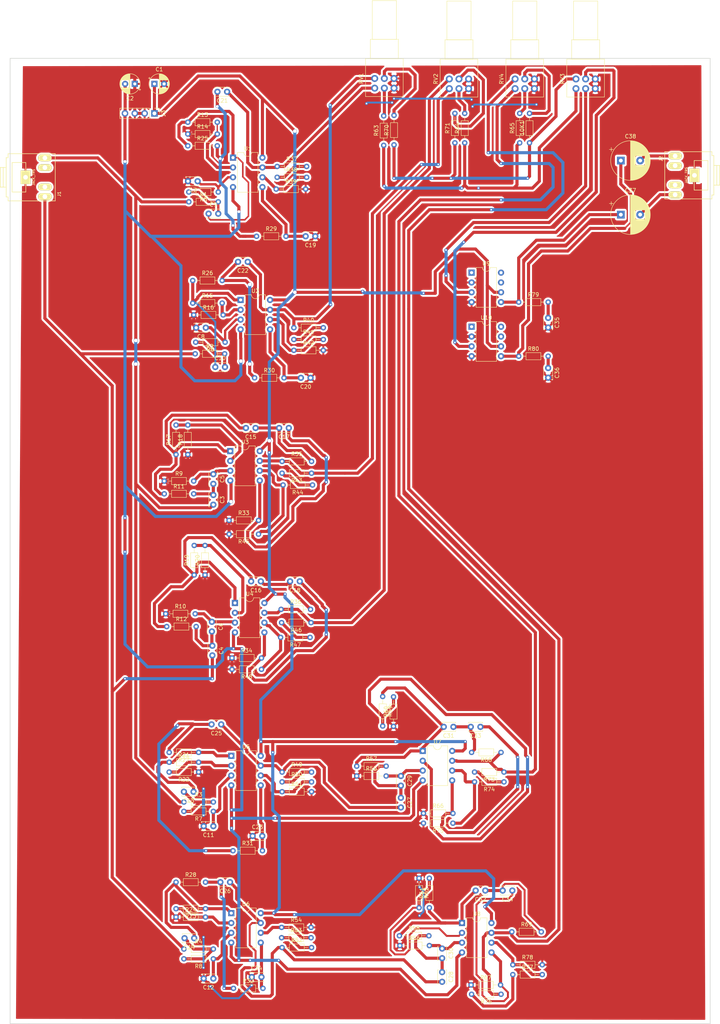
<source format=kicad_pcb>
(kicad_pcb (version 20171130) (host pcbnew 5.0.0-rc3-6a2723a~65~ubuntu16.04.1)
  (layers (0 F.Cu signal) (31 B.Cu signal) (34 B.Paste user) (35 F.Paste user) (36 B.SilkS user) (37 F.SilkS user) (38 B.Mask user) (39 F.Mask user) (44 Edge.Cuts user))
  (net 0 "")
  (net 1 "Net-(10K1-Pad1)")
  (net 2 "Net-(10K1-Pad2)")
  (net 3 Vcc+)
  (net 4 GND)
  (net 5 Vcc-)
  (net 6 IN_RIGHT)
  (net 7 "Net-(C3-Pad1)")
  (net 8 "Net-(C4-Pad1)")
  (net 9 IN_LEFT)
  (net 10 "Net-(C5-Pad1)")
  (net 11 "Net-(C6-Pad1)")
  (net 12 "Net-(C7-Pad1)")
  (net 13 "Net-(C8-Pad1)")
  (net 14 "Net-(C9-Pad2)")
  (net 15 "Net-(C9-Pad1)")
  (net 16 "Net-(C10-Pad2)")
  (net 17 "Net-(C10-Pad1)")
  (net 18 "Net-(C11-Pad1)")
  (net 19 "Net-(C12-Pad1)")
  (net 20 "Net-(C13-Pad1)")
  (net 21 "Net-(C13-Pad2)")
  (net 22 "Net-(C14-Pad2)")
  (net 23 "Net-(C14-Pad1)")
  (net 24 "Net-(C15-Pad1)")
  (net 25 "Net-(C15-Pad2)")
  (net 26 "Net-(C16-Pad1)")
  (net 27 "Net-(C16-Pad2)")
  (net 28 "Net-(C17-Pad1)")
  (net 29 "Net-(C18-Pad1)")
  (net 30 "Net-(C19-Pad2)")
  (net 31 "Net-(C20-Pad2)")
  (net 32 "Net-(C21-Pad1)")
  (net 33 "Net-(C21-Pad2)")
  (net 34 "Net-(C22-Pad2)")
  (net 35 "Net-(C22-Pad1)")
  (net 36 "Net-(C23-Pad2)")
  (net 37 "Net-(C24-Pad2)")
  (net 38 "Net-(C25-Pad2)")
  (net 39 "Net-(C25-Pad1)")
  (net 40 "Net-(C26-Pad2)")
  (net 41 "Net-(C26-Pad1)")
  (net 42 "Net-(C27-Pad1)")
  (net 43 "Net-(C28-Pad1)")
  (net 44 "Net-(C29-Pad1)")
  (net 45 "Net-(C30-Pad1)")
  (net 46 "Net-(C31-Pad2)")
  (net 47 "Net-(C31-Pad1)")
  (net 48 "Net-(C32-Pad2)")
  (net 49 "Net-(C32-Pad1)")
  (net 50 "Net-(C33-Pad1)")
  (net 51 "Net-(C34-Pad1)")
  (net 52 "Net-(C35-Pad1)")
  (net 53 "Net-(C36-Pad1)")
  (net 54 "Net-(C37-Pad1)")
  (net 55 "Net-(C37-Pad2)")
  (net 56 "Net-(C38-Pad2)")
  (net 57 "Net-(C38-Pad1)")
  (net 58 "Net-(J1-Pad4)")
  (net 59 "Net-(J1-Pad5)")
  (net 60 "Net-(J2-Pad5)")
  (net 61 "Net-(J2-Pad4)")
  (net 62 "Net-(R13-Pad2)")
  (net 63 "Net-(R15-Pad2)")
  (net 64 "Net-(R17-Pad2)")
  (net 65 "Net-(R19-Pad2)")
  (net 66 "Net-(R21-Pad2)")
  (net 67 "Net-(R23-Pad2)")
  (net 68 "Net-(R35-Pad1)")
  (net 69 "Net-(R36-Pad1)")
  (net 70 "Net-(R37-Pad2)")
  (net 71 "Net-(R38-Pad2)")
  (net 72 "Net-(R40-Pad2)")
  (net 73 "Net-(R41-Pad2)")
  (net 74 "Net-(R43-Pad2)")
  (net 75 "Net-(R44-Pad2)")
  (net 76 "Net-(R46-Pad2)")
  (net 77 "Net-(R47-Pad2)")
  (net 78 "Net-(R49-Pad2)")
  (net 79 "Net-(R50-Pad2)")
  (net 80 "Net-(R52-Pad2)")
  (net 81 "Net-(R53-Pad2)")
  (net 82 "Net-(R59-Pad2)")
  (net 83 "Net-(R61-Pad2)")
  (net 84 "Net-(R63-Pad2)")
  (net 85 "Net-(R63-Pad1)")
  (net 86 "Net-(R64-Pad2)")
  (net 87 "Net-(R65-Pad2)")
  (net 88 "Net-(R68-Pad1)")
  (net 89 "Net-(R69-Pad1)")
  (net 90 "Net-(R70-Pad2)")
  (net 91 "Net-(R71-Pad2)")
  (net 92 "Net-(R73-Pad2)")
  (net 93 "Net-(R74-Pad2)")
  (net 94 "Net-(R76-Pad2)")
  (net 95 "Net-(R77-Pad2)")
  (net 96 "Net-(RV3-Pad5)")
  (net 97 "Net-(RV3-Pad2)")
  (net 98 "Net-(U9-Pad1)")
  (net 99 "Net-(U9-Pad7)")
  (net 100 "Net-(U9-Pad8)")
  (net 101 "Net-(U10-Pad8)")
  (net 102 "Net-(U10-Pad7)")
  (net 103 "Net-(U10-Pad1)")
  (module Package_DIP:DIP-8_W7.62mm (layer F.Cu) (at 80.8355 230.759)
    (fp_text reference U6 (at 3.81 -2.33) (layer F.SilkS))
    (fp_text value NE5532)
    (pad 1 thru_hole rect (at 0 0) (size 1.6 1.6) (drill 0.8) (layers *.Cu *.Mask) (net 23 "Net-(C14-Pad1)"))
    (pad 5 thru_hole oval (at 7.62 7.62) (size 1.6 1.6) (drill 0.8) (layers *.Cu *.Mask) (net 37 "Net-(C24-Pad2)"))
    (pad 2 thru_hole oval (at 0 2.54) (size 1.6 1.6) (drill 0.8) (layers *.Cu *.Mask) (net 67 "Net-(R23-Pad2)"))
    (pad 6 thru_hole oval (at 7.62 5.08) (size 1.6 1.6) (drill 0.8) (layers *.Cu *.Mask) (net 81 "Net-(R53-Pad2)"))
    (pad 3 thru_hole oval (at 0 5.08) (size 1.6 1.6) (drill 0.8) (layers *.Cu *.Mask) (net 19 "Net-(C12-Pad1)"))
    (pad 7 thru_hole oval (at 7.62 2.54) (size 1.6 1.6) (drill 0.8) (layers *.Cu *.Mask) (net 41 "Net-(C26-Pad1)"))
    (pad 4 thru_hole oval (at 0 7.62) (size 1.6 1.6) (drill 0.8) (layers *.Cu *.Mask) (net 5 Vcc-))
    (pad 8 thru_hole oval (at 7.62 0) (size 1.6 1.6) (drill 0.8) (layers *.Cu *.Mask) (net 3 Vcc+))
  )
  (module Capacitor_THT:C_Disc_D3.4mm_W2.1mm_P2.50mm (layer F.Cu) (at 102.576 55.88 180)
    (fp_text reference C19 (at 1.25 -2.3 180) (layer F.SilkS))
    (fp_text value 47nF)
    (pad 1 thru_hole circle (at 0 0 180) (size 1.6 1.6) (drill 0.8) (layers *.Cu *.Mask) (net 4 GND))
    (pad 2 thru_hole circle (at 2.5 0 180) (size 1.6 1.6) (drill 0.8) (layers *.Cu *.Mask) (net 30 "Net-(C19-Pad2)"))
  )
  (module Capacitor_THT:C_Disc_D3.4mm_W2.1mm_P2.50mm (layer F.Cu) (at 79.756 18.542 180)
    (fp_text reference C21 (at 1.25 -2.3 180) (layer F.SilkS))
    (fp_text value 47nF)
    (pad 1 thru_hole circle (at 0 0 180) (size 1.6 1.6) (drill 0.8) (layers *.Cu *.Mask) (net 32 "Net-(C21-Pad1)"))
    (pad 2 thru_hole circle (at 2.5 0 180) (size 1.6 1.6) (drill 0.8) (layers *.Cu *.Mask) (net 33 "Net-(C21-Pad2)"))
  )
  (module Resistor_THT:R_Axial_DIN0204_L3.6mm_D1.6mm_P7.62mm_Horizontal (layer F.Cu) (at 69.596 29.464)
    (fp_text reference R14 (at 3.81 -1.92) (layer F.SilkS))
    (fp_text value 10K)
    (pad 1 thru_hole circle (at 0 0) (size 1.4 1.4) (drill 0.7) (layers *.Cu *.Mask) (net 4 GND))
    (pad 2 thru_hole oval (at 7.62 0) (size 1.4 1.4) (drill 0.7) (layers *.Cu *.Mask) (net 62 "Net-(R13-Pad2)"))
  )
  (module Resistor_THT:R_Axial_DIN0204_L3.6mm_D1.6mm_P7.62mm_Horizontal (layer F.Cu) (at 69.596 26.416)
    (fp_text reference R13 (at 3.81 -1.92) (layer F.SilkS))
    (fp_text value 1.5K)
    (pad 1 thru_hole circle (at 0 0) (size 1.4 1.4) (drill 0.7) (layers *.Cu *.Mask) (net 15 "Net-(C9-Pad1)"))
    (pad 2 thru_hole oval (at 7.62 0) (size 1.4 1.4) (drill 0.7) (layers *.Cu *.Mask) (net 62 "Net-(R13-Pad2)"))
  )
  (module Resistor_THT:R_Axial_DIN0204_L3.6mm_D1.6mm_P7.62mm_Horizontal (layer F.Cu) (at 69.596 32.512)
    (fp_text reference R25 (at 3.81 -1.92) (layer F.SilkS))
    (fp_text value 47K)
    (pad 1 thru_hole circle (at 0 0) (size 1.4 1.4) (drill 0.7) (layers *.Cu *.Mask) (net 15 "Net-(C9-Pad1)"))
    (pad 2 thru_hole oval (at 7.62 0) (size 1.4 1.4) (drill 0.7) (layers *.Cu *.Mask) (net 33 "Net-(C21-Pad2)"))
  )
  (module Connector_PinHeader_2.54mm:PinHeader_1x04_P2.54mm_Vertical (layer F.Cu) (at 60.96 24.13 270)
    (fp_text reference J3 (at 0 -2.33 270) (layer F.SilkS))
    (fp_text value Conn_01x04_Female)
    (pad 1 thru_hole rect (at 0 0 270) (size 1.7 1.7) (drill 1) (layers *.Cu *.Mask) (net 3 Vcc+))
    (pad 2 thru_hole oval (at 0 2.54 270) (size 1.7 1.7) (drill 1) (layers *.Cu *.Mask) (net 4 GND))
    (pad 3 thru_hole oval (at 0 5.08 270) (size 1.7 1.7) (drill 1) (layers *.Cu *.Mask) (net 4 GND))
    (pad 4 thru_hole oval (at 0 7.62 270) (size 1.7 1.7) (drill 1) (layers *.Cu *.Mask) (net 5 Vcc-))
  )
  (module Resistor_THT:R_Axial_DIN0204_L3.6mm_D1.6mm_P7.62mm_Horizontal (layer F.Cu) (at 157.988 31.75 90)
    (fp_text reference 10K1 (at 3.81 -1.92 90) (layer F.SilkS))
    (fp_text value 10K)
    (pad 1 thru_hole circle (at 0 0 90) (size 1.4 1.4) (drill 0.7) (layers *.Cu *.Mask) (net 1 "Net-(10K1-Pad1)"))
    (pad 2 thru_hole oval (at 7.62 0 90) (size 1.4 1.4) (drill 0.7) (layers *.Cu *.Mask) (net 2 "Net-(10K1-Pad2)"))
  )
  (module Capacitor_THT:CP_Radial_D5.0mm_P2.50mm (layer F.Cu) (at 60.96 16.51)
    (fp_text reference C1 (at 1.25 -3.75) (layer F.SilkS))
    (fp_text value 100uF)
    (pad 1 thru_hole rect (at 0 0) (size 1.6 1.6) (drill 0.8) (layers *.Cu *.Mask) (net 3 Vcc+))
    (pad 2 thru_hole circle (at 2.5 0) (size 1.6 1.6) (drill 0.8) (layers *.Cu *.Mask) (net 4 GND))
  )
  (module Capacitor_THT:CP_Radial_D5.0mm_P2.50mm (layer F.Cu) (at 55.88 16.51 180)
    (fp_text reference C2 (at 1.25 -3.75 180) (layer F.SilkS))
    (fp_text value 100uF)
    (pad 2 thru_hole circle (at 2.5 0 180) (size 1.6 1.6) (drill 0.8) (layers *.Cu *.Mask) (net 5 Vcc-))
    (pad 1 thru_hole rect (at 0 0 180) (size 1.6 1.6) (drill 0.8) (layers *.Cu *.Mask) (net 4 GND))
  )
  (module Capacitor_THT:C_Disc_D3.4mm_W2.1mm_P2.50mm (layer F.Cu) (at 76.2 122.722 270)
    (fp_text reference C3 (at 1.25 -2.3 270) (layer F.SilkS))
    (fp_text value 3.3nF)
    (pad 2 thru_hole circle (at 2.5 0 270) (size 1.6 1.6) (drill 0.8) (layers *.Cu *.Mask) (net 6 IN_RIGHT))
    (pad 1 thru_hole circle (at 0 0 270) (size 1.6 1.6) (drill 0.8) (layers *.Cu *.Mask) (net 7 "Net-(C3-Pad1)"))
  )
  (module Capacitor_THT:C_Disc_D3.4mm_W2.1mm_P2.50mm (layer F.Cu) (at 75.946 161.671 270)
    (fp_text reference C4 (at 1.25 -2.3 270) (layer F.SilkS))
    (fp_text value 3.3nF)
    (pad 1 thru_hole circle (at 0 0 270) (size 1.6 1.6) (drill 0.8) (layers *.Cu *.Mask) (net 8 "Net-(C4-Pad1)"))
    (pad 2 thru_hole circle (at 2.5 0 270) (size 1.6 1.6) (drill 0.8) (layers *.Cu *.Mask) (net 9 IN_LEFT))
  )
  (module Capacitor_THT:C_Disc_D3.4mm_W2.1mm_P2.50mm (layer F.Cu) (at 76.2 117.348 270)
    (fp_text reference C5 (at 1.25 -2.3 270) (layer F.SilkS))
    (fp_text value 3.3nF)
    (pad 1 thru_hole circle (at 0 0 270) (size 1.6 1.6) (drill 0.8) (layers *.Cu *.Mask) (net 10 "Net-(C5-Pad1)"))
    (pad 2 thru_hole circle (at 2.5 0 270) (size 1.6 1.6) (drill 0.8) (layers *.Cu *.Mask) (net 7 "Net-(C3-Pad1)"))
  )
  (module Capacitor_THT:C_Disc_D3.4mm_W2.1mm_P2.50mm (layer F.Cu) (at 75.819 155.488 270)
    (fp_text reference C6 (at 1.25 -2.3 270) (layer F.SilkS))
    (fp_text value 3.3nF)
    (pad 2 thru_hole circle (at 2.5 0 270) (size 1.6 1.6) (drill 0.8) (layers *.Cu *.Mask) (net 8 "Net-(C4-Pad1)"))
    (pad 1 thru_hole circle (at 0 0 270) (size 1.6 1.6) (drill 0.8) (layers *.Cu *.Mask) (net 11 "Net-(C6-Pad1)"))
  )
  (module Capacitor_THT:C_Disc_D3.4mm_W2.1mm_P2.50mm (layer F.Cu) (at 72.136 41.656 180)
    (fp_text reference C7 (at 1.25 -2.3 180) (layer F.SilkS))
    (fp_text value 47nF)
    (pad 2 thru_hole circle (at 2.5 0 180) (size 1.6 1.6) (drill 0.8) (layers *.Cu *.Mask) (net 4 GND))
    (pad 1 thru_hole circle (at 0 0 180) (size 1.6 1.6) (drill 0.8) (layers *.Cu *.Mask) (net 12 "Net-(C7-Pad1)"))
  )
  (module Capacitor_THT:C_Disc_D3.4mm_W2.1mm_P2.50mm (layer F.Cu) (at 74.25 79.5 180)
    (fp_text reference C8 (at 1.25 -2.3 180) (layer F.SilkS))
    (fp_text value 47nF)
    (pad 1 thru_hole circle (at 0 0 180) (size 1.6 1.6) (drill 0.8) (layers *.Cu *.Mask) (net 13 "Net-(C8-Pad1)"))
    (pad 2 thru_hole circle (at 2.5 0 180) (size 1.6 1.6) (drill 0.8) (layers *.Cu *.Mask) (net 4 GND))
  )
  (module Capacitor_THT:C_Disc_D3.4mm_W2.1mm_P2.50mm (layer F.Cu) (at 74.97 50.038)
    (fp_text reference C9 (at 1.25 -2.3) (layer F.SilkS))
    (fp_text value 47nF)
    (pad 2 thru_hole circle (at 2.5 0) (size 1.6 1.6) (drill 0.8) (layers *.Cu *.Mask) (net 14 "Net-(C9-Pad2)"))
    (pad 1 thru_hole circle (at 0 0) (size 1.6 1.6) (drill 0.8) (layers *.Cu *.Mask) (net 15 "Net-(C9-Pad1)"))
  )
  (module Capacitor_THT:C_Disc_D3.4mm_W2.1mm_P2.50mm (layer F.Cu) (at 76.708 89.662)
    (fp_text reference C10 (at 1.25 -2.3) (layer F.SilkS))
    (fp_text value 47nF)
    (pad 2 thru_hole circle (at 2.5 0) (size 1.6 1.6) (drill 0.8) (layers *.Cu *.Mask) (net 16 "Net-(C10-Pad2)"))
    (pad 1 thru_hole circle (at 0 0) (size 1.6 1.6) (drill 0.8) (layers *.Cu *.Mask) (net 17 "Net-(C10-Pad1)"))
  )
  (module Capacitor_THT:C_Disc_D3.4mm_W2.1mm_P2.50mm (layer F.Cu) (at 76.2 208.28 180)
    (fp_text reference C11 (at 1.25 -2.3 180) (layer F.SilkS))
    (fp_text value 3.3nF)
    (pad 2 thru_hole circle (at 2.5 0 180) (size 1.6 1.6) (drill 0.8) (layers *.Cu *.Mask) (net 4 GND))
    (pad 1 thru_hole circle (at 0 0 180) (size 1.6 1.6) (drill 0.8) (layers *.Cu *.Mask) (net 18 "Net-(C11-Pad1)"))
  )
  (module Capacitor_THT:C_Disc_D3.4mm_W2.1mm_P2.50mm (layer F.Cu) (at 76.2 247.65 180)
    (fp_text reference C12 (at 1.25 -2.3 180) (layer F.SilkS))
    (fp_text value 3.3nF)
    (pad 1 thru_hole circle (at 0 0 180) (size 1.6 1.6) (drill 0.8) (layers *.Cu *.Mask) (net 19 "Net-(C12-Pad1)"))
    (pad 2 thru_hole circle (at 2.5 0 180) (size 1.6 1.6) (drill 0.8) (layers *.Cu *.Mask) (net 4 GND))
  )
  (module Capacitor_THT:C_Disc_D3.4mm_W2.1mm_P2.50mm (layer F.Cu) (at 71.08 199.39 180)
    (fp_text reference C13 (at 1.25 -2.3 180) (layer F.SilkS))
    (fp_text value 3.3nF)
    (pad 1 thru_hole circle (at 0 0 180) (size 1.6 1.6) (drill 0.8) (layers *.Cu *.Mask) (net 20 "Net-(C13-Pad1)"))
    (pad 2 thru_hole circle (at 2.5 0 180) (size 1.6 1.6) (drill 0.8) (layers *.Cu *.Mask) (net 21 "Net-(C13-Pad2)"))
  )
  (module Capacitor_THT:C_Disc_D3.4mm_W2.1mm_P2.50mm (layer F.Cu) (at 71.247 237.236 180)
    (fp_text reference C14 (at 1.25 -2.3 180) (layer F.SilkS))
    (fp_text value 3.3nF)
    (pad 2 thru_hole circle (at 2.5 0 180) (size 1.6 1.6) (drill 0.8) (layers *.Cu *.Mask) (net 22 "Net-(C14-Pad2)"))
    (pad 1 thru_hole circle (at 0 0 180) (size 1.6 1.6) (drill 0.8) (layers *.Cu *.Mask) (net 23 "Net-(C14-Pad1)"))
  )
  (module Capacitor_THT:C_Disc_D3.4mm_W2.1mm_P2.50mm (layer F.Cu) (at 87.122 105.41 180)
    (fp_text reference C15 (at 1.25 -2.3 180) (layer F.SilkS))
    (fp_text value 3.3nF)
    (pad 1 thru_hole circle (at 0 0 180) (size 1.6 1.6) (drill 0.8) (layers *.Cu *.Mask) (net 24 "Net-(C15-Pad1)"))
    (pad 2 thru_hole circle (at 2.5 0 180) (size 1.6 1.6) (drill 0.8) (layers *.Cu *.Mask) (net 25 "Net-(C15-Pad2)"))
  )
  (module Capacitor_THT:C_Disc_D3.4mm_W2.1mm_P2.50mm (layer F.Cu) (at 88.479 145.034 180)
    (fp_text reference C16 (at 1.25 -2.3 180) (layer F.SilkS))
    (fp_text value 3.3nF)
    (pad 1 thru_hole circle (at 0 0 180) (size 1.6 1.6) (drill 0.8) (layers *.Cu *.Mask) (net 26 "Net-(C16-Pad1)"))
    (pad 2 thru_hole circle (at 2.5 0 180) (size 1.6 1.6) (drill 0.8) (layers *.Cu *.Mask) (net 27 "Net-(C16-Pad2)"))
  )
  (module Capacitor_THT:C_Disc_D3.4mm_W2.1mm_P2.50mm (layer F.Cu) (at 95.718 105.41 180)
    (fp_text reference C17 (at 1.25 -2.3 180) (layer F.SilkS))
    (fp_text value 3.3nF)
    (pad 1 thru_hole circle (at 0 0 180) (size 1.6 1.6) (drill 0.8) (layers *.Cu *.Mask) (net 28 "Net-(C17-Pad1)"))
    (pad 2 thru_hole circle (at 2.5 0 180) (size 1.6 1.6) (drill 0.8) (layers *.Cu *.Mask) (net 24 "Net-(C15-Pad1)"))
  )
  (module Capacitor_THT:C_Disc_D3.4mm_W2.1mm_P2.50mm (layer F.Cu) (at 98.552 145.034 180)
    (fp_text reference C18 (at 1.25 -2.3 180) (layer F.SilkS))
    (fp_text value 3.3nF)
    (pad 2 thru_hole circle (at 2.5 0 180) (size 1.6 1.6) (drill 0.8) (layers *.Cu *.Mask) (net 26 "Net-(C16-Pad1)"))
    (pad 1 thru_hole circle (at 0 0 180) (size 1.6 1.6) (drill 0.8) (layers *.Cu *.Mask) (net 29 "Net-(C18-Pad1)"))
  )
  (module Capacitor_THT:C_Disc_D3.4mm_W2.1mm_P2.50mm (layer F.Cu) (at 101.346 92.456 180)
    (fp_text reference C20 (at 1.25 -2.3 180) (layer F.SilkS))
    (fp_text value 47nF)
    (pad 1 thru_hole circle (at 0 0 180) (size 1.6 1.6) (drill 0.8) (layers *.Cu *.Mask) (net 4 GND))
    (pad 2 thru_hole circle (at 2.5 0 180) (size 1.6 1.6) (drill 0.8) (layers *.Cu *.Mask) (net 31 "Net-(C20-Pad2)"))
  )
  (module Capacitor_THT:C_Disc_D3.4mm_W2.1mm_P2.50mm (layer F.Cu) (at 85.09 62.484 180)
    (fp_text reference C22 (at 1.25 -2.3 180) (layer F.SilkS))
    (fp_text value 47nF)
    (pad 2 thru_hole circle (at 2.5 0 180) (size 1.6 1.6) (drill 0.8) (layers *.Cu *.Mask) (net 34 "Net-(C22-Pad2)"))
    (pad 1 thru_hole circle (at 0 0 180) (size 1.6 1.6) (drill 0.8) (layers *.Cu *.Mask) (net 35 "Net-(C22-Pad1)"))
  )
  (module Capacitor_THT:C_Disc_D3.4mm_W2.1mm_P2.50mm (layer F.Cu) (at 86.36 210.82)
    (fp_text reference C23 (at 1.25 -2.3) (layer F.SilkS))
    (fp_text value 3.3nF)
    (pad 1 thru_hole circle (at 0 0) (size 1.6 1.6) (drill 0.8) (layers *.Cu *.Mask) (net 4 GND))
    (pad 2 thru_hole circle (at 2.5 0) (size 1.6 1.6) (drill 0.8) (layers *.Cu *.Mask) (net 36 "Net-(C23-Pad2)"))
  )
  (module Capacitor_THT:C_Disc_D3.4mm_W2.1mm_P2.50mm (layer F.Cu) (at 86.146 247.269)
    (fp_text reference C24 (at 1.25 -2.3) (layer F.SilkS))
    (fp_text value 3.3nF)
    (pad 2 thru_hole circle (at 2.5 0) (size 1.6 1.6) (drill 0.8) (layers *.Cu *.Mask) (net 37 "Net-(C24-Pad2)"))
    (pad 1 thru_hole circle (at 0 0) (size 1.6 1.6) (drill 0.8) (layers *.Cu *.Mask) (net 4 GND))
  )
  (module Capacitor_THT:C_Disc_D3.4mm_W2.1mm_P2.50mm (layer F.Cu) (at 78.232 181.991 180)
    (fp_text reference C25 (at 1.25 -2.3 180) (layer F.SilkS))
    (fp_text value 3.3nF)
    (pad 2 thru_hole circle (at 2.5 0 180) (size 1.6 1.6) (drill 0.8) (layers *.Cu *.Mask) (net 38 "Net-(C25-Pad2)"))
    (pad 1 thru_hole circle (at 0 0 180) (size 1.6 1.6) (drill 0.8) (layers *.Cu *.Mask) (net 39 "Net-(C25-Pad1)"))
  )
  (module Capacitor_THT:C_Disc_D3.4mm_W2.1mm_P2.50mm (layer F.Cu) (at 80.518 222.758 180)
    (fp_text reference C26 (at 1.25 -2.3 180) (layer F.SilkS))
    (fp_text value 3.3nF)
    (pad 2 thru_hole circle (at 2.5 0 180) (size 1.6 1.6) (drill 0.8) (layers *.Cu *.Mask) (net 40 "Net-(C26-Pad2)"))
    (pad 1 thru_hole circle (at 0 0 180) (size 1.6 1.6) (drill 0.8) (layers *.Cu *.Mask) (net 41 "Net-(C26-Pad1)"))
  )
  (module Capacitor_THT:C_Disc_D3.4mm_W2.1mm_P2.50mm (layer F.Cu) (at 124.714 200.954 270)
    (fp_text reference C27 (at 1.25 -2.3 270) (layer F.SilkS))
    (fp_text value 33nF)
    (pad 1 thru_hole circle (at 0 0 270) (size 1.6 1.6) (drill 0.8) (layers *.Cu *.Mask) (net 42 "Net-(C27-Pad1)"))
    (pad 2 thru_hole circle (at 2.5 0 270) (size 1.6 1.6) (drill 0.8) (layers *.Cu *.Mask) (net 39 "Net-(C25-Pad1)"))
  )
  (module Capacitor_THT:C_Disc_D3.4mm_W2.1mm_P2.50mm (layer F.Cu) (at 135.382 245.999 270)
    (fp_text reference C28 (at 1.25 -2.3 270) (layer F.SilkS))
    (fp_text value 33nF)
    (pad 1 thru_hole circle (at 0 0 270) (size 1.6 1.6) (drill 0.8) (layers *.Cu *.Mask) (net 43 "Net-(C28-Pad1)"))
    (pad 2 thru_hole circle (at 2.5 0 270) (size 1.6 1.6) (drill 0.8) (layers *.Cu *.Mask) (net 41 "Net-(C26-Pad1)"))
  )
  (module Capacitor_THT:C_Disc_D3.4mm_W2.1mm_P2.50mm (layer F.Cu) (at 124.714 195.326 270)
    (fp_text reference C29 (at 1.25 -2.3 270) (layer F.SilkS))
    (fp_text value 33nF)
    (pad 2 thru_hole circle (at 2.5 0 270) (size 1.6 1.6) (drill 0.8) (layers *.Cu *.Mask) (net 42 "Net-(C27-Pad1)"))
    (pad 1 thru_hole circle (at 0 0 270) (size 1.6 1.6) (drill 0.8) (layers *.Cu *.Mask) (net 44 "Net-(C29-Pad1)"))
  )
  (module Capacitor_THT:C_Disc_D3.4mm_W2.1mm_P2.50mm (layer F.Cu) (at 135.382 239.903 270)
    (fp_text reference C30 (at 1.25 -2.3 270) (layer F.SilkS))
    (fp_text value 33nF)
    (pad 1 thru_hole circle (at 0 0 270) (size 1.6 1.6) (drill 0.8) (layers *.Cu *.Mask) (net 45 "Net-(C30-Pad1)"))
    (pad 2 thru_hole circle (at 2.5 0 270) (size 1.6 1.6) (drill 0.8) (layers *.Cu *.Mask) (net 43 "Net-(C28-Pad1)"))
  )
  (module Capacitor_THT:C_Disc_D3.4mm_W2.1mm_P2.50mm (layer F.Cu) (at 138.303 182.626 180)
    (fp_text reference C31 (at 1.25 -2.3 180) (layer F.SilkS))
    (fp_text value 33nF)
    (pad 2 thru_hole circle (at 2.5 0 180) (size 1.6 1.6) (drill 0.8) (layers *.Cu *.Mask) (net 46 "Net-(C31-Pad2)"))
    (pad 1 thru_hole circle (at 0 0 180) (size 1.6 1.6) (drill 0.8) (layers *.Cu *.Mask) (net 47 "Net-(C31-Pad1)"))
  )
  (module Capacitor_THT:C_Disc_D3.4mm_W2.1mm_P2.50mm (layer F.Cu) (at 146.558 224.917 180)
    (fp_text reference C32 (at 1.25 -2.3 180) (layer F.SilkS))
    (fp_text value 33nF)
    (pad 2 thru_hole circle (at 2.5 0 180) (size 1.6 1.6) (drill 0.8) (layers *.Cu *.Mask) (net 48 "Net-(C32-Pad2)"))
    (pad 1 thru_hole circle (at 0 0 180) (size 1.6 1.6) (drill 0.8) (layers *.Cu *.Mask) (net 49 "Net-(C32-Pad1)"))
  )
  (module Capacitor_THT:C_Disc_D3.4mm_W2.1mm_P2.50mm (layer F.Cu) (at 145.288 182.626 180)
    (fp_text reference C33 (at 1.25 -2.3 180) (layer F.SilkS))
    (fp_text value 33nF)
    (pad 2 thru_hole circle (at 2.5 0 180) (size 1.6 1.6) (drill 0.8) (layers *.Cu *.Mask) (net 47 "Net-(C31-Pad1)"))
    (pad 1 thru_hole circle (at 0 0 180) (size 1.6 1.6) (drill 0.8) (layers *.Cu *.Mask) (net 50 "Net-(C33-Pad1)"))
  )
  (module Capacitor_THT:C_Disc_D3.4mm_W2.1mm_P2.50mm (layer F.Cu) (at 153.543 224.917 180)
    (fp_text reference C34 (at 1.25 -2.3 180) (layer F.SilkS))
    (fp_text value 33nF)
    (pad 1 thru_hole circle (at 0 0 180) (size 1.6 1.6) (drill 0.8) (layers *.Cu *.Mask) (net 51 "Net-(C34-Pad1)"))
    (pad 2 thru_hole circle (at 2.5 0 180) (size 1.6 1.6) (drill 0.8) (layers *.Cu *.Mask) (net 49 "Net-(C32-Pad1)"))
  )
  (module Capacitor_THT:C_Disc_D3.4mm_W2.1mm_P2.50mm (layer F.Cu) (at 162.814 76.962 270)
    (fp_text reference C35 (at 1.25 -2.3 270) (layer F.SilkS))
    (fp_text value 47nF)
    (pad 1 thru_hole circle (at 0 0 270) (size 1.6 1.6) (drill 0.8) (layers *.Cu *.Mask) (net 52 "Net-(C35-Pad1)"))
    (pad 2 thru_hole circle (at 2.5 0 270) (size 1.6 1.6) (drill 0.8) (layers *.Cu *.Mask) (net 4 GND))
  )
  (module Capacitor_THT:C_Disc_D3.4mm_W2.1mm_P2.50mm (layer F.Cu) (at 162.814 89.916 270)
    (fp_text reference C36 (at 1.25 -2.3 270) (layer F.SilkS))
    (fp_text value 47nF)
    (pad 1 thru_hole circle (at 0 0 270) (size 1.6 1.6) (drill 0.8) (layers *.Cu *.Mask) (net 53 "Net-(C36-Pad1)"))
    (pad 2 thru_hole circle (at 2.5 0 270) (size 1.6 1.6) (drill 0.8) (layers *.Cu *.Mask) (net 4 GND))
  )
  (module Capacitor_THT:CP_Radial_D10.0mm_P5.00mm (layer F.Cu) (at 181.61 50.292)
    (fp_text reference C37 (at 2.5 -6.25) (layer F.SilkS))
    (fp_text value 1000uF)
    (pad 1 thru_hole rect (at 0 0) (size 2 2) (drill 1) (layers *.Cu *.Mask) (net 54 "Net-(C37-Pad1)"))
    (pad 2 thru_hole circle (at 5 0) (size 2 2) (drill 1) (layers *.Cu *.Mask) (net 55 "Net-(C37-Pad2)"))
  )
  (module Capacitor_THT:CP_Radial_D10.0mm_P5.00mm (layer F.Cu) (at 181.61 36.322)
    (fp_text reference C38 (at 2.5 -6.25) (layer F.SilkS))
    (fp_text value 1000uF)
    (pad 2 thru_hole circle (at 5 0) (size 2 2) (drill 1) (layers *.Cu *.Mask) (net 56 "Net-(C38-Pad2)"))
    (pad 1 thru_hole rect (at 0 0) (size 2 2) (drill 1) (layers *.Cu *.Mask) (net 57 "Net-(C38-Pad1)"))
  )
  (module lm386_headphones_amplifier:Tayda_3.5mm_stereo_TRS_jack_A-853 (layer F.Cu) (at 29.21 40.64 90)
    (fp_text reference J1 (at -4.318 7.112 90) (layer F.SilkS) (effects (font (size 0.8 0.8))))
    (fp_text value JACK_TRS (at 0 0.508 90) (layer F.SilkS) (effects (font (size 0.6 0.6) (thickness 0.1))))
    (pad 1 thru_hole rect (at 0 -1.596 90) (size 3.5 2.5) (drill 1.2) (layers *.Cu *.Mask F.SilkS) (net 4 GND))
    (pad 2 thru_hole oval (at 5 3.41 90) (size 1.75 3.5) (drill 1.2) (layers *.Cu *.Mask F.SilkS) (net 6 IN_RIGHT))
    (pad 3 thru_hole oval (at -5 3.41 90) (size 1.75 3.5) (drill 1.2) (layers *.Cu *.Mask F.SilkS) (net 9 IN_LEFT))
    (pad 4 thru_hole oval (at 2.5 3.41 90) (size 1.75 3.5) (drill 1.2) (layers *.Cu *.Mask F.SilkS) (net 58 "Net-(J1-Pad4)"))
    (pad 5 thru_hole oval (at -2.5 3.41 90) (size 1.75 3.5) (drill 1.2) (layers *.Cu *.Mask F.SilkS) (net 59 "Net-(J1-Pad5)"))
  )
  (module lm386_headphones_amplifier:Tayda_3.5mm_stereo_TRS_jack_A-853 (layer F.Cu) (at 199.064 40.132 270)
    (fp_text reference J2 (at -4.318 7.112 270) (layer F.SilkS) (effects (font (size 0.8 0.8))))
    (fp_text value JACK_TRS (at 0 0.508 270) (layer F.SilkS) (effects (font (size 0.6 0.6) (thickness 0.1))))
    (pad 5 thru_hole oval (at -2.5 3.41 270) (size 1.75 3.5) (drill 1.2) (layers *.Cu *.Mask F.SilkS) (net 60 "Net-(J2-Pad5)"))
    (pad 4 thru_hole oval (at 2.5 3.41 270) (size 1.75 3.5) (drill 1.2) (layers *.Cu *.Mask F.SilkS) (net 61 "Net-(J2-Pad4)"))
    (pad 3 thru_hole oval (at -5 3.41 270) (size 1.75 3.5) (drill 1.2) (layers *.Cu *.Mask F.SilkS) (net 56 "Net-(C38-Pad2)"))
    (pad 2 thru_hole oval (at 5 3.41 270) (size 1.75 3.5) (drill 1.2) (layers *.Cu *.Mask F.SilkS) (net 55 "Net-(C37-Pad2)"))
    (pad 1 thru_hole rect (at 0 -1.596 270) (size 3.5 2.5) (drill 1.2) (layers *.Cu *.Mask F.SilkS) (net 4 GND))
  )
  (module Resistor_THT:R_Axial_DIN0204_L3.6mm_D1.6mm_P7.62mm_Horizontal (layer F.Cu) (at 69.85 46.99)
    (fp_text reference R1 (at 3.81 -1.92) (layer F.SilkS))
    (fp_text value 47K)
    (pad 1 thru_hole circle (at 0 0) (size 1.4 1.4) (drill 0.7) (layers *.Cu *.Mask) (net 6 IN_RIGHT))
    (pad 2 thru_hole oval (at 7.62 0) (size 1.4 1.4) (drill 0.7) (layers *.Cu *.Mask) (net 14 "Net-(C9-Pad2)"))
  )
  (module Resistor_THT:R_Axial_DIN0204_L3.6mm_D1.6mm_P7.62mm_Horizontal (layer F.Cu) (at 71.5 86.25)
    (fp_text reference R2 (at 3.81 -1.92) (layer F.SilkS))
    (fp_text value 47K)
    (pad 1 thru_hole circle (at 0 0) (size 1.4 1.4) (drill 0.7) (layers *.Cu *.Mask) (net 9 IN_LEFT))
    (pad 2 thru_hole oval (at 7.62 0) (size 1.4 1.4) (drill 0.7) (layers *.Cu *.Mask) (net 16 "Net-(C10-Pad2)"))
  )
  (module Resistor_THT:R_Axial_DIN0204_L3.6mm_D1.6mm_P7.62mm_Horizontal (layer F.Cu) (at 68.58 202.057)
    (fp_text reference R3 (at 3.81 -1.92) (layer F.SilkS))
    (fp_text value 47K)
    (pad 1 thru_hole circle (at 0 0) (size 1.4 1.4) (drill 0.7) (layers *.Cu *.Mask) (net 6 IN_RIGHT))
    (pad 2 thru_hole oval (at 7.62 0) (size 1.4 1.4) (drill 0.7) (layers *.Cu *.Mask) (net 21 "Net-(C13-Pad2)"))
  )
  (module Resistor_THT:R_Axial_DIN0204_L3.6mm_D1.6mm_P7.62mm_Horizontal (layer F.Cu) (at 68.58 240.03)
    (fp_text reference R4 (at 3.81 -1.92) (layer F.SilkS))
    (fp_text value 47K)
    (pad 2 thru_hole oval (at 7.62 0) (size 1.4 1.4) (drill 0.7) (layers *.Cu *.Mask) (net 22 "Net-(C14-Pad2)"))
    (pad 1 thru_hole circle (at 0 0) (size 1.4 1.4) (drill 0.7) (layers *.Cu *.Mask) (net 9 IN_LEFT))
  )
  (module Resistor_THT:R_Axial_DIN0204_L3.6mm_D1.6mm_P7.62mm_Horizontal (layer F.Cu) (at 77.47 44.45 180)
    (fp_text reference R5 (at 3.81 -1.92 180) (layer F.SilkS))
    (fp_text value 47K)
    (pad 1 thru_hole circle (at 0 0 180) (size 1.4 1.4) (drill 0.7) (layers *.Cu *.Mask) (net 12 "Net-(C7-Pad1)"))
    (pad 2 thru_hole oval (at 7.62 0 180) (size 1.4 1.4) (drill 0.7) (layers *.Cu *.Mask) (net 14 "Net-(C9-Pad2)"))
  )
  (module Resistor_THT:R_Axial_DIN0204_L3.6mm_D1.6mm_P7.62mm_Horizontal (layer F.Cu) (at 79.25 83.25 180)
    (fp_text reference R6 (at 3.81 -1.92 180) (layer F.SilkS))
    (fp_text value 47K)
    (pad 1 thru_hole circle (at 0 0 180) (size 1.4 1.4) (drill 0.7) (layers *.Cu *.Mask) (net 13 "Net-(C8-Pad1)"))
    (pad 2 thru_hole oval (at 7.62 0 180) (size 1.4 1.4) (drill 0.7) (layers *.Cu *.Mask) (net 16 "Net-(C10-Pad2)"))
  )
  (module Resistor_THT:R_Axial_DIN0204_L3.6mm_D1.6mm_P7.62mm_Horizontal (layer F.Cu) (at 76.2 204.47 180)
    (fp_text reference R7 (at 3.81 -1.92 180) (layer F.SilkS))
    (fp_text value 47K)
    (pad 2 thru_hole oval (at 7.62 0 180) (size 1.4 1.4) (drill 0.7) (layers *.Cu *.Mask) (net 21 "Net-(C13-Pad2)"))
    (pad 1 thru_hole circle (at 0 0 180) (size 1.4 1.4) (drill 0.7) (layers *.Cu *.Mask) (net 18 "Net-(C11-Pad1)"))
  )
  (module Resistor_THT:R_Axial_DIN0204_L3.6mm_D1.6mm_P7.62mm_Horizontal (layer F.Cu) (at 76.2 242.57 180)
    (fp_text reference R8 (at 3.81 -1.92 180) (layer F.SilkS))
    (fp_text value 47K)
    (pad 1 thru_hole circle (at 0 0 180) (size 1.4 1.4) (drill 0.7) (layers *.Cu *.Mask) (net 19 "Net-(C12-Pad1)"))
    (pad 2 thru_hole oval (at 7.62 0 180) (size 1.4 1.4) (drill 0.7) (layers *.Cu *.Mask) (net 22 "Net-(C14-Pad2)"))
  )
  (module Resistor_THT:R_Axial_DIN0204_L3.6mm_D1.6mm_P7.62mm_Horizontal (layer F.Cu) (at 63.5 119.126)
    (fp_text reference R9 (at 3.81 -1.92) (layer F.SilkS))
    (fp_text value 47K)
    (pad 2 thru_hole oval (at 7.62 0) (size 1.4 1.4) (drill 0.7) (layers *.Cu *.Mask) (net 10 "Net-(C5-Pad1)"))
    (pad 1 thru_hole circle (at 0 0) (size 1.4 1.4) (drill 0.7) (layers *.Cu *.Mask) (net 4 GND))
  )
  (module Resistor_THT:R_Axial_DIN0204_L3.6mm_D1.6mm_P7.62mm_Horizontal (layer F.Cu) (at 63.881 153.416)
    (fp_text reference R10 (at 3.81 -1.92) (layer F.SilkS))
    (fp_text value 47K)
    (pad 2 thru_hole oval (at 7.62 0) (size 1.4 1.4) (drill 0.7) (layers *.Cu *.Mask) (net 11 "Net-(C6-Pad1)"))
    (pad 1 thru_hole circle (at 0 0) (size 1.4 1.4) (drill 0.7) (layers *.Cu *.Mask) (net 4 GND))
  )
  (module Resistor_THT:R_Axial_DIN0204_L3.6mm_D1.6mm_P7.62mm_Horizontal (layer F.Cu) (at 63.5 122.428)
    (fp_text reference R11 (at 3.81 -1.92) (layer F.SilkS))
    (fp_text value 47K)
    (pad 2 thru_hole oval (at 7.62 0) (size 1.4 1.4) (drill 0.7) (layers *.Cu *.Mask) (net 7 "Net-(C3-Pad1)"))
    (pad 1 thru_hole circle (at 0 0) (size 1.4 1.4) (drill 0.7) (layers *.Cu *.Mask) (net 25 "Net-(C15-Pad2)"))
  )
  (module Resistor_THT:R_Axial_DIN0204_L3.6mm_D1.6mm_P7.62mm_Horizontal (layer F.Cu) (at 64.135 156.718)
    (fp_text reference R12 (at 3.81 -1.92) (layer F.SilkS))
    (fp_text value 47K)
    (pad 2 thru_hole oval (at 7.62 0) (size 1.4 1.4) (drill 0.7) (layers *.Cu *.Mask) (net 8 "Net-(C4-Pad1)"))
    (pad 1 thru_hole circle (at 0 0) (size 1.4 1.4) (drill 0.7) (layers *.Cu *.Mask) (net 27 "Net-(C16-Pad2)"))
  )
  (module Resistor_THT:R_Axial_DIN0204_L3.6mm_D1.6mm_P7.62mm_Horizontal (layer F.Cu) (at 70.866 73.152)
    (fp_text reference R15 (at 3.81 -1.92) (layer F.SilkS))
    (fp_text value 1.5K)
    (pad 1 thru_hole circle (at 0 0) (size 1.4 1.4) (drill 0.7) (layers *.Cu *.Mask) (net 17 "Net-(C10-Pad1)"))
    (pad 2 thru_hole oval (at 7.62 0) (size 1.4 1.4) (drill 0.7) (layers *.Cu *.Mask) (net 63 "Net-(R15-Pad2)"))
  )
  (module Resistor_THT:R_Axial_DIN0204_L3.6mm_D1.6mm_P7.62mm_Horizontal (layer F.Cu) (at 71.12 76.2)
    (fp_text reference R16 (at 3.81 -1.92) (layer F.SilkS))
    (fp_text value 10K)
    (pad 2 thru_hole oval (at 7.62 0) (size 1.4 1.4) (drill 0.7) (layers *.Cu *.Mask) (net 63 "Net-(R15-Pad2)"))
    (pad 1 thru_hole circle (at 0 0) (size 1.4 1.4) (drill 0.7) (layers *.Cu *.Mask) (net 4 GND))
  )
  (module Resistor_THT:R_Axial_DIN0204_L3.6mm_D1.6mm_P7.62mm_Horizontal (layer F.Cu) (at 66.548 112.268 90)
    (fp_text reference R17 (at 3.81 -1.92 90) (layer F.SilkS))
    (fp_text value 1.5K)
    (pad 2 thru_hole oval (at 7.62 0 90) (size 1.4 1.4) (drill 0.7) (layers *.Cu *.Mask) (net 64 "Net-(R17-Pad2)"))
    (pad 1 thru_hole circle (at 0 0 90) (size 1.4 1.4) (drill 0.7) (layers *.Cu *.Mask) (net 25 "Net-(C15-Pad2)"))
  )
  (module Resistor_THT:R_Axial_DIN0204_L3.6mm_D1.6mm_P7.62mm_Horizontal (layer F.Cu) (at 69.596 112.268 90)
    (fp_text reference R18 (at 3.81 -1.92 90) (layer F.SilkS))
    (fp_text value 10K)
    (pad 1 thru_hole circle (at 0 0 90) (size 1.4 1.4) (drill 0.7) (layers *.Cu *.Mask) (net 4 GND))
    (pad 2 thru_hole oval (at 7.62 0 90) (size 1.4 1.4) (drill 0.7) (layers *.Cu *.Mask) (net 64 "Net-(R17-Pad2)"))
  )
  (module Resistor_THT:R_Axial_DIN0204_L3.6mm_D1.6mm_P7.62mm_Horizontal (layer F.Cu) (at 71.247 143.383 90)
    (fp_text reference R19 (at 3.81 -1.92 90) (layer F.SilkS))
    (fp_text value 1.5K)
    (pad 2 thru_hole oval (at 7.62 0 90) (size 1.4 1.4) (drill 0.7) (layers *.Cu *.Mask) (net 65 "Net-(R19-Pad2)"))
    (pad 1 thru_hole circle (at 0 0 90) (size 1.4 1.4) (drill 0.7) (layers *.Cu *.Mask) (net 27 "Net-(C16-Pad2)"))
  )
  (module Resistor_THT:R_Axial_DIN0204_L3.6mm_D1.6mm_P7.62mm_Horizontal (layer F.Cu) (at 74.041 143.383 90)
    (fp_text reference R20 (at 3.81 -1.92 90) (layer F.SilkS))
    (fp_text value 10K)
    (pad 1 thru_hole circle (at 0 0 90) (size 1.4 1.4) (drill 0.7) (layers *.Cu *.Mask) (net 4 GND))
    (pad 2 thru_hole oval (at 7.62 0 90) (size 1.4 1.4) (drill 0.7) (layers *.Cu *.Mask) (net 65 "Net-(R19-Pad2)"))
  )
  (module Resistor_THT:R_Axial_DIN0204_L3.6mm_D1.6mm_P7.62mm_Horizontal (layer F.Cu) (at 64.77 191.77)
    (fp_text reference R21 (at 3.81 -1.92) (layer F.SilkS))
    (fp_text value 1.5K)
    (pad 2 thru_hole oval (at 7.62 0) (size 1.4 1.4) (drill 0.7) (layers *.Cu *.Mask) (net 66 "Net-(R21-Pad2)"))
    (pad 1 thru_hole circle (at 0 0) (size 1.4 1.4) (drill 0.7) (layers *.Cu *.Mask) (net 20 "Net-(C13-Pad1)"))
  )
  (module Resistor_THT:R_Axial_DIN0204_L3.6mm_D1.6mm_P7.62mm_Horizontal (layer F.Cu) (at 72.39 194.31 180)
    (fp_text reference R22 (at 3.81 -1.92 180) (layer F.SilkS))
    (fp_text value 10K)
    (pad 1 thru_hole circle (at 0 0 180) (size 1.4 1.4) (drill 0.7) (layers *.Cu *.Mask) (net 4 GND))
    (pad 2 thru_hole oval (at 7.62 0 180) (size 1.4 1.4) (drill 0.7) (layers *.Cu *.Mask) (net 66 "Net-(R21-Pad2)"))
  )
  (module Resistor_THT:R_Axial_DIN0204_L3.6mm_D1.6mm_P7.62mm_Horizontal (layer F.Cu) (at 74.168 229.616 180)
    (fp_text reference R23 (at 3.81 -1.92 180) (layer F.SilkS))
    (fp_text value 1.5K)
    (pad 1 thru_hole circle (at 0 0 180) (size 1.4 1.4) (drill 0.7) (layers *.Cu *.Mask) (net 23 "Net-(C14-Pad1)"))
    (pad 2 thru_hole oval (at 7.62 0 180) (size 1.4 1.4) (drill 0.7) (layers *.Cu *.Mask) (net 67 "Net-(R23-Pad2)"))
  )
  (module Resistor_THT:R_Axial_DIN0204_L3.6mm_D1.6mm_P7.62mm_Horizontal (layer F.Cu) (at 66.548 231.775)
    (fp_text reference R24 (at 3.81 -1.92) (layer F.SilkS))
    (fp_text value 10K)
    (pad 2 thru_hole oval (at 7.62 0) (size 1.4 1.4) (drill 0.7) (layers *.Cu *.Mask) (net 67 "Net-(R23-Pad2)"))
    (pad 1 thru_hole circle (at 0 0) (size 1.4 1.4) (drill 0.7) (layers *.Cu *.Mask) (net 4 GND))
  )
  (module Resistor_THT:R_Axial_DIN0204_L3.6mm_D1.6mm_P7.62mm_Horizontal (layer F.Cu) (at 70.866 67.31)
    (fp_text reference R26 (at 3.81 -1.92) (layer F.SilkS))
    (fp_text value 47K)
    (pad 2 thru_hole oval (at 7.62 0) (size 1.4 1.4) (drill 0.7) (layers *.Cu *.Mask) (net 34 "Net-(C22-Pad2)"))
    (pad 1 thru_hole circle (at 0 0) (size 1.4 1.4) (drill 0.7) (layers *.Cu *.Mask) (net 17 "Net-(C10-Pad1)"))
  )
  (module Resistor_THT:R_Axial_DIN0204_L3.6mm_D1.6mm_P7.62mm_Horizontal (layer F.Cu) (at 72.39 189.23 180)
    (fp_text reference R27 (at 3.81 -1.92 180) (layer F.SilkS))
    (fp_text value 47K)
    (pad 1 thru_hole circle (at 0 0 180) (size 1.4 1.4) (drill 0.7) (layers *.Cu *.Mask) (net 20 "Net-(C13-Pad1)"))
    (pad 2 thru_hole oval (at 7.62 0 180) (size 1.4 1.4) (drill 0.7) (layers *.Cu *.Mask) (net 38 "Net-(C25-Pad2)"))
  )
  (module Resistor_THT:R_Axial_DIN0204_L3.6mm_D1.6mm_P7.62mm_Horizontal (layer F.Cu) (at 66.548 222.758)
    (fp_text reference R28 (at 3.81 -1.92) (layer F.SilkS))
    (fp_text value 47K)
    (pad 2 thru_hole oval (at 7.62 0) (size 1.4 1.4) (drill 0.7) (layers *.Cu *.Mask) (net 40 "Net-(C26-Pad2)"))
    (pad 1 thru_hole circle (at 0 0) (size 1.4 1.4) (drill 0.7) (layers *.Cu *.Mask) (net 23 "Net-(C14-Pad1)"))
  )
  (module Resistor_THT:R_Axial_DIN0204_L3.6mm_D1.6mm_P7.62mm_Horizontal (layer F.Cu) (at 87.376 55.88)
    (fp_text reference R29 (at 3.81 -1.92) (layer F.SilkS))
    (fp_text value 47K)
    (pad 1 thru_hole circle (at 0 0) (size 1.4 1.4) (drill 0.7) (layers *.Cu *.Mask) (net 33 "Net-(C21-Pad2)"))
    (pad 2 thru_hole oval (at 7.62 0) (size 1.4 1.4) (drill 0.7) (layers *.Cu *.Mask) (net 30 "Net-(C19-Pad2)"))
  )
  (module Resistor_THT:R_Axial_DIN0204_L3.6mm_D1.6mm_P7.62mm_Horizontal (layer F.Cu) (at 86.868 92.456)
    (fp_text reference R30 (at 3.81 -1.92) (layer F.SilkS))
    (fp_text value 47K)
    (pad 1 thru_hole circle (at 0 0) (size 1.4 1.4) (drill 0.7) (layers *.Cu *.Mask) (net 34 "Net-(C22-Pad2)"))
    (pad 2 thru_hole oval (at 7.62 0) (size 1.4 1.4) (drill 0.7) (layers *.Cu *.Mask) (net 31 "Net-(C20-Pad2)"))
  )
  (module Resistor_THT:R_Axial_DIN0204_L3.6mm_D1.6mm_P7.62mm_Horizontal (layer F.Cu) (at 81.28 214.63)
    (fp_text reference R31 (at 3.81 -1.92) (layer F.SilkS))
    (fp_text value 47K)
    (pad 2 thru_hole oval (at 7.62 0) (size 1.4 1.4) (drill 0.7) (layers *.Cu *.Mask) (net 36 "Net-(C23-Pad2)"))
    (pad 1 thru_hole circle (at 0 0) (size 1.4 1.4) (drill 0.7) (layers *.Cu *.Mask) (net 38 "Net-(C25-Pad2)"))
  )
  (module Resistor_THT:R_Axial_DIN0204_L3.6mm_D1.6mm_P7.62mm_Horizontal (layer F.Cu) (at 81.407 250.19)
    (fp_text reference R32 (at 3.81 -1.92) (layer F.SilkS))
    (fp_text value 47K)
    (pad 1 thru_hole circle (at 0 0) (size 1.4 1.4) (drill 0.7) (layers *.Cu *.Mask) (net 40 "Net-(C26-Pad2)"))
    (pad 2 thru_hole oval (at 7.62 0) (size 1.4 1.4) (drill 0.7) (layers *.Cu *.Mask) (net 37 "Net-(C24-Pad2)"))
  )
  (module Resistor_THT:R_Axial_DIN0204_L3.6mm_D1.6mm_P7.62mm_Horizontal (layer F.Cu) (at 80.264 129.286)
    (fp_text reference R33 (at 3.81 -1.92) (layer F.SilkS))
    (fp_text value 47K)
    (pad 1 thru_hole circle (at 0 0) (size 1.4 1.4) (drill 0.7) (layers *.Cu *.Mask) (net 4 GND))
    (pad 2 thru_hole oval (at 7.62 0) (size 1.4 1.4) (drill 0.7) (layers *.Cu *.Mask) (net 28 "Net-(C17-Pad1)"))
  )
  (module Resistor_THT:R_Axial_DIN0204_L3.6mm_D1.6mm_P7.62mm_Horizontal (layer F.Cu) (at 81.026 164.846)
    (fp_text reference R34 (at 3.81 -1.92) (layer F.SilkS))
    (fp_text value 47K)
    (pad 2 thru_hole oval (at 7.62 0) (size 1.4 1.4) (drill 0.7) (layers *.Cu *.Mask) (net 29 "Net-(C18-Pad1)"))
    (pad 1 thru_hole circle (at 0 0) (size 1.4 1.4) (drill 0.7) (layers *.Cu *.Mask) (net 4 GND))
  )
  (module Resistor_THT:R_Axial_DIN0204_L3.6mm_D1.6mm_P7.62mm_Horizontal (layer F.Cu) (at 93.98 114.046)
    (fp_text reference R35 (at 3.81 -1.92) (layer F.SilkS))
    (fp_text value 47K)
    (pad 1 thru_hole circle (at 0 0) (size 1.4 1.4) (drill 0.7) (layers *.Cu *.Mask) (net 68 "Net-(R35-Pad1)"))
    (pad 2 thru_hole oval (at 7.62 0) (size 1.4 1.4) (drill 0.7) (layers *.Cu *.Mask) (net 24 "Net-(C15-Pad1)"))
  )
  (module Resistor_THT:R_Axial_DIN0204_L3.6mm_D1.6mm_P7.62mm_Horizontal (layer F.Cu) (at 93.726 152.273)
    (fp_text reference R36 (at 3.81 -1.92) (layer F.SilkS))
    (fp_text value 47K)
    (pad 1 thru_hole circle (at 0 0) (size 1.4 1.4) (drill 0.7) (layers *.Cu *.Mask) (net 69 "Net-(R36-Pad1)"))
    (pad 2 thru_hole oval (at 7.62 0) (size 1.4 1.4) (drill 0.7) (layers *.Cu *.Mask) (net 26 "Net-(C16-Pad1)"))
  )
  (module Resistor_THT:R_Axial_DIN0204_L3.6mm_D1.6mm_P7.62mm_Horizontal (layer F.Cu) (at 92.71 37.846)
    (fp_text reference R37 (at 3.81 -1.92) (layer F.SilkS))
    (fp_text value 2.2K)
    (pad 2 thru_hole oval (at 7.62 0) (size 1.4 1.4) (drill 0.7) (layers *.Cu *.Mask) (net 70 "Net-(R37-Pad2)"))
    (pad 1 thru_hole circle (at 0 0) (size 1.4 1.4) (drill 0.7) (layers *.Cu *.Mask) (net 32 "Net-(C21-Pad1)"))
  )
  (module Resistor_THT:R_Axial_DIN0204_L3.6mm_D1.6mm_P7.62mm_Horizontal (layer F.Cu) (at 92.71 40.64)
    (fp_text reference R38 (at 3.81 -1.92) (layer F.SilkS))
    (fp_text value 10K)
    (pad 1 thru_hole circle (at 0 0) (size 1.4 1.4) (drill 0.7) (layers *.Cu *.Mask) (net 70 "Net-(R37-Pad2)"))
    (pad 2 thru_hole oval (at 7.62 0) (size 1.4 1.4) (drill 0.7) (layers *.Cu *.Mask) (net 71 "Net-(R38-Pad2)"))
  )
  (module Resistor_THT:R_Axial_DIN0204_L3.6mm_D1.6mm_P7.62mm_Horizontal (layer F.Cu) (at 92.456 43.688)
    (fp_text reference R39 (at 3.81 -1.92) (layer F.SilkS))
    (fp_text value 10K)
    (pad 2 thru_hole oval (at 7.62 0) (size 1.4 1.4) (drill 0.7) (layers *.Cu *.Mask) (net 4 GND))
    (pad 1 thru_hole circle (at 0 0) (size 1.4 1.4) (drill 0.7) (layers *.Cu *.Mask) (net 71 "Net-(R38-Pad2)"))
  )
  (module Resistor_THT:R_Axial_DIN0204_L3.6mm_D1.6mm_P7.62mm_Horizontal (layer F.Cu) (at 97.028 79.502)
    (fp_text reference R40 (at 3.81 -1.92) (layer F.SilkS))
    (fp_text value 2.2K)
    (pad 1 thru_hole circle (at 0 0) (size 1.4 1.4) (drill 0.7) (layers *.Cu *.Mask) (net 35 "Net-(C22-Pad1)"))
    (pad 2 thru_hole oval (at 7.62 0) (size 1.4 1.4) (drill 0.7) (layers *.Cu *.Mask) (net 72 "Net-(R40-Pad2)"))
  )
  (module Resistor_THT:R_Axial_DIN0204_L3.6mm_D1.6mm_P7.62mm_Horizontal (layer F.Cu) (at 97.028 82.55)
    (fp_text reference R41 (at 3.81 -1.92) (layer F.SilkS))
    (fp_text value 10K)
    (pad 2 thru_hole oval (at 7.62 0) (size 1.4 1.4) (drill 0.7) (layers *.Cu *.Mask) (net 73 "Net-(R41-Pad2)"))
    (pad 1 thru_hole circle (at 0 0) (size 1.4 1.4) (drill 0.7) (layers *.Cu *.Mask) (net 72 "Net-(R40-Pad2)"))
  )
  (module Resistor_THT:R_Axial_DIN0204_L3.6mm_D1.6mm_P7.62mm_Horizontal (layer F.Cu) (at 97.028 85.344)
    (fp_text reference R42 (at 3.81 -1.92) (layer F.SilkS))
    (fp_text value 10K)
    (pad 1 thru_hole circle (at 0 0) (size 1.4 1.4) (drill 0.7) (layers *.Cu *.Mask) (net 73 "Net-(R41-Pad2)"))
    (pad 2 thru_hole oval (at 7.62 0) (size 1.4 1.4) (drill 0.7) (layers *.Cu *.Mask) (net 4 GND))
  )
  (module Resistor_THT:R_Axial_DIN0204_L3.6mm_D1.6mm_P7.62mm_Horizontal (layer F.Cu) (at 101.6 117.094 180)
    (fp_text reference R43 (at 3.81 -1.92 180) (layer F.SilkS))
    (fp_text value 2.2K)
    (pad 2 thru_hole oval (at 7.62 0 180) (size 1.4 1.4) (drill 0.7) (layers *.Cu *.Mask) (net 74 "Net-(R43-Pad2)"))
    (pad 1 thru_hole circle (at 0 0 180) (size 1.4 1.4) (drill 0.7) (layers *.Cu *.Mask) (net 68 "Net-(R35-Pad1)"))
  )
  (module Resistor_THT:R_Axial_DIN0204_L3.6mm_D1.6mm_P7.62mm_Horizontal (layer F.Cu) (at 101.854 120.142 180)
    (fp_text reference R44 (at 3.81 -1.92 180) (layer F.SilkS))
    (fp_text value 10K)
    (pad 2 thru_hole oval (at 7.62 0 180) (size 1.4 1.4) (drill 0.7) (layers *.Cu *.Mask) (net 75 "Net-(R44-Pad2)"))
    (pad 1 thru_hole circle (at 0 0 180) (size 1.4 1.4) (drill 0.7) (layers *.Cu *.Mask) (net 74 "Net-(R43-Pad2)"))
  )
  (module Resistor_THT:R_Axial_DIN0204_L3.6mm_D1.6mm_P7.62mm_Horizontal (layer F.Cu) (at 87.884 132.842 180)
    (fp_text reference R45 (at 3.81 -1.92 180) (layer F.SilkS))
    (fp_text value 10K)
    (pad 2 thru_hole oval (at 7.62 0 180) (size 1.4 1.4) (drill 0.7) (layers *.Cu *.Mask) (net 4 GND))
    (pad 1 thru_hole circle (at 0 0 180) (size 1.4 1.4) (drill 0.7) (layers *.Cu *.Mask) (net 75 "Net-(R44-Pad2)"))
  )
  (module Resistor_THT:R_Axial_DIN0204_L3.6mm_D1.6mm_P7.62mm_Horizontal (layer F.Cu) (at 101.473 155.702 180)
    (fp_text reference R46 (at 3.81 -1.92 180) (layer F.SilkS))
    (fp_text value 2.2K)
    (pad 2 thru_hole oval (at 7.62 0 180) (size 1.4 1.4) (drill 0.7) (layers *.Cu *.Mask) (net 76 "Net-(R46-Pad2)"))
    (pad 1 thru_hole circle (at 0 0 180) (size 1.4 1.4) (drill 0.7) (layers *.Cu *.Mask) (net 69 "Net-(R36-Pad1)"))
  )
  (module Resistor_THT:R_Axial_DIN0204_L3.6mm_D1.6mm_P7.62mm_Horizontal (layer F.Cu) (at 101.219 159.512 180)
    (fp_text reference R47 (at 3.81 -1.92 180) (layer F.SilkS))
    (fp_text value 10K)
    (pad 2 thru_hole oval (at 7.62 0 180) (size 1.4 1.4) (drill 0.7) (layers *.Cu *.Mask) (net 77 "Net-(R47-Pad2)"))
    (pad 1 thru_hole circle (at 0 0 180) (size 1.4 1.4) (drill 0.7) (layers *.Cu *.Mask) (net 76 "Net-(R46-Pad2)"))
  )
  (module Resistor_THT:R_Axial_DIN0204_L3.6mm_D1.6mm_P7.62mm_Horizontal (layer F.Cu) (at 88.646 167.767 180)
    (fp_text reference R48 (at 3.81 -1.92 180) (layer F.SilkS))
    (fp_text value 10K)
    (pad 1 thru_hole circle (at 0 0 180) (size 1.4 1.4) (drill 0.7) (layers *.Cu *.Mask) (net 77 "Net-(R47-Pad2)"))
    (pad 2 thru_hole oval (at 7.62 0 180) (size 1.4 1.4) (drill 0.7) (layers *.Cu *.Mask) (net 4 GND))
  )
  (module Resistor_THT:R_Axial_DIN0204_L3.6mm_D1.6mm_P7.62mm_Horizontal (layer F.Cu) (at 93.98 194.31)
    (fp_text reference R49 (at 3.81 -1.92) (layer F.SilkS))
    (fp_text value 2.2K)
    (pad 2 thru_hole oval (at 7.62 0) (size 1.4 1.4) (drill 0.7) (layers *.Cu *.Mask) (net 78 "Net-(R49-Pad2)"))
    (pad 1 thru_hole circle (at 0 0) (size 1.4 1.4) (drill 0.7) (layers *.Cu *.Mask) (net 39 "Net-(C25-Pad1)"))
  )
  (module Resistor_THT:R_Axial_DIN0204_L3.6mm_D1.6mm_P7.62mm_Horizontal (layer F.Cu) (at 93.98 196.85)
    (fp_text reference R50 (at 3.81 -1.92) (layer F.SilkS))
    (fp_text value 10K)
    (pad 1 thru_hole circle (at 0 0) (size 1.4 1.4) (drill 0.7) (layers *.Cu *.Mask) (net 78 "Net-(R49-Pad2)"))
    (pad 2 thru_hole oval (at 7.62 0) (size 1.4 1.4) (drill 0.7) (layers *.Cu *.Mask) (net 79 "Net-(R50-Pad2)"))
  )
  (module Resistor_THT:R_Axial_DIN0204_L3.6mm_D1.6mm_P7.62mm_Horizontal (layer F.Cu) (at 93.98 199.39)
    (fp_text reference R51 (at 3.81 -1.92) (layer F.SilkS))
    (fp_text value 10K)
    (pad 2 thru_hole oval (at 7.62 0) (size 1.4 1.4) (drill 0.7) (layers *.Cu *.Mask) (net 4 GND))
    (pad 1 thru_hole circle (at 0 0) (size 1.4 1.4) (drill 0.7) (layers *.Cu *.Mask) (net 79 "Net-(R50-Pad2)"))
  )
  (module Resistor_THT:R_Axial_DIN0204_L3.6mm_D1.6mm_P7.62mm_Horizontal (layer F.Cu) (at 93.98 239.649)
    (fp_text reference R52 (at 3.81 -1.92) (layer F.SilkS))
    (fp_text value 2.2K)
    (pad 1 thru_hole circle (at 0 0) (size 1.4 1.4) (drill 0.7) (layers *.Cu *.Mask) (net 41 "Net-(C26-Pad1)"))
    (pad 2 thru_hole oval (at 7.62 0) (size 1.4 1.4) (drill 0.7) (layers *.Cu *.Mask) (net 80 "Net-(R52-Pad2)"))
  )
  (module Resistor_THT:R_Axial_DIN0204_L3.6mm_D1.6mm_P7.62mm_Horizontal (layer F.Cu) (at 93.853 237.109)
    (fp_text reference R53 (at 3.81 -1.92) (layer F.SilkS))
    (fp_text value 10K)
    (pad 2 thru_hole oval (at 7.62 0) (size 1.4 1.4) (drill 0.7) (layers *.Cu *.Mask) (net 81 "Net-(R53-Pad2)"))
    (pad 1 thru_hole circle (at 0 0) (size 1.4 1.4) (drill 0.7) (layers *.Cu *.Mask) (net 80 "Net-(R52-Pad2)"))
  )
  (module Resistor_THT:R_Axial_DIN0204_L3.6mm_D1.6mm_P7.62mm_Horizontal (layer F.Cu) (at 93.853 234.442)
    (fp_text reference R54 (at 3.81 -1.92) (layer F.SilkS))
    (fp_text value 10K)
    (pad 1 thru_hole circle (at 0 0) (size 1.4 1.4) (drill 0.7) (layers *.Cu *.Mask) (net 81 "Net-(R53-Pad2)"))
    (pad 2 thru_hole oval (at 7.62 0) (size 1.4 1.4) (drill 0.7) (layers *.Cu *.Mask) (net 4 GND))
  )
  (module Resistor_THT:R_Axial_DIN0204_L3.6mm_D1.6mm_P7.62mm_Horizontal (layer F.Cu) (at 113.284 195.326)
    (fp_text reference R55 (at 3.81 -1.92) (layer F.SilkS))
    (fp_text value 47K)
    (pad 1 thru_hole circle (at 0 0) (size 1.4 1.4) (drill 0.7) (layers *.Cu *.Mask) (net 4 GND))
    (pad 2 thru_hole oval (at 7.62 0) (size 1.4 1.4) (drill 0.7) (layers *.Cu *.Mask) (net 44 "Net-(C29-Pad1)"))
  )
  (module Resistor_THT:R_Axial_DIN0204_L3.6mm_D1.6mm_P7.62mm_Horizontal (layer F.Cu) (at 124.46 239.141)
    (fp_text reference R56 (at 3.81 -1.92) (layer F.SilkS))
    (fp_text value 47K)
    (pad 2 thru_hole oval (at 7.62 0) (size 1.4 1.4) (drill 0.7) (layers *.Cu *.Mask) (net 45 "Net-(C30-Pad1)"))
    (pad 1 thru_hole circle (at 0 0) (size 1.4 1.4) (drill 0.7) (layers *.Cu *.Mask) (net 4 GND))
  )
  (module Resistor_THT:R_Axial_DIN0204_L3.6mm_D1.6mm_P7.62mm_Horizontal (layer F.Cu) (at 113.284 192.786)
    (fp_text reference R57 (at 3.81 -1.92) (layer F.SilkS))
    (fp_text value 47K)
    (pad 1 thru_hole circle (at 0 0) (size 1.4 1.4) (drill 0.7) (layers *.Cu *.Mask) (net 46 "Net-(C31-Pad2)"))
    (pad 2 thru_hole oval (at 7.62 0) (size 1.4 1.4) (drill 0.7) (layers *.Cu *.Mask) (net 42 "Net-(C27-Pad1)"))
  )
  (module Resistor_THT:R_Axial_DIN0204_L3.6mm_D1.6mm_P7.62mm_Horizontal (layer F.Cu) (at 124.333 236.601)
    (fp_text reference R58 (at 3.81 -1.92) (layer F.SilkS))
    (fp_text value 47K)
    (pad 2 thru_hole oval (at 7.62 0) (size 1.4 1.4) (drill 0.7) (layers *.Cu *.Mask) (net 43 "Net-(C28-Pad1)"))
    (pad 1 thru_hole circle (at 0 0) (size 1.4 1.4) (drill 0.7) (layers *.Cu *.Mask) (net 48 "Net-(C32-Pad2)"))
  )
  (module Resistor_THT:R_Axial_DIN0204_L3.6mm_D1.6mm_P7.62mm_Horizontal (layer F.Cu) (at 120.006335 174.786726 270)
    (fp_text reference R59 (at 3.81 -1.92 270) (layer F.SilkS))
    (fp_text value 1.5K)
    (pad 2 thru_hole oval (at 7.62 0 270) (size 1.4 1.4) (drill 0.7) (layers *.Cu *.Mask) (net 82 "Net-(R59-Pad2)"))
    (pad 1 thru_hole circle (at 0 0 270) (size 1.4 1.4) (drill 0.7) (layers *.Cu *.Mask) (net 46 "Net-(C31-Pad2)"))
  )
  (module Resistor_THT:R_Axial_DIN0204_L3.6mm_D1.6mm_P7.62mm_Horizontal (layer F.Cu) (at 122.809 182.499 90)
    (fp_text reference R60 (at 3.81 -1.92 90) (layer F.SilkS))
    (fp_text value 10K)
    (pad 1 thru_hole circle (at 0 0 90) (size 1.4 1.4) (drill 0.7) (layers *.Cu *.Mask) (net 4 GND))
    (pad 2 thru_hole oval (at 7.62 0 90) (size 1.4 1.4) (drill 0.7) (layers *.Cu *.Mask) (net 82 "Net-(R59-Pad2)"))
  )
  (module Resistor_THT:R_Axial_DIN0204_L3.6mm_D1.6mm_P7.62mm_Horizontal (layer F.Cu) (at 132.08 229.362 90)
    (fp_text reference R61 (at 3.81 -1.92 90) (layer F.SilkS))
    (fp_text value 1.5K)
    (pad 2 thru_hole oval (at 7.62 0 90) (size 1.4 1.4) (drill 0.7) (layers *.Cu *.Mask) (net 83 "Net-(R61-Pad2)"))
    (pad 1 thru_hole circle (at 0 0 90) (size 1.4 1.4) (drill 0.7) (layers *.Cu *.Mask) (net 48 "Net-(C32-Pad2)"))
  )
  (module Resistor_THT:R_Axial_DIN0204_L3.6mm_D1.6mm_P7.62mm_Horizontal (layer F.Cu) (at 129.413 221.742 270)
    (fp_text reference R62 (at 3.81 -1.92 270) (layer F.SilkS))
    (fp_text value 10K)
    (pad 1 thru_hole circle (at 0 0 270) (size 1.4 1.4) (drill 0.7) (layers *.Cu *.Mask) (net 4 GND))
    (pad 2 thru_hole oval (at 7.62 0 270) (size 1.4 1.4) (drill 0.7) (layers *.Cu *.Mask) (net 83 "Net-(R61-Pad2)"))
  )
  (module Resistor_THT:R_Axial_DIN0204_L3.6mm_D1.6mm_P7.62mm_Horizontal (layer F.Cu) (at 120.269 32.385 90)
    (fp_text reference R63 (at 3.81 -1.92 90) (layer F.SilkS))
    (fp_text value 10K)
    (pad 2 thru_hole oval (at 7.62 0 90) (size 1.4 1.4) (drill 0.7) (layers *.Cu *.Mask) (net 84 "Net-(R63-Pad2)"))
    (pad 1 thru_hole circle (at 0 0 90) (size 1.4 1.4) (drill 0.7) (layers *.Cu *.Mask) (net 85 "Net-(R63-Pad1)"))
  )
  (module Resistor_THT:R_Axial_DIN0204_L3.6mm_D1.6mm_P7.62mm_Horizontal (layer F.Cu) (at 141.224 31.75 90)
    (fp_text reference R64 (at 3.81 -1.92 90) (layer F.SilkS))
    (fp_text value 10K)
    (pad 1 thru_hole circle (at 0 0 90) (size 1.4 1.4) (drill 0.7) (layers *.Cu *.Mask) (net 85 "Net-(R63-Pad1)"))
    (pad 2 thru_hole oval (at 7.62 0 90) (size 1.4 1.4) (drill 0.7) (layers *.Cu *.Mask) (net 86 "Net-(R64-Pad2)"))
  )
  (module Resistor_THT:R_Axial_DIN0204_L3.6mm_D1.6mm_P7.62mm_Horizontal (layer F.Cu) (at 155.448 31.75 90)
    (fp_text reference R65 (at 3.81 -1.92 90) (layer F.SilkS))
    (fp_text value 10K)
    (pad 2 thru_hole oval (at 7.62 0 90) (size 1.4 1.4) (drill 0.7) (layers *.Cu *.Mask) (net 87 "Net-(R65-Pad2)"))
    (pad 1 thru_hole circle (at 0 0 90) (size 1.4 1.4) (drill 0.7) (layers *.Cu *.Mask) (net 85 "Net-(R63-Pad1)"))
  )
  (module Resistor_THT:R_Axial_DIN0204_L3.6mm_D1.6mm_P7.62mm_Horizontal (layer F.Cu) (at 130.556 204.978)
    (fp_text reference R66 (at 3.81 -1.92) (layer F.SilkS))
    (fp_text value 47K)
    (pad 2 thru_hole oval (at 7.62 0) (size 1.4 1.4) (drill 0.7) (layers *.Cu *.Mask) (net 50 "Net-(C33-Pad1)"))
    (pad 1 thru_hole circle (at 0 0) (size 1.4 1.4) (drill 0.7) (layers *.Cu *.Mask) (net 4 GND))
  )
  (module Resistor_THT:R_Axial_DIN0204_L3.6mm_D1.6mm_P7.62mm_Horizontal (layer F.Cu) (at 142.875 249.301)
    (fp_text reference R67 (at 3.81 -1.92) (layer F.SilkS))
    (fp_text value 47K)
    (pad 1 thru_hole circle (at 0 0) (size 1.4 1.4) (drill 0.7) (layers *.Cu *.Mask) (net 4 GND))
    (pad 2 thru_hole oval (at 7.62 0) (size 1.4 1.4) (drill 0.7) (layers *.Cu *.Mask) (net 51 "Net-(C34-Pad1)"))
  )
  (module Resistor_THT:R_Axial_DIN0204_L3.6mm_D1.6mm_P7.62mm_Horizontal (layer F.Cu) (at 150.622 189.23 180)
    (fp_text reference R68 (at 3.81 -1.92 180) (layer F.SilkS))
    (fp_text value 47K)
    (pad 2 thru_hole oval (at 7.62 0 180) (size 1.4 1.4) (drill 0.7) (layers *.Cu *.Mask) (net 47 "Net-(C31-Pad1)"))
    (pad 1 thru_hole circle (at 0 0 180) (size 1.4 1.4) (drill 0.7) (layers *.Cu *.Mask) (net 88 "Net-(R68-Pad1)"))
  )
  (module Resistor_THT:R_Axial_DIN0204_L3.6mm_D1.6mm_P7.62mm_Horizontal (layer F.Cu) (at 153.416 235.585)
    (fp_text reference R69 (at 3.81 -1.92) (layer F.SilkS))
    (fp_text value 47K)
    (pad 1 thru_hole circle (at 0 0) (size 1.4 1.4) (drill 0.7) (layers *.Cu *.Mask) (net 89 "Net-(R69-Pad1)"))
    (pad 2 thru_hole oval (at 7.62 0) (size 1.4 1.4) (drill 0.7) (layers *.Cu *.Mask) (net 49 "Net-(C32-Pad1)"))
  )
  (module Resistor_THT:R_Axial_DIN0204_L3.6mm_D1.6mm_P7.62mm_Horizontal (layer F.Cu) (at 122.936 32.258 90)
    (fp_text reference R70 (at 3.81 -1.92 90) (layer F.SilkS))
    (fp_text value 10K)
    (pad 1 thru_hole circle (at 0 0 90) (size 1.4 1.4) (drill 0.7) (layers *.Cu *.Mask) (net 1 "Net-(10K1-Pad1)"))
    (pad 2 thru_hole oval (at 7.62 0 90) (size 1.4 1.4) (drill 0.7) (layers *.Cu *.Mask) (net 90 "Net-(R70-Pad2)"))
  )
  (module Resistor_THT:R_Axial_DIN0204_L3.6mm_D1.6mm_P7.62mm_Horizontal (layer F.Cu) (at 138.684 31.75 90)
    (fp_text reference R71 (at 3.81 -1.92 90) (layer F.SilkS))
    (fp_text value R)
    (pad 2 thru_hole oval (at 7.62 0 90) (size 1.4 1.4) (drill 0.7) (layers *.Cu *.Mask) (net 91 "Net-(R71-Pad2)"))
    (pad 1 thru_hole circle (at 0 0 90) (size 1.4 1.4) (drill 0.7) (layers *.Cu *.Mask) (net 1 "Net-(10K1-Pad1)"))
  )
  (module Resistor_THT:R_Axial_DIN0204_L3.6mm_D1.6mm_P7.62mm_Horizontal (layer F.Cu) (at 151.384 194.31 180)
    (fp_text reference R73 (at 3.81 -1.92 180) (layer F.SilkS))
    (fp_text value 2.2K)
    (pad 1 thru_hole circle (at 0 0 180) (size 1.4 1.4) (drill 0.7) (layers *.Cu *.Mask) (net 88 "Net-(R68-Pad1)"))
    (pad 2 thru_hole oval (at 7.62 0 180) (size 1.4 1.4) (drill 0.7) (layers *.Cu *.Mask) (net 92 "Net-(R73-Pad2)"))
  )
  (module Resistor_THT:R_Axial_DIN0204_L3.6mm_D1.6mm_P7.62mm_Horizontal (layer F.Cu) (at 151.384 196.85 180)
    (fp_text reference R74 (at 3.81 -1.92 180) (layer F.SilkS))
    (fp_text value 10K)
    (pad 2 thru_hole oval (at 7.62 0 180) (size 1.4 1.4) (drill 0.7) (layers *.Cu *.Mask) (net 93 "Net-(R74-Pad2)"))
    (pad 1 thru_hole circle (at 0 0 180) (size 1.4 1.4) (drill 0.7) (layers *.Cu *.Mask) (net 92 "Net-(R73-Pad2)"))
  )
  (module Resistor_THT:R_Axial_DIN0204_L3.6mm_D1.6mm_P7.62mm_Horizontal (layer F.Cu) (at 138.176 207.518 180)
    (fp_text reference R75 (at 3.81 -1.92 180) (layer F.SilkS))
    (fp_text value 10K)
    (pad 1 thru_hole circle (at 0 0 180) (size 1.4 1.4) (drill 0.7) (layers *.Cu *.Mask) (net 93 "Net-(R74-Pad2)"))
    (pad 2 thru_hole oval (at 7.62 0 180) (size 1.4 1.4) (drill 0.7) (layers *.Cu *.Mask) (net 4 GND))
  )
  (module Resistor_THT:R_Axial_DIN0204_L3.6mm_D1.6mm_P7.62mm_Horizontal (layer F.Cu) (at 150.622 251.714 180)
    (fp_text reference R76 (at 3.81 -1.92 180) (layer F.SilkS))
    (fp_text value 2.2K)
    (pad 2 thru_hole oval (at 7.62 0 180) (size 1.4 1.4) (drill 0.7) (layers *.Cu *.Mask) (net 94 "Net-(R76-Pad2)"))
    (pad 1 thru_hole circle (at 0 0 180) (size 1.4 1.4) (drill 0.7) (layers *.Cu *.Mask) (net 89 "Net-(R69-Pad1)"))
  )
  (module Resistor_THT:R_Axial_DIN0204_L3.6mm_D1.6mm_P7.62mm_Horizontal (layer F.Cu) (at 153.67 246.634)
    (fp_text reference R77 (at 3.81 -1.92) (layer F.SilkS))
    (fp_text value 10K)
    (pad 1 thru_hole circle (at 0 0) (size 1.4 1.4) (drill 0.7) (layers *.Cu *.Mask) (net 94 "Net-(R76-Pad2)"))
    (pad 2 thru_hole oval (at 7.62 0) (size 1.4 1.4) (drill 0.7) (layers *.Cu *.Mask) (net 95 "Net-(R77-Pad2)"))
  )
  (module Resistor_THT:R_Axial_DIN0204_L3.6mm_D1.6mm_P7.62mm_Horizontal (layer F.Cu) (at 153.67 244.094)
    (fp_text reference R78 (at 3.81 -1.92) (layer F.SilkS))
    (fp_text value 10K)
    (pad 2 thru_hole oval (at 7.62 0) (size 1.4 1.4) (drill 0.7) (layers *.Cu *.Mask) (net 4 GND))
    (pad 1 thru_hole circle (at 0 0) (size 1.4 1.4) (drill 0.7) (layers *.Cu *.Mask) (net 95 "Net-(R77-Pad2)"))
  )
  (module Resistor_THT:R_Axial_DIN0204_L3.6mm_D1.6mm_P7.62mm_Horizontal (layer F.Cu) (at 155.194 72.898)
    (fp_text reference R79 (at 3.81 -1.92) (layer F.SilkS))
    (fp_text value 10)
    (pad 2 thru_hole oval (at 7.62 0) (size 1.4 1.4) (drill 0.7) (layers *.Cu *.Mask) (net 52 "Net-(C35-Pad1)"))
    (pad 1 thru_hole circle (at 0 0) (size 1.4 1.4) (drill 0.7) (layers *.Cu *.Mask) (net 54 "Net-(C37-Pad1)"))
  )
  (module Resistor_THT:R_Axial_DIN0204_L3.6mm_D1.6mm_P7.62mm_Horizontal (layer F.Cu) (at 155.194 86.868)
    (fp_text reference R80 (at 3.81 -1.92) (layer F.SilkS))
    (fp_text value 10)
    (pad 2 thru_hole oval (at 7.62 0) (size 1.4 1.4) (drill 0.7) (layers *.Cu *.Mask) (net 53 "Net-(C36-Pad1)"))
    (pad 1 thru_hole circle (at 0 0) (size 1.4 1.4) (drill 0.7) (layers *.Cu *.Mask) (net 57 "Net-(C38-Pad1)"))
  )
  (module Potentiometer_THT:Potentiometer_Alps_RK097_Dual_Horizontal (layer F.Cu) (at 122.936 15.113 90)
    (fp_text reference RV1 (at 0 -8.5 90) (layer F.SilkS))
    (fp_text value 10K)
    (pad 3 thru_hole circle (at 0 -5 90) (size 1.8 1.8) (drill 1) (layers *.Cu *.Mask) (net 35 "Net-(C22-Pad1)"))
    (pad 2 thru_hole circle (at 0 -2.5 90) (size 1.8 1.8) (drill 1) (layers *.Cu *.Mask) (net 90 "Net-(R70-Pad2)"))
    (pad 1 thru_hole circle (at 0 0 90) (size 1.8 1.8) (drill 1) (layers *.Cu *.Mask) (net 4 GND))
    (pad 6 thru_hole circle (at -2.5 -5 90) (size 1.8 1.8) (drill 1) (layers *.Cu *.Mask) (net 32 "Net-(C21-Pad1)"))
    (pad 5 thru_hole circle (at -2.5 -2.5 90) (size 1.8 1.8) (drill 1) (layers *.Cu *.Mask) (net 84 "Net-(R63-Pad2)"))
    (pad 4 thru_hole circle (at -2.5 0 90) (size 1.8 1.8) (drill 1) (layers *.Cu *.Mask) (net 4 GND))
  )
  (module Potentiometer_THT:Potentiometer_Alps_RK097_Dual_Horizontal (layer F.Cu) (at 142.24 15.24 90)
    (fp_text reference RV2 (at 0 -8.5 90) (layer F.SilkS))
    (fp_text value 10K)
    (pad 4 thru_hole circle (at -2.5 0 90) (size 1.8 1.8) (drill 1) (layers *.Cu *.Mask) (net 4 GND))
    (pad 5 thru_hole circle (at -2.5 -2.5 90) (size 1.8 1.8) (drill 1) (layers *.Cu *.Mask) (net 86 "Net-(R64-Pad2)"))
    (pad 6 thru_hole circle (at -2.5 -5 90) (size 1.8 1.8) (drill 1) (layers *.Cu *.Mask) (net 68 "Net-(R35-Pad1)"))
    (pad 1 thru_hole circle (at 0 0 90) (size 1.8 1.8) (drill 1) (layers *.Cu *.Mask) (net 4 GND))
    (pad 2 thru_hole circle (at 0 -2.5 90) (size 1.8 1.8) (drill 1) (layers *.Cu *.Mask) (net 91 "Net-(R71-Pad2)"))
    (pad 3 thru_hole circle (at 0 -5 90) (size 1.8 1.8) (drill 1) (layers *.Cu *.Mask) (net 69 "Net-(R36-Pad1)"))
  )
  (module Potentiometer_THT:Potentiometer_Alps_RK097_Dual_Horizontal (layer F.Cu) (at 175.006 15.24 90)
    (fp_text reference RV3 (at 0 -8.5 90) (layer F.SilkS))
    (fp_text value 10K)
    (pad 4 thru_hole circle (at -2.5 0 90) (size 1.8 1.8) (drill 1) (layers *.Cu *.Mask) (net 4 GND))
    (pad 5 thru_hole circle (at -2.5 -2.5 90) (size 1.8 1.8) (drill 1) (layers *.Cu *.Mask) (net 96 "Net-(RV3-Pad5)"))
    (pad 6 thru_hole circle (at -2.5 -5 90) (size 1.8 1.8) (drill 1) (layers *.Cu *.Mask) (net 85 "Net-(R63-Pad1)"))
    (pad 1 thru_hole circle (at 0 0 90) (size 1.8 1.8) (drill 1) (layers *.Cu *.Mask) (net 4 GND))
    (pad 2 thru_hole circle (at 0 -2.5 90) (size 1.8 1.8) (drill 1) (layers *.Cu *.Mask) (net 97 "Net-(RV3-Pad2)"))
    (pad 3 thru_hole circle (at 0 -5 90) (size 1.8 1.8) (drill 1) (layers *.Cu *.Mask) (net 1 "Net-(10K1-Pad1)"))
  )
  (module Potentiometer_THT:Potentiometer_Alps_RK097_Dual_Horizontal (layer F.Cu) (at 159.258 15.24 90)
    (fp_text reference RV4 (at 0 -8.5 90) (layer F.SilkS))
    (fp_text value 10K)
    (pad 3 thru_hole circle (at 0 -5 90) (size 1.8 1.8) (drill 1) (layers *.Cu *.Mask) (net 89 "Net-(R69-Pad1)"))
    (pad 2 thru_hole circle (at 0 -2.5 90) (size 1.8 1.8) (drill 1) (layers *.Cu *.Mask) (net 2 "Net-(10K1-Pad2)"))
    (pad 1 thru_hole circle (at 0 0 90) (size 1.8 1.8) (drill 1) (layers *.Cu *.Mask) (net 4 GND))
    (pad 6 thru_hole circle (at -2.5 -5 90) (size 1.8 1.8) (drill 1) (layers *.Cu *.Mask) (net 88 "Net-(R68-Pad1)"))
    (pad 5 thru_hole circle (at -2.5 -2.5 90) (size 1.8 1.8) (drill 1) (layers *.Cu *.Mask) (net 87 "Net-(R65-Pad2)"))
    (pad 4 thru_hole circle (at -2.5 0 90) (size 1.8 1.8) (drill 1) (layers *.Cu *.Mask) (net 4 GND))
  )
  (module Package_DIP:DIP-8_W7.62mm (layer F.Cu) (at 81.28 35.56)
    (fp_text reference U1 (at 3.81 -2.33) (layer F.SilkS))
    (fp_text value NE5532)
    (pad 1 thru_hole rect (at 0 0) (size 1.6 1.6) (drill 0.8) (layers *.Cu *.Mask) (net 15 "Net-(C9-Pad1)"))
    (pad 5 thru_hole oval (at 7.62 7.62) (size 1.6 1.6) (drill 0.8) (layers *.Cu *.Mask) (net 30 "Net-(C19-Pad2)"))
    (pad 2 thru_hole oval (at 0 2.54) (size 1.6 1.6) (drill 0.8) (layers *.Cu *.Mask) (net 62 "Net-(R13-Pad2)"))
    (pad 6 thru_hole oval (at 7.62 5.08) (size 1.6 1.6) (drill 0.8) (layers *.Cu *.Mask) (net 71 "Net-(R38-Pad2)"))
    (pad 3 thru_hole oval (at 0 5.08) (size 1.6 1.6) (drill 0.8) (layers *.Cu *.Mask) (net 12 "Net-(C7-Pad1)"))
    (pad 7 thru_hole oval (at 7.62 2.54) (size 1.6 1.6) (drill 0.8) (layers *.Cu *.Mask) (net 32 "Net-(C21-Pad1)"))
    (pad 4 thru_hole oval (at 0 7.62) (size 1.6 1.6) (drill 0.8) (layers *.Cu *.Mask) (net 5 Vcc-))
    (pad 8 thru_hole oval (at 7.62 0) (size 1.6 1.6) (drill 0.8) (layers *.Cu *.Mask) (net 3 Vcc+))
  )
  (module Package_DIP:DIP-8_W7.62mm (layer F.Cu) (at 83.2485 72.3265)
    (fp_text reference U2 (at 3.81 -2.33) (layer F.SilkS))
    (fp_text value NE5532)
    (pad 1 thru_hole rect (at 0 0) (size 1.6 1.6) (drill 0.8) (layers *.Cu *.Mask) (net 17 "Net-(C10-Pad1)"))
    (pad 5 thru_hole oval (at 7.62 7.62) (size 1.6 1.6) (drill 0.8) (layers *.Cu *.Mask) (net 31 "Net-(C20-Pad2)"))
    (pad 2 thru_hole oval (at 0 2.54) (size 1.6 1.6) (drill 0.8) (layers *.Cu *.Mask) (net 63 "Net-(R15-Pad2)"))
    (pad 6 thru_hole oval (at 7.62 5.08) (size 1.6 1.6) (drill 0.8) (layers *.Cu *.Mask) (net 73 "Net-(R41-Pad2)"))
    (pad 3 thru_hole oval (at 0 5.08) (size 1.6 1.6) (drill 0.8) (layers *.Cu *.Mask) (net 13 "Net-(C8-Pad1)"))
    (pad 7 thru_hole oval (at 7.62 2.54) (size 1.6 1.6) (drill 0.8) (layers *.Cu *.Mask) (net 35 "Net-(C22-Pad1)"))
    (pad 4 thru_hole oval (at 0 7.62) (size 1.6 1.6) (drill 0.8) (layers *.Cu *.Mask) (net 5 Vcc-))
    (pad 8 thru_hole oval (at 7.62 0) (size 1.6 1.6) (drill 0.8) (layers *.Cu *.Mask) (net 3 Vcc+))
  )
  (module Package_DIP:DIP-8_W7.62mm (layer F.Cu) (at 80.5815 111.379)
    (fp_text reference U3 (at 3.81 -2.33) (layer F.SilkS))
    (fp_text value NE5532)
    (pad 8 thru_hole oval (at 7.62 0) (size 1.6 1.6) (drill 0.8) (layers *.Cu *.Mask) (net 3 Vcc+))
    (pad 4 thru_hole oval (at 0 7.62) (size 1.6 1.6) (drill 0.8) (layers *.Cu *.Mask) (net 5 Vcc-))
    (pad 7 thru_hole oval (at 7.62 2.54) (size 1.6 1.6) (drill 0.8) (layers *.Cu *.Mask) (net 68 "Net-(R35-Pad1)"))
    (pad 3 thru_hole oval (at 0 5.08) (size 1.6 1.6) (drill 0.8) (layers *.Cu *.Mask) (net 10 "Net-(C5-Pad1)"))
    (pad 6 thru_hole oval (at 7.62 5.08) (size 1.6 1.6) (drill 0.8) (layers *.Cu *.Mask) (net 75 "Net-(R44-Pad2)"))
    (pad 2 thru_hole oval (at 0 2.54) (size 1.6 1.6) (drill 0.8) (layers *.Cu *.Mask) (net 64 "Net-(R17-Pad2)"))
    (pad 5 thru_hole oval (at 7.62 7.62) (size 1.6 1.6) (drill 0.8) (layers *.Cu *.Mask) (net 28 "Net-(C17-Pad1)"))
    (pad 1 thru_hole rect (at 0 0) (size 1.6 1.6) (drill 0.8) (layers *.Cu *.Mask) (net 25 "Net-(C15-Pad2)"))
  )
  (module Package_DIP:DIP-8_W7.62mm (layer F.Cu) (at 81.788 150.622)
    (fp_text reference U4 (at 3.81 -2.33) (layer F.SilkS))
    (fp_text value NE5532)
    (pad 1 thru_hole rect (at 0 0) (size 1.6 1.6) (drill 0.8) (layers *.Cu *.Mask) (net 27 "Net-(C16-Pad2)"))
    (pad 5 thru_hole oval (at 7.62 7.62) (size 1.6 1.6) (drill 0.8) (layers *.Cu *.Mask) (net 29 "Net-(C18-Pad1)"))
    (pad 2 thru_hole oval (at 0 2.54) (size 1.6 1.6) (drill 0.8) (layers *.Cu *.Mask) (net 65 "Net-(R19-Pad2)"))
    (pad 6 thru_hole oval (at 7.62 5.08) (size 1.6 1.6) (drill 0.8) (layers *.Cu *.Mask) (net 77 "Net-(R47-Pad2)"))
    (pad 3 thru_hole oval (at 0 5.08) (size 1.6 1.6) (drill 0.8) (layers *.Cu *.Mask) (net 11 "Net-(C6-Pad1)"))
    (pad 7 thru_hole oval (at 7.62 2.54) (size 1.6 1.6) (drill 0.8) (layers *.Cu *.Mask) (net 69 "Net-(R36-Pad1)"))
    (pad 4 thru_hole oval (at 0 7.62) (size 1.6 1.6) (drill 0.8) (layers *.Cu *.Mask) (net 5 Vcc-))
    (pad 8 thru_hole oval (at 7.62 0) (size 1.6 1.6) (drill 0.8) (layers *.Cu *.Mask) (net 3 Vcc+))
  )
  (module Package_DIP:DIP-8_W7.62mm (layer F.Cu) (at 80.8355 190.119)
    (fp_text reference U5 (at 3.81 -2.33) (layer F.SilkS))
    (fp_text value NE5532)
    (pad 8 thru_hole oval (at 7.62 0) (size 1.6 1.6) (drill 0.8) (layers *.Cu *.Mask) (net 3 Vcc+))
    (pad 4 thru_hole oval (at 0 7.62) (size 1.6 1.6) (drill 0.8) (layers *.Cu *.Mask) (net 5 Vcc-))
    (pad 7 thru_hole oval (at 7.62 2.54) (size 1.6 1.6) (drill 0.8) (layers *.Cu *.Mask) (net 39 "Net-(C25-Pad1)"))
    (pad 3 thru_hole oval (at 0 5.08) (size 1.6 1.6) (drill 0.8) (layers *.Cu *.Mask) (net 18 "Net-(C11-Pad1)"))
    (pad 6 thru_hole oval (at 7.62 5.08) (size 1.6 1.6) (drill 0.8) (layers *.Cu *.Mask) (net 79 "Net-(R50-Pad2)"))
    (pad 2 thru_hole oval (at 0 2.54) (size 1.6 1.6) (drill 0.8) (layers *.Cu *.Mask) (net 66 "Net-(R21-Pad2)"))
    (pad 5 thru_hole oval (at 7.62 7.62) (size 1.6 1.6) (drill 0.8) (layers *.Cu *.Mask) (net 36 "Net-(C23-Pad2)"))
    (pad 1 thru_hole rect (at 0 0) (size 1.6 1.6) (drill 0.8) (layers *.Cu *.Mask) (net 20 "Net-(C13-Pad1)"))
  )
  (module Package_DIP:DIP-8_W7.62mm (layer F.Cu) (at 130.3655 188.849)
    (fp_text reference U7 (at 3.81 -2.33) (layer F.SilkS))
    (fp_text value NE5532)
    (pad 8 thru_hole oval (at 7.62 0) (size 1.6 1.6) (drill 0.8) (layers *.Cu *.Mask) (net 3 Vcc+))
    (pad 4 thru_hole oval (at 0 7.62) (size 1.6 1.6) (drill 0.8) (layers *.Cu *.Mask) (net 5 Vcc-))
    (pad 7 thru_hole oval (at 7.62 2.54) (size 1.6 1.6) (drill 0.8) (layers *.Cu *.Mask) (net 88 "Net-(R68-Pad1)"))
    (pad 3 thru_hole oval (at 0 5.08) (size 1.6 1.6) (drill 0.8) (layers *.Cu *.Mask) (net 44 "Net-(C29-Pad1)"))
    (pad 6 thru_hole oval (at 7.62 5.08) (size 1.6 1.6) (drill 0.8) (layers *.Cu *.Mask) (net 93 "Net-(R74-Pad2)"))
    (pad 2 thru_hole oval (at 0 2.54) (size 1.6 1.6) (drill 0.8) (layers *.Cu *.Mask) (net 82 "Net-(R59-Pad2)"))
    (pad 5 thru_hole oval (at 7.62 7.62) (size 1.6 1.6) (drill 0.8) (layers *.Cu *.Mask) (net 50 "Net-(C33-Pad1)"))
    (pad 1 thru_hole rect (at 0 0) (size 1.6 1.6) (drill 0.8) (layers *.Cu *.Mask) (net 46 "Net-(C31-Pad2)"))
  )
  (module Package_DIP:DIP-8_W7.62mm (layer F.Cu) (at 140.5255 233.299)
    (fp_text reference U8 (at 3.81 -2.33) (layer F.SilkS))
    (fp_text value NE5532)
    (pad 8 thru_hole oval (at 7.62 0) (size 1.6 1.6) (drill 0.8) (layers *.Cu *.Mask) (net 3 Vcc+))
    (pad 4 thru_hole oval (at 0 7.62) (size 1.6 1.6) (drill 0.8) (layers *.Cu *.Mask) (net 5 Vcc-))
    (pad 7 thru_hole oval (at 7.62 2.54) (size 1.6 1.6) (drill 0.8) (layers *.Cu *.Mask) (net 89 "Net-(R69-Pad1)"))
    (pad 3 thru_hole oval (at 0 5.08) (size 1.6 1.6) (drill 0.8) (layers *.Cu *.Mask) (net 45 "Net-(C30-Pad1)"))
    (pad 6 thru_hole oval (at 7.62 5.08) (size 1.6 1.6) (drill 0.8) (layers *.Cu *.Mask) (net 95 "Net-(R77-Pad2)"))
    (pad 2 thru_hole oval (at 0 2.54) (size 1.6 1.6) (drill 0.8) (layers *.Cu *.Mask) (net 83 "Net-(R61-Pad2)"))
    (pad 5 thru_hole oval (at 7.62 7.62) (size 1.6 1.6) (drill 0.8) (layers *.Cu *.Mask) (net 51 "Net-(C34-Pad1)"))
    (pad 1 thru_hole rect (at 0 0) (size 1.6 1.6) (drill 0.8) (layers *.Cu *.Mask) (net 48 "Net-(C32-Pad2)"))
  )
  (module Package_DIP:DIP-8_W7.62mm (layer F.Cu) (at 143.002 65.278)
    (fp_text reference U9 (at 3.81 -2.33) (layer F.SilkS))
    (fp_text value LM386)
    (pad 1 thru_hole rect (at 0 0) (size 1.6 1.6) (drill 0.8) (layers *.Cu *.Mask) (net 98 "Net-(U9-Pad1)"))
    (pad 5 thru_hole oval (at 7.62 7.62) (size 1.6 1.6) (drill 0.8) (layers *.Cu *.Mask) (net 54 "Net-(C37-Pad1)"))
    (pad 2 thru_hole oval (at 0 2.54) (size 1.6 1.6) (drill 0.8) (layers *.Cu *.Mask) (net 4 GND))
    (pad 6 thru_hole oval (at 7.62 5.08) (size 1.6 1.6) (drill 0.8) (layers *.Cu *.Mask) (net 3 Vcc+))
    (pad 3 thru_hole oval (at 0 5.08) (size 1.6 1.6) (drill 0.8) (layers *.Cu *.Mask) (net 96 "Net-(RV3-Pad5)"))
    (pad 7 thru_hole oval (at 7.62 2.54) (size 1.6 1.6) (drill 0.8) (layers *.Cu *.Mask) (net 99 "Net-(U9-Pad7)"))
    (pad 4 thru_hole oval (at 0 7.62) (size 1.6 1.6) (drill 0.8) (layers *.Cu *.Mask) (net 4 GND))
    (pad 8 thru_hole oval (at 7.62 0) (size 1.6 1.6) (drill 0.8) (layers *.Cu *.Mask) (net 100 "Net-(U9-Pad8)"))
  )
  (module Package_DIP:DIP-8_W7.62mm (layer F.Cu) (at 143.002 79.248)
    (fp_text reference U10 (at 3.81 -2.33) (layer F.SilkS))
    (fp_text value LM386)
    (pad 8 thru_hole oval (at 7.62 0) (size 1.6 1.6) (drill 0.8) (layers *.Cu *.Mask) (net 101 "Net-(U10-Pad8)"))
    (pad 4 thru_hole oval (at 0 7.62) (size 1.6 1.6) (drill 0.8) (layers *.Cu *.Mask) (net 4 GND))
    (pad 7 thru_hole oval (at 7.62 2.54) (size 1.6 1.6) (drill 0.8) (layers *.Cu *.Mask) (net 102 "Net-(U10-Pad7)"))
    (pad 3 thru_hole oval (at 0 5.08) (size 1.6 1.6) (drill 0.8) (layers *.Cu *.Mask) (net 97 "Net-(RV3-Pad2)"))
    (pad 6 thru_hole oval (at 7.62 5.08) (size 1.6 1.6) (drill 0.8) (layers *.Cu *.Mask) (net 3 Vcc+))
    (pad 2 thru_hole oval (at 0 2.54) (size 1.6 1.6) (drill 0.8) (layers *.Cu *.Mask) (net 4 GND))
    (pad 5 thru_hole oval (at 7.62 7.62) (size 1.6 1.6) (drill 0.8) (layers *.Cu *.Mask) (net 57 "Net-(C38-Pad1)"))
    (pad 1 thru_hole rect (at 0 0) (size 1.6 1.6) (drill 0.8) (layers *.Cu *.Mask) (net 103 "Net-(U10-Pad1)"))
  )
  (gr_line (start 23.622 40.64) (end 23.622 259.334) (layer Edge.Cuts) (width 0.15))
  (gr_line (start 24.13 259.334) (end 23.622 259.334) (layer Edge.Cuts) (width 0.15))
  (gr_line (start 24.638 259.334) (end 24.13 259.334) (layer Edge.Cuts) (width 0.15))
  (gr_line (start 28.448 259.334) (end 24.638 259.334) (layer Edge.Cuts) (width 0.15))
  (gr_line (start 39.624 259.334) (end 28.448 259.334) (layer Edge.Cuts) (width 0.15))
  (gr_line (start 204.724 259.334) (end 39.624 259.334) (layer Edge.Cuts) (width 0.15))
  (gr_line (start 204.724 9.906) (end 204.724 259.334) (layer Edge.Cuts) (width 0.15))
  (gr_line (start 23.622 9.906) (end 204.724 9.906) (layer Edge.Cuts) (width 0.15))
  (gr_line (start 23.622 40.64) (end 23.622 9.906) (layer Edge.Cuts) (width 0.15))
  (via (at 122.936 40.894) (size 0.8) (drill 0.4) (layers F.Cu B.Cu) (net 1))
  (segment (start 122.936 32.258) (end 122.936 40.894) (width 0.8) (layer F.Cu) (net 1))
  (via (at 132.842 40.894) (size 0.8) (drill 0.4) (layers F.Cu B.Cu) (net 1))
  (segment (start 122.936 40.894) (end 132.842 40.894) (width 0.8) (layer B.Cu) (net 1))
  (via (at 137.668 40.894) (size 0.8) (drill 0.4) (layers F.Cu B.Cu) (net 1))
  (segment (start 132.842 40.894) (end 137.668 40.894) (width 0.8) (layer F.Cu) (net 1))
  (via (at 157.48 40.894) (size 0.8) (drill 0.4) (layers F.Cu B.Cu) (net 1))
  (segment (start 137.668 40.894) (end 157.48 40.894) (width 0.8) (layer B.Cu) (net 1))
  (segment (start 157.988 40.386) (end 157.988 31.75) (width 0.8) (layer F.Cu) (net 1))
  (segment (start 157.48 40.894) (end 157.988 40.386) (width 0.8) (layer F.Cu) (net 1))
  (segment (start 138.067999 40.494001) (end 137.668 40.894) (width 0.8) (layer F.Cu) (net 1))
  (segment (start 138.684 39.878) (end 138.067999 40.494001) (width 0.8) (layer F.Cu) (net 1))
  (segment (start 138.684 31.75) (end 138.684 39.878) (width 0.8) (layer F.Cu) (net 1))
  (segment (start 167.64 15.24) (end 170.006 15.24) (width 0.8) (layer F.Cu) (net 1))
  (segment (start 164.846 24.892) (end 164.846 18.034) (width 0.8) (layer F.Cu) (net 1))
  (segment (start 164.846 18.034) (end 167.64 15.24) (width 0.8) (layer F.Cu) (net 1))
  (segment (start 157.988 31.75) (end 164.846 24.892) (width 0.8) (layer F.Cu) (net 1))
  (segment (start 156.758 13.676) (end 156.758 15.24) (width 0.8) (layer F.Cu) (net 2))
  (segment (start 157.48 12.954) (end 156.758 13.676) (width 0.8) (layer F.Cu) (net 2))
  (segment (start 161.544 12.954) (end 157.48 12.954) (width 0.8) (layer F.Cu) (net 2))
  (segment (start 157.988 24.13) (end 162.306 24.13) (width 0.8) (layer F.Cu) (net 2))
  (segment (start 163.068 14.478) (end 161.544 12.954) (width 0.8) (layer F.Cu) (net 2))
  (segment (start 162.306 24.13) (end 163.068 23.368) (width 0.8) (layer F.Cu) (net 2))
  (segment (start 163.068 23.368) (end 163.068 14.478) (width 0.8) (layer F.Cu) (net 2))
  (segment (start 62.61 24.13) (end 72.262 14.478) (width 0.8) (layer F.Cu) (net 3))
  (segment (start 60.96 24.13) (end 62.61 24.13) (width 0.8) (layer F.Cu) (net 3))
  (segment (start 72.262 14.478) (end 83.058 14.478) (width 0.8) (layer F.Cu) (net 3))
  (segment (start 88.9 20.32) (end 88.9 35.56) (width 0.8) (layer F.Cu) (net 3))
  (segment (start 83.058 14.478) (end 88.9 20.32) (width 0.8) (layer F.Cu) (net 3))
  (segment (start 88.9 20.32) (end 92.202 23.622) (width 0.8) (layer F.Cu) (net 3))
  (via (at 97.282 28.702) (size 1) (drill 0.9) (layers F.Cu B.Cu) (net 3))
  (segment (start 92.202 23.622) (end 97.282 28.702) (width 0.8) (layer F.Cu) (net 3))
  (segment (start 97.282 28.702) (end 97.282 70.358) (width 0.8) (layer B.Cu) (net 3))
  (via (at 97.282 70.358) (size 1) (drill 0.9) (layers F.Cu B.Cu) (net 3))
  (segment (start 95.3135 72.3265) (end 97.282 70.358) (width 0.8) (layer F.Cu) (net 3))
  (segment (start 90.8685 72.3265) (end 95.3135 72.3265) (width 0.8) (layer F.Cu) (net 3))
  (segment (start 97.282 70.358) (end 94.234 73.406) (width 0.8) (layer B.Cu) (net 3))
  (segment (start 92.964 74.676) (end 92.964 86.106) (width 0.8) (layer B.Cu) (net 3))
  (segment (start 94.234 73.406) (end 92.964 74.676) (width 0.8) (layer B.Cu) (net 3))
  (via (at 90.678 108.712) (size 1) (drill 0.9) (layers F.Cu B.Cu) (net 3))
  (segment (start 90.678 88.392) (end 90.678 108.712) (width 0.8) (layer B.Cu) (net 3))
  (segment (start 92.964 86.106) (end 90.678 88.392) (width 0.8) (layer B.Cu) (net 3))
  (segment (start 90.678 108.9025) (end 88.2015 111.379) (width 0.8) (layer F.Cu) (net 3))
  (segment (start 90.678 108.712) (end 90.678 108.9025) (width 0.8) (layer F.Cu) (net 3))
  (via (at 90.678 111.76) (size 0.8) (drill 0.4) (layers F.Cu B.Cu) (net 3))
  (segment (start 90.678 108.712) (end 90.678 111.76) (width 0.8) (layer F.Cu) (net 3))
  (segment (start 90.678 146.685) (end 92.329 148.336) (width 0.8) (layer B.Cu) (net 3))
  (via (at 92.329 148.336) (size 0.8) (drill 0.4) (layers F.Cu B.Cu) (net 3))
  (segment (start 90.678 111.76) (end 90.678 146.685) (width 0.8) (layer B.Cu) (net 3))
  (segment (start 91.694 148.336) (end 89.408 150.622) (width 0.8) (layer F.Cu) (net 3))
  (segment (start 92.329 148.336) (end 91.694 148.336) (width 0.8) (layer F.Cu) (net 3))
  (via (at 94.742 148.336) (size 0.8) (drill 0.4) (layers F.Cu B.Cu) (net 3))
  (segment (start 92.329 148.336) (end 94.742 148.336) (width 0.8) (layer F.Cu) (net 3))
  (segment (start 94.742 148.336) (end 94.742 149.225) (width 0.8) (layer B.Cu) (net 3))
  (segment (start 94.742 149.225) (end 96.52 151.003) (width 0.8) (layer B.Cu) (net 3))
  (segment (start 96.52 151.003) (end 96.52 167.64) (width 0.8) (layer B.Cu) (net 3))
  (segment (start 96.52 167.64) (end 88.519 175.641) (width 0.8) (layer B.Cu) (net 3))
  (via (at 88.519 186.436) (size 0.8) (drill 0.4) (layers F.Cu B.Cu) (net 3))
  (segment (start 88.4555 186.3725) (end 88.519 186.436) (width 0.8) (layer B.Cu) (net 3))
  (segment (start 88.4555 175.7045) (end 88.4555 186.3725) (width 0.8) (layer B.Cu) (net 3))
  (segment (start 88.519 175.641) (end 88.4555 175.7045) (width 0.8) (layer B.Cu) (net 3))
  (via (at 88.4555 190.119) (size 0.8) (drill 0.4) (layers F.Cu B.Cu) (net 3))
  (segment (start 88.519 190.0555) (end 88.4555 190.119) (width 0.8) (layer F.Cu) (net 3))
  (segment (start 88.519 186.436) (end 88.519 190.0555) (width 0.8) (layer F.Cu) (net 3))
  (via (at 123.317 186.436) (size 0.8) (drill 0.4) (layers F.Cu B.Cu) (net 3))
  (via (at 141.351 186.436) (size 0.8) (drill 0.4) (layers F.Cu B.Cu) (net 3))
  (segment (start 123.317 186.436) (end 141.351 186.436) (width 0.8) (layer B.Cu) (net 3))
  (segment (start 141.351 186.436) (end 141.351 188.214) (width 0.8) (layer F.Cu) (net 3))
  (segment (start 140.716 188.849) (end 137.9855 188.849) (width 0.8) (layer F.Cu) (net 3))
  (segment (start 141.351 188.214) (end 140.716 188.849) (width 0.8) (layer F.Cu) (net 3))
  (via (at 91.567 189.23) (size 0.8) (drill 0.4) (layers F.Cu B.Cu) (net 3))
  (segment (start 91.567 186.436) (end 91.567 189.23) (width 0.8) (layer F.Cu) (net 3))
  (segment (start 88.519 186.436) (end 91.567 186.436) (width 0.8) (layer F.Cu) (net 3))
  (segment (start 91.567 186.436) (end 123.317 186.436) (width 0.8) (layer F.Cu) (net 3))
  (segment (start 91.567 189.23) (end 91.567 204.128062) (width 0.8) (layer B.Cu) (net 3))
  (via (at 91.821 230.759) (size 0.8) (drill 0.4) (layers F.Cu B.Cu) (net 3))
  (segment (start 93.25201 229.32799) (end 91.821 230.759) (width 0.8) (layer B.Cu) (net 3))
  (segment (start 91.567 204.128062) (end 93.25201 205.813072) (width 0.8) (layer B.Cu) (net 3))
  (segment (start 93.25201 205.813072) (end 93.25201 229.32799) (width 0.8) (layer B.Cu) (net 3))
  (segment (start 91.821 230.759) (end 88.4555 230.759) (width 0.8) (layer F.Cu) (net 3))
  (via (at 146.431 229.108) (size 0.8) (drill 0.4) (layers F.Cu B.Cu) (net 3))
  (segment (start 148.1455 230.8225) (end 146.431 229.108) (width 0.8) (layer F.Cu) (net 3))
  (segment (start 148.1455 233.299) (end 148.1455 230.8225) (width 0.8) (layer F.Cu) (net 3))
  (segment (start 146.431 229.108) (end 148.717 226.822) (width 0.8) (layer B.Cu) (net 3))
  (segment (start 148.717 226.822) (end 148.717 221.869) (width 0.8) (layer B.Cu) (net 3))
  (segment (start 148.717 221.869) (end 147.955 221.107) (width 0.8) (layer B.Cu) (net 3))
  (segment (start 146.685 219.837) (end 125.349 219.837) (width 0.8) (layer B.Cu) (net 3))
  (segment (start 147.955 221.107) (end 146.685 219.837) (width 0.8) (layer B.Cu) (net 3))
  (via (at 97.155 231.14) (size 0.8) (drill 0.4) (layers F.Cu B.Cu) (net 3))
  (segment (start 114.046 231.14) (end 97.155 231.14) (width 0.8) (layer B.Cu) (net 3))
  (segment (start 125.349 219.837) (end 114.046 231.14) (width 0.8) (layer B.Cu) (net 3))
  (segment (start 92.202 231.14) (end 91.821 230.759) (width 0.8) (layer F.Cu) (net 3))
  (segment (start 97.155 231.14) (end 92.202 231.14) (width 0.8) (layer F.Cu) (net 3))
  (via (at 114.808 70.104) (size 0.8) (drill 0.4) (layers F.Cu B.Cu) (net 3))
  (segment (start 114.554 70.358) (end 114.808 70.104) (width 0.8) (layer F.Cu) (net 3))
  (segment (start 97.282 70.358) (end 114.554 70.358) (width 0.8) (layer F.Cu) (net 3))
  (segment (start 115.207999 70.503999) (end 129.939999 70.503999) (width 0.8) (layer B.Cu) (net 3))
  (segment (start 114.808 70.104) (end 115.207999 70.503999) (width 0.8) (layer B.Cu) (net 3))
  (segment (start 130.048 70.612) (end 130.556 70.612) (width 0.8) (layer B.Cu) (net 3))
  (via (at 130.556 70.612) (size 0.8) (drill 0.4) (layers F.Cu B.Cu) (net 3))
  (segment (start 129.939999 70.503999) (end 130.048 70.612) (width 0.8) (layer B.Cu) (net 3))
  (segment (start 130.556 70.612) (end 133.604 70.612) (width 0.8) (layer F.Cu) (net 3))
  (segment (start 133.604 70.612) (end 133.604 65.024) (width 0.8) (layer F.Cu) (net 3))
  (segment (start 133.604 65.024) (end 139.446 59.182) (width 0.8) (layer F.Cu) (net 3))
  (segment (start 139.446 59.182) (end 144.018 59.182) (width 0.8) (layer F.Cu) (net 3))
  (segment (start 144.018 59.182) (end 147.066 62.23) (width 0.8) (layer F.Cu) (net 3))
  (segment (start 147.066 62.23) (end 147.066 68.58) (width 0.8) (layer F.Cu) (net 3))
  (segment (start 148.844 70.358) (end 150.622 70.358) (width 0.8) (layer F.Cu) (net 3))
  (segment (start 147.066 68.58) (end 148.844 70.358) (width 0.8) (layer F.Cu) (net 3))
  (segment (start 147.066 68.58) (end 147.066 83.312) (width 0.8) (layer F.Cu) (net 3))
  (segment (start 148.082 84.328) (end 150.622 84.328) (width 0.8) (layer F.Cu) (net 3))
  (segment (start 147.066 83.312) (end 148.082 84.328) (width 0.8) (layer F.Cu) (net 3))
  (segment (start 60.96 16.51) (end 60.96 24.13) (width 0.8) (layer F.Cu) (net 3))
  (segment (start 55.88 24.13) (end 58.42 24.13) (width 0.8) (layer F.Cu) (net 4))
  (segment (start 70.585949 29.464) (end 73.152 32.030051) (width 0.8) (layer F.Cu) (net 4))
  (segment (start 69.596 29.464) (end 70.585949 29.464) (width 0.8) (layer F.Cu) (net 4))
  (segment (start 73.152 32.030051) (end 73.152 35.56) (width 0.8) (layer F.Cu) (net 4))
  (segment (start 69.636 39.076) (end 69.636 41.656) (width 0.8) (layer F.Cu) (net 4))
  (segment (start 73.152 35.56) (end 69.636 39.076) (width 0.8) (layer F.Cu) (net 4))
  (segment (start 71.12 78.87) (end 71.75 79.5) (width 0.8) (layer F.Cu) (net 4))
  (segment (start 71.12 76.2) (end 71.12 78.87) (width 0.8) (layer F.Cu) (net 4))
  (segment (start 63.5 119.126) (end 66.802 119.126) (width 0.8) (layer F.Cu) (net 4))
  (segment (start 69.596 116.332) (end 69.596 112.268) (width 0.8) (layer F.Cu) (net 4))
  (segment (start 66.802 119.126) (end 69.596 116.332) (width 0.8) (layer F.Cu) (net 4))
  (segment (start 80.264 129.286) (end 80.264 132.842) (width 0.8) (layer F.Cu) (net 4))
  (segment (start 74.041 146.939) (end 74.041 143.383) (width 0.8) (layer F.Cu) (net 4))
  (segment (start 67.564 153.416) (end 74.041 146.939) (width 0.8) (layer F.Cu) (net 4))
  (segment (start 63.881 153.416) (end 67.564 153.416) (width 0.8) (layer F.Cu) (net 4))
  (segment (start 81.026 164.846) (end 81.026 167.767) (width 0.8) (layer F.Cu) (net 4))
  (segment (start 55.88 16.51) (end 55.88 14.91) (width 0.8) (layer F.Cu) (net 4))
  (segment (start 56.82 13.97) (end 62.992 13.97) (width 0.8) (layer F.Cu) (net 4))
  (segment (start 63.46 14.438) (end 63.46 16.51) (width 0.8) (layer F.Cu) (net 4))
  (segment (start 55.88 14.91) (end 56.82 13.97) (width 0.8) (layer F.Cu) (net 4))
  (segment (start 62.992 13.97) (end 63.46 14.438) (width 0.8) (layer F.Cu) (net 4))
  (segment (start 55.88 16.51) (end 55.88 24.13) (width 0.8) (layer F.Cu) (net 4))
  (segment (start 165.394 82.042) (end 163.613999 80.261999) (width 0.8) (layer F.Cu) (net 4))
  (segment (start 167.894 82.042) (end 165.394 82.042) (width 0.8) (layer F.Cu) (net 4))
  (segment (start 167.894 67.31) (end 167.894 82.042) (width 0.8) (layer F.Cu) (net 4))
  (segment (start 172.212 62.992) (end 167.894 67.31) (width 0.8) (layer F.Cu) (net 4))
  (segment (start 163.613999 80.261999) (end 162.814 79.462) (width 0.8) (layer F.Cu) (net 4))
  (segment (start 180.086 62.992) (end 172.212 62.992) (width 0.8) (layer F.Cu) (net 4))
  (segment (start 200.66 40.132) (end 200.66 46.482) (width 0.8) (layer F.Cu) (net 4))
  (segment (start 192.024 51.054) (end 180.086 62.992) (width 0.8) (layer F.Cu) (net 4))
  (segment (start 200.66 46.482) (end 196.088 51.054) (width 0.8) (layer F.Cu) (net 4))
  (segment (start 196.088 51.054) (end 192.024 51.054) (width 0.8) (layer F.Cu) (net 4))
  (segment (start 167.894 88.46737) (end 167.894 82.042) (width 0.8) (layer F.Cu) (net 4))
  (segment (start 163.94537 92.416) (end 167.894 88.46737) (width 0.8) (layer F.Cu) (net 4))
  (segment (start 162.814 92.416) (end 163.94537 92.416) (width 0.8) (layer F.Cu) (net 4))
  (segment (start 144.24874 72.898) (end 143.002 72.898) (width 0.4) (layer F.Cu) (net 4))
  (segment (start 144.13337 67.818) (end 145.14937 68.834) (width 0.4) (layer F.Cu) (net 4))
  (segment (start 145.14937 68.834) (end 145.14937 71.99737) (width 0.4) (layer F.Cu) (net 4))
  (segment (start 143.002 67.818) (end 144.13337 67.818) (width 0.4) (layer F.Cu) (net 4))
  (segment (start 145.14937 71.99737) (end 144.24874 72.898) (width 0.4) (layer F.Cu) (net 4))
  (segment (start 145.034 86.868) (end 143.002 86.868) (width 0.4) (layer F.Cu) (net 4))
  (segment (start 144.526 81.788) (end 145.288 82.55) (width 0.4) (layer F.Cu) (net 4))
  (segment (start 145.288 82.55) (end 145.288 86.614) (width 0.4) (layer F.Cu) (net 4))
  (segment (start 145.288 86.614) (end 145.034 86.868) (width 0.4) (layer F.Cu) (net 4))
  (segment (start 141.87063 72.898) (end 134.25063 80.518) (width 0.8) (layer F.Cu) (net 4))
  (segment (start 143.002 72.898) (end 141.87063 72.898) (width 0.8) (layer F.Cu) (net 4))
  (segment (start 135.52063 81.788) (end 134.25063 80.518) (width 0.8) (layer F.Cu) (net 4))
  (segment (start 144.018 81.788) (end 135.52063 81.788) (width 0.8) (layer F.Cu) (net 4))
  (segment (start 143.002 81.788) (end 144.018 81.788) (width 0.4) (layer F.Cu) (net 4))
  (segment (start 144.018 81.788) (end 144.526 81.788) (width 0.4) (layer F.Cu) (net 4))
  (segment (start 73.7 205.526) (end 73.66 205.486) (width 0.8) (layer F.Cu) (net 4))
  (via (at 73.66 205.486) (size 0.8) (drill 0.4) (layers F.Cu B.Cu) (net 4))
  (segment (start 73.7 208.28) (end 73.7 205.526) (width 0.8) (layer F.Cu) (net 4))
  (via (at 73.66 198.628) (size 0.8) (drill 0.4) (layers F.Cu B.Cu) (net 4))
  (segment (start 73.66 205.486) (end 73.66 198.628) (width 0.8) (layer B.Cu) (net 4))
  (segment (start 73.66 195.58) (end 72.39 194.31) (width 0.8) (layer F.Cu) (net 4))
  (segment (start 73.66 198.628) (end 73.66 195.58) (width 0.8) (layer F.Cu) (net 4))
  (via (at 129.54 224.028) (size 0.8) (drill 0.4) (layers F.Cu B.Cu) (net 4))
  (segment (start 129.413 223.901) (end 129.54 224.028) (width 0.5) (layer F.Cu) (net 4))
  (segment (start 129.413 221.742) (end 129.413 223.901) (width 0.5) (layer F.Cu) (net 4))
  (via (at 129.54 231.394) (size 0.8) (drill 0.4) (layers F.Cu B.Cu) (net 4))
  (segment (start 130.563001 230.370999) (end 129.54 231.394) (width 0.5) (layer B.Cu) (net 4))
  (segment (start 130.563001 225.051001) (end 130.563001 230.370999) (width 0.5) (layer B.Cu) (net 4))
  (segment (start 129.54 224.028) (end 130.563001 225.051001) (width 0.5) (layer B.Cu) (net 4))
  (segment (start 127.837998 231.394) (end 124.789998 234.442) (width 0.5) (layer F.Cu) (net 4))
  (segment (start 129.54 231.394) (end 127.837998 231.394) (width 0.5) (layer F.Cu) (net 4))
  (via (at 75.438 249.682) (size 0.8) (drill 0.4) (layers F.Cu B.Cu) (net 4))
  (segment (start 73.7 247.944) (end 75.438 249.682) (width 0.5) (layer F.Cu) (net 4))
  (segment (start 73.7 247.65) (end 73.7 247.944) (width 0.5) (layer F.Cu) (net 4))
  (segment (start 75.438 249.682) (end 78.486 252.73) (width 0.5) (layer B.Cu) (net 4))
  (via (at 86.106 249.428) (size 0.8) (drill 0.4) (layers F.Cu B.Cu) (net 4))
  (segment (start 82.804 252.73) (end 86.106 249.428) (width 0.5) (layer B.Cu) (net 4))
  (segment (start 78.486 252.73) (end 82.804 252.73) (width 0.5) (layer B.Cu) (net 4))
  (segment (start 86.106 247.309) (end 86.146 247.269) (width 0.5) (layer F.Cu) (net 4))
  (segment (start 86.106 249.428) (end 86.106 247.309) (width 0.5) (layer F.Cu) (net 4))
  (via (at 73.66 244.856) (size 0.8) (drill 0.4) (layers F.Cu B.Cu) (net 4))
  (segment (start 73.7 244.896) (end 73.66 244.856) (width 0.5) (layer F.Cu) (net 4))
  (segment (start 73.7 247.65) (end 73.7 244.896) (width 0.5) (layer F.Cu) (net 4))
  (via (at 73.66 236.982) (size 0.8) (drill 0.4) (layers F.Cu B.Cu) (net 4))
  (segment (start 73.66 244.856) (end 73.66 236.982) (width 0.5) (layer B.Cu) (net 4))
  (segment (start 73.66 236.416315) (end 70.415685 233.172) (width 0.5) (layer F.Cu) (net 4))
  (segment (start 73.66 236.982) (end 73.66 236.416315) (width 0.5) (layer F.Cu) (net 4))
  (segment (start 122.936 15.113) (end 125.095 15.113) (width 0.5) (layer F.Cu) (net 4))
  (segment (start 125.095 15.113) (end 125.222 15.24) (width 0.5) (layer F.Cu) (net 4))
  (segment (start 125.222 15.24) (end 125.222 18.034) (width 0.5) (layer F.Cu) (net 4))
  (via (at 122.936 20.32) (size 0.8) (drill 0.4) (layers F.Cu B.Cu) (net 4))
  (segment (start 125.222 18.034) (end 122.936 20.32) (width 0.5) (layer F.Cu) (net 4))
  (via (at 143.002 20.574) (size 0.8) (drill 0.4) (layers F.Cu B.Cu) (net 4))
  (segment (start 142.748 20.32) (end 143.002 20.574) (width 0.5) (layer B.Cu) (net 4))
  (segment (start 122.936 20.32) (end 142.748 20.32) (width 0.5) (layer B.Cu) (net 4))
  (segment (start 143.002 18.502) (end 142.24 17.74) (width 0.5) (layer F.Cu) (net 4))
  (segment (start 143.002 20.574) (end 143.002 18.502) (width 0.5) (layer F.Cu) (net 4))
  (segment (start 143.002 22.098) (end 143.256 22.352) (width 0.5) (layer F.Cu) (net 4))
  (via (at 143.256 22.352) (size 0.8) (drill 0.4) (layers F.Cu B.Cu) (net 4))
  (segment (start 143.002 20.574) (end 143.002 22.098) (width 0.5) (layer F.Cu) (net 4))
  (via (at 159.766 21.844) (size 0.8) (drill 0.4) (layers F.Cu B.Cu) (net 4))
  (segment (start 143.764 21.844) (end 159.766 21.844) (width 0.5) (layer B.Cu) (net 4))
  (segment (start 143.256 22.352) (end 143.764 21.844) (width 0.5) (layer B.Cu) (net 4))
  (segment (start 159.766 18.248) (end 159.258 17.74) (width 0.5) (layer F.Cu) (net 4))
  (segment (start 159.766 21.844) (end 159.766 18.248) (width 0.5) (layer F.Cu) (net 4))
  (via (at 122.428 21.336) (size 0.8) (drill 0.4) (layers F.Cu B.Cu) (net 4))
  (segment (start 122.936 20.828) (end 122.428 21.336) (width 0.5) (layer F.Cu) (net 4))
  (segment (start 122.936 20.32) (end 122.936 20.828) (width 0.5) (layer F.Cu) (net 4))
  (via (at 115.824 21.59) (size 0.8) (drill 0.4) (layers F.Cu B.Cu) (net 4))
  (segment (start 116.078 21.336) (end 115.824 21.59) (width 0.5) (layer B.Cu) (net 4))
  (segment (start 122.428 21.336) (end 116.078 21.336) (width 0.5) (layer B.Cu) (net 4))
  (segment (start 53.34 24.13) (end 53.34 25.332081) (width 0.8) (layer F.Cu) (net 5))
  (segment (start 53.34 25.332081) (end 53.34 34.798) (width 0.8) (layer F.Cu) (net 5))
  (via (at 53.34 36.576) (size 0.8) (drill 0.7) (layers F.Cu B.Cu) (net 5))
  (segment (start 53.34 34.798) (end 53.34 36.576) (width 0.8) (layer F.Cu) (net 5))
  (segment (start 53.34 36.576) (end 53.34 49.276) (width 0.8) (layer B.Cu) (net 5))
  (segment (start 53.34 49.276) (end 58.166 54.102) (width 0.8) (layer B.Cu) (net 5))
  (segment (start 58.166 54.102) (end 59.944 55.88) (width 0.8) (layer B.Cu) (net 5))
  (segment (start 59.944 55.88) (end 80.518 55.88) (width 0.8) (layer B.Cu) (net 5))
  (segment (start 80.518 55.88) (end 82.804 53.594) (width 0.8) (layer B.Cu) (net 5))
  (via (at 82.804 49.53) (size 0.8) (drill 0.7) (layers F.Cu B.Cu) (net 5))
  (segment (start 82.804 53.594) (end 82.804 49.53) (width 0.8) (layer B.Cu) (net 5))
  (segment (start 82.804 49.53) (end 82.804 48.26) (width 0.8) (layer F.Cu) (net 5))
  (segment (start 81.28 46.736) (end 81.28 43.18) (width 0.8) (layer F.Cu) (net 5))
  (segment (start 82.804 48.26) (end 81.28 46.736) (width 0.8) (layer F.Cu) (net 5))
  (segment (start 59.944 55.88) (end 60.198 55.88) (width 0.8) (layer B.Cu) (net 5))
  (segment (start 60.198 55.88) (end 67.818 63.5) (width 0.8) (layer B.Cu) (net 5))
  (segment (start 67.818 63.5) (end 67.818 89.662) (width 0.8) (layer B.Cu) (net 5))
  (segment (start 67.818 89.662) (end 71.374 93.218) (width 0.8) (layer B.Cu) (net 5))
  (segment (start 71.374 93.218) (end 81.788 93.218) (width 0.8) (layer B.Cu) (net 5))
  (segment (start 83.312 91.694) (end 83.312 88.138) (width 0.8) (layer B.Cu) (net 5))
  (via (at 83.312 88.138) (size 1) (drill 0.9) (layers F.Cu B.Cu) (net 5))
  (segment (start 81.788 93.218) (end 83.312 91.694) (width 0.8) (layer B.Cu) (net 5))
  (segment (start 83.312 88.138) (end 83.312 82.296) (width 0.8) (layer F.Cu) (net 5))
  (segment (start 83.2485 82.2325) (end 83.2485 79.9465) (width 0.8) (layer F.Cu) (net 5))
  (segment (start 83.312 82.296) (end 83.2485 82.2325) (width 0.8) (layer F.Cu) (net 5))
  (segment (start 53.34 49.276) (end 53.34 120.396) (width 0.8) (layer B.Cu) (net 5))
  (segment (start 53.34 120.396) (end 61.214 128.27) (width 0.8) (layer B.Cu) (net 5))
  (segment (start 61.214 128.27) (end 76.962 128.27) (width 0.8) (layer B.Cu) (net 5))
  (via (at 80.772 124.46) (size 1) (drill 0.9) (layers F.Cu B.Cu) (net 5))
  (segment (start 76.962 128.27) (end 80.772 124.46) (width 0.8) (layer B.Cu) (net 5))
  (segment (start 80.772 119.1895) (end 80.5815 118.999) (width 0.8) (layer F.Cu) (net 5))
  (segment (start 80.772 124.46) (end 80.772 119.1895) (width 0.8) (layer F.Cu) (net 5))
  (via (at 53.34 128.651) (size 0.8) (drill 0.4) (layers F.Cu B.Cu) (net 5))
  (segment (start 53.34 120.396) (end 53.34 128.651) (width 0.8) (layer B.Cu) (net 5))
  (segment (start 53.34 128.651) (end 53.34 129.216685) (width 0.8) (layer F.Cu) (net 5))
  (via (at 53.34 137.414) (size 0.8) (drill 0.4) (layers F.Cu B.Cu) (net 5))
  (segment (start 53.34 129.216685) (end 53.34 137.414) (width 0.8) (layer F.Cu) (net 5))
  (segment (start 53.34 137.414) (end 53.34 161.29) (width 0.8) (layer B.Cu) (net 5))
  (segment (start 53.34 161.29) (end 59.182 167.132) (width 0.8) (layer B.Cu) (net 5))
  (segment (start 59.182 167.132) (end 76.835 167.132) (width 0.8) (layer B.Cu) (net 5))
  (segment (start 76.835 167.132) (end 78.613 165.354) (width 0.8) (layer B.Cu) (net 5))
  (segment (start 78.613 165.354) (end 78.613 163.576) (width 0.8) (layer B.Cu) (net 5))
  (via (at 81.407 162.433) (size 0.8) (drill 0.4) (layers F.Cu B.Cu) (net 5))
  (segment (start 79.756 162.433) (end 81.407 162.433) (width 0.8) (layer B.Cu) (net 5))
  (segment (start 78.613 163.576) (end 79.756 162.433) (width 0.8) (layer B.Cu) (net 5))
  (segment (start 81.407 158.623) (end 81.788 158.242) (width 0.8) (layer F.Cu) (net 5))
  (segment (start 81.407 162.433) (end 81.407 158.623) (width 0.8) (layer F.Cu) (net 5))
  (via (at 83.566 162.433) (size 0.8) (drill 0.4) (layers F.Cu B.Cu) (net 5))
  (segment (start 81.407 162.433) (end 83.566 162.433) (width 0.8) (layer F.Cu) (net 5))
  (via (at 80.899 204.089) (size 0.8) (drill 0.4) (layers F.Cu B.Cu) (net 5))
  (segment (start 80.8355 204.0255) (end 80.899 204.089) (width 0.8) (layer F.Cu) (net 5))
  (segment (start 80.8355 197.739) (end 80.8355 204.0255) (width 0.8) (layer F.Cu) (net 5))
  (segment (start 83.566 202.311) (end 83.566 162.433) (width 0.8) (layer B.Cu) (net 5))
  (segment (start 83.566 204.089) (end 83.566 202.311) (width 0.8) (layer B.Cu) (net 5))
  (segment (start 80.899 204.089) (end 83.566 204.089) (width 0.8) (layer B.Cu) (net 5))
  (via (at 80.899 206.248) (size 0.8) (drill 0.4) (layers F.Cu B.Cu) (net 5))
  (segment (start 80.899 204.089) (end 80.899 206.248) (width 0.8) (layer F.Cu) (net 5))
  (via (at 92.202 206.248) (size 0.8) (drill 0.4) (layers F.Cu B.Cu) (net 5))
  (segment (start 80.899 206.248) (end 92.202 206.248) (width 0.8) (layer B.Cu) (net 5))
  (segment (start 127.127 206.248) (end 128.016 205.359) (width 0.8) (layer F.Cu) (net 5))
  (segment (start 128.016 198.8185) (end 130.3655 196.469) (width 0.8) (layer F.Cu) (net 5))
  (segment (start 128.016 205.359) (end 128.016 198.8185) (width 0.8) (layer F.Cu) (net 5))
  (segment (start 92.202 206.248) (end 127.127 206.248) (width 0.8) (layer F.Cu) (net 5))
  (via (at 80.899 208.788) (size 0.8) (drill 0.4) (layers F.Cu B.Cu) (net 5))
  (segment (start 80.899 206.248) (end 80.899 208.788) (width 0.8) (layer F.Cu) (net 5))
  (segment (start 80.899 209.353685) (end 82.804 211.258685) (width 0.8) (layer B.Cu) (net 5))
  (segment (start 80.899 208.788) (end 80.899 209.353685) (width 0.8) (layer B.Cu) (net 5))
  (via (at 82.804 242.951) (size 0.8) (drill 0.4) (layers F.Cu B.Cu) (net 5))
  (segment (start 82.804 211.258685) (end 82.804 242.951) (width 0.8) (layer B.Cu) (net 5))
  (segment (start 82.804 242.951) (end 81.788 242.951) (width 0.8) (layer F.Cu) (net 5))
  (segment (start 81.788 242.951) (end 80.772 241.935) (width 0.8) (layer F.Cu) (net 5))
  (segment (start 80.8355 241.8715) (end 80.8355 238.379) (width 0.8) (layer F.Cu) (net 5))
  (segment (start 80.772 241.935) (end 80.8355 241.8715) (width 0.8) (layer F.Cu) (net 5))
  (via (at 85.725 242.951) (size 0.8) (drill 0.4) (layers F.Cu B.Cu) (net 5))
  (segment (start 82.804 242.951) (end 85.725 242.951) (width 0.8) (layer F.Cu) (net 5))
  (via (at 93.091 242.951) (size 0.8) (drill 0.4) (layers F.Cu B.Cu) (net 5))
  (segment (start 85.725 242.951) (end 93.091 242.951) (width 0.8) (layer B.Cu) (net 5))
  (segment (start 139.192 242.2525) (end 140.5255 240.919) (width 0.8) (layer F.Cu) (net 5))
  (segment (start 139.192 249.428) (end 139.192 242.2525) (width 0.8) (layer F.Cu) (net 5))
  (segment (start 136.779 251.841) (end 139.192 249.428) (width 0.8) (layer F.Cu) (net 5))
  (segment (start 93.091 242.951) (end 95.377 245.237) (width 0.8) (layer F.Cu) (net 5))
  (segment (start 131.191 251.841) (end 136.779 251.841) (width 0.8) (layer F.Cu) (net 5))
  (segment (start 95.377 245.237) (end 124.587 245.237) (width 0.8) (layer F.Cu) (net 5))
  (segment (start 124.587 245.237) (end 131.191 251.841) (width 0.8) (layer F.Cu) (net 5))
  (segment (start 53.38 24.09) (end 53.34 24.13) (width 0.8) (layer F.Cu) (net 5))
  (segment (start 53.38 16.51) (end 53.38 24.09) (width 0.8) (layer F.Cu) (net 5))
  (segment (start 32.62 35.64) (end 46.308 35.64) (width 0.8) (layer F.Cu) (net 6))
  (segment (start 57.658 46.99) (end 69.85 46.99) (width 0.8) (layer F.Cu) (net 6))
  (segment (start 75.400001 126.021999) (end 62.267999 126.021999) (width 0.8) (layer F.Cu) (net 6))
  (segment (start 76.2 125.222) (end 75.400001 126.021999) (width 0.8) (layer F.Cu) (net 6))
  (segment (start 62.267999 126.021999) (end 56.134 119.888) (width 0.8) (layer F.Cu) (net 6))
  (via (at 56.134 88.9) (size 1) (drill 0.9) (layers F.Cu B.Cu) (net 6))
  (via (at 56.134 82.804) (size 1) (drill 0.9) (layers F.Cu B.Cu) (net 6))
  (segment (start 56.134 88.9) (end 56.134 82.804) (width 0.8) (layer B.Cu) (net 6))
  (segment (start 56.134 45.466) (end 50.8 40.132) (width 0.8) (layer F.Cu) (net 6))
  (segment (start 56.134 82.804) (end 56.134 45.466) (width 0.8) (layer F.Cu) (net 6))
  (segment (start 50.8 40.132) (end 57.658 46.99) (width 0.8) (layer F.Cu) (net 6))
  (segment (start 46.308 35.64) (end 50.8 40.132) (width 0.8) (layer F.Cu) (net 6))
  (segment (start 56.134 190.600949) (end 56.134 119.634) (width 0.8) (layer F.Cu) (net 6))
  (segment (start 67.590051 202.057) (end 56.134 190.600949) (width 0.8) (layer F.Cu) (net 6))
  (segment (start 68.58 202.057) (end 67.590051 202.057) (width 0.8) (layer F.Cu) (net 6))
  (segment (start 56.134 119.888) (end 56.134 119.634) (width 0.8) (layer F.Cu) (net 6))
  (segment (start 56.134 119.634) (end 56.134 88.9) (width 0.8) (layer F.Cu) (net 6))
  (segment (start 76.2 119.848) (end 76.2 122.722) (width 0.8) (layer F.Cu) (net 7))
  (segment (start 75.906 122.428) (end 76.2 122.722) (width 0.8) (layer F.Cu) (net 7))
  (segment (start 71.12 122.428) (end 75.906 122.428) (width 0.8) (layer F.Cu) (net 7))
  (segment (start 75.819 161.544) (end 75.946 161.671) (width 0.8) (layer F.Cu) (net 8))
  (segment (start 75.819 157.988) (end 75.819 161.544) (width 0.8) (layer F.Cu) (net 8))
  (segment (start 71.755 156.718) (end 71.755 159.893) (width 0.8) (layer F.Cu) (net 8))
  (segment (start 73.533 161.671) (end 75.946 161.671) (width 0.8) (layer F.Cu) (net 8))
  (segment (start 71.755 159.893) (end 73.533 161.671) (width 0.8) (layer F.Cu) (net 8))
  (segment (start 32.62 45.64) (end 32.62 77.07) (width 0.8) (layer F.Cu) (net 9))
  (segment (start 41.8 86.25) (end 71.5 86.25) (width 0.8) (layer F.Cu) (net 9))
  (segment (start 32.62 77.07) (end 41.8 86.25) (width 0.8) (layer F.Cu) (net 9))
  (segment (start 68.58 240.03) (end 50.038 221.488) (width 0.8) (layer F.Cu) (net 9))
  (segment (start 50.038 94.488) (end 41.8 86.25) (width 0.8) (layer F.Cu) (net 9))
  (via (at 75.946 170.18) (size 0.8) (drill 0.4) (layers F.Cu B.Cu) (net 9))
  (segment (start 75.946 164.171) (end 75.946 170.18) (width 0.8) (layer F.Cu) (net 9))
  (via (at 53.34 170.18) (size 0.8) (drill 0.4) (layers F.Cu B.Cu) (net 9))
  (segment (start 75.946 170.18) (end 53.34 170.18) (width 0.8) (layer B.Cu) (net 9))
  (segment (start 53.34 170.18) (end 50.038 173.482) (width 0.8) (layer F.Cu) (net 9))
  (segment (start 50.038 173.482) (end 50.038 94.488) (width 0.8) (layer F.Cu) (net 9))
  (segment (start 50.038 221.488) (end 50.038 173.482) (width 0.8) (layer F.Cu) (net 9))
  (segment (start 76.999999 116.548001) (end 77.686001 116.548001) (width 0.8) (layer F.Cu) (net 10))
  (segment (start 76.2 117.348) (end 76.999999 116.548001) (width 0.8) (layer F.Cu) (net 10))
  (segment (start 77.775002 116.459) (end 80.5815 116.459) (width 0.8) (layer F.Cu) (net 10))
  (segment (start 77.686001 116.548001) (end 77.775002 116.459) (width 0.8) (layer F.Cu) (net 10))
  (segment (start 72.898 117.348) (end 76.2 117.348) (width 0.8) (layer F.Cu) (net 10))
  (segment (start 71.12 119.126) (end 72.898 117.348) (width 0.8) (layer F.Cu) (net 10))
  (segment (start 81.574 155.488) (end 81.788 155.702) (width 0.8) (layer F.Cu) (net 11))
  (segment (start 75.819 155.488) (end 81.574 155.488) (width 0.8) (layer F.Cu) (net 11))
  (segment (start 73.747 153.416) (end 75.819 155.488) (width 0.8) (layer F.Cu) (net 11))
  (segment (start 71.501 153.416) (end 73.747 153.416) (width 0.8) (layer F.Cu) (net 11))
  (segment (start 77.47 44.45) (end 77.47 43.18) (width 0.6) (layer F.Cu) (net 12))
  (segment (start 80.01 40.64) (end 81.28 40.64) (width 0.6) (layer F.Cu) (net 12))
  (segment (start 77.47 43.18) (end 80.01 40.64) (width 0.6) (layer F.Cu) (net 12))
  (segment (start 72.935999 42.455999) (end 76.745999 42.455999) (width 0.6) (layer F.Cu) (net 12))
  (segment (start 76.745999 42.455999) (end 77.47 43.18) (width 0.6) (layer F.Cu) (net 12))
  (segment (start 72.136 41.656) (end 72.935999 42.455999) (width 0.6) (layer F.Cu) (net 12))
  (segment (start 75.5 79.5) (end 79.25 83.25) (width 0.8) (layer F.Cu) (net 13))
  (segment (start 74.25 79.5) (end 75.5 79.5) (width 0.8) (layer F.Cu) (net 13))
  (segment (start 79.25 80.27363) (end 79.25 82.260051) (width 0.6) (layer F.Cu) (net 13))
  (segment (start 79.25 82.260051) (end 79.25 83.25) (width 0.6) (layer F.Cu) (net 13))
  (segment (start 82.11713 77.4065) (end 79.25 80.27363) (width 0.6) (layer F.Cu) (net 13))
  (segment (start 83.2485 77.4065) (end 82.11713 77.4065) (width 0.6) (layer F.Cu) (net 13))
  (segment (start 69.85 44.45) (end 72.39 44.45) (width 0.6) (layer F.Cu) (net 14))
  (segment (start 74.93 46.99) (end 77.47 46.99) (width 0.6) (layer F.Cu) (net 14))
  (segment (start 72.39 44.45) (end 74.93 46.99) (width 0.6) (layer F.Cu) (net 14))
  (segment (start 77.47 46.99) (end 77.47 50.038) (width 0.6) (layer F.Cu) (net 14))
  (segment (start 68.072 26.416) (end 67.31 27.178) (width 0.8) (layer F.Cu) (net 15))
  (segment (start 69.596 26.416) (end 68.072 26.416) (width 0.8) (layer F.Cu) (net 15))
  (segment (start 67.31 27.178) (end 67.31 30.226) (width 0.8) (layer F.Cu) (net 15))
  (segment (start 67.31 30.226) (end 69.596 32.512) (width 0.8) (layer F.Cu) (net 15))
  (segment (start 72.39 23.622) (end 69.596 26.416) (width 0.8) (layer F.Cu) (net 15))
  (segment (start 80.264 23.622) (end 72.39 23.622) (width 0.8) (layer F.Cu) (net 15))
  (segment (start 81.28 24.638) (end 80.264 23.622) (width 0.8) (layer F.Cu) (net 15))
  (segment (start 81.28 35.56) (end 81.28 24.638) (width 0.8) (layer F.Cu) (net 15))
  (segment (start 74.97 51.16937) (end 75.438 51.63737) (width 0.4) (layer F.Cu) (net 15))
  (segment (start 74.97 50.038) (end 74.97 51.16937) (width 0.4) (layer F.Cu) (net 15))
  (segment (start 80.962754 51.63737) (end 80.974624 51.6255) (width 0.4) (layer F.Cu) (net 15))
  (segment (start 75.438 51.63737) (end 80.962754 51.63737) (width 0.4) (layer F.Cu) (net 15))
  (segment (start 80.974624 51.6255) (end 84.328 51.6255) (width 0.4) (layer F.Cu) (net 15))
  (segment (start 84.328 51.6255) (end 85.2805 50.673) (width 0.4) (layer F.Cu) (net 15))
  (segment (start 85.2805 50.673) (end 85.2805 41.9735) (width 0.4) (layer F.Cu) (net 15))
  (segment (start 85.2805 41.9735) (end 83.82 40.513) (width 0.4) (layer F.Cu) (net 15))
  (segment (start 82.48 35.56) (end 81.28 35.56) (width 0.4) (layer F.Cu) (net 15))
  (segment (start 83.82 36.9) (end 82.48 35.56) (width 0.4) (layer F.Cu) (net 15))
  (segment (start 83.82 40.513) (end 83.82 36.9) (width 0.4) (layer F.Cu) (net 15))
  (segment (start 72.619949 83.25) (end 72.681949 83.312) (width 0.8) (layer F.Cu) (net 16))
  (segment (start 71.63 83.25) (end 72.619949 83.25) (width 0.8) (layer F.Cu) (net 16))
  (segment (start 72.681949 83.312) (end 73.66 83.312) (width 0.8) (layer F.Cu) (net 16))
  (segment (start 78.130051 86.25) (end 79.12 86.25) (width 0.8) (layer F.Cu) (net 16))
  (segment (start 76.598 86.25) (end 78.130051 86.25) (width 0.8) (layer F.Cu) (net 16))
  (segment (start 73.66 83.312) (end 76.598 86.25) (width 0.8) (layer F.Cu) (net 16))
  (segment (start 79.12 89.574) (end 79.208 89.662) (width 0.8) (layer F.Cu) (net 16))
  (segment (start 79.12 86.25) (end 79.12 89.574) (width 0.8) (layer F.Cu) (net 16))
  (segment (start 70.866 70.104) (end 70.866 73.152) (width 0.8) (layer F.Cu) (net 17))
  (segment (start 70.866 67.31) (end 70.866 70.104) (width 0.8) (layer F.Cu) (net 17))
  (segment (start 72.166001 71.851999) (end 72.166001 71.597999) (width 0.8) (layer F.Cu) (net 17))
  (segment (start 70.866 73.152) (end 72.166001 71.851999) (width 0.8) (layer F.Cu) (net 17))
  (segment (start 72.166001 71.597999) (end 73.152 70.612) (width 0.8) (layer F.Cu) (net 17))
  (segment (start 81.6485 72.3265) (end 83.2485 72.3265) (width 0.8) (layer F.Cu) (net 17))
  (segment (start 79.934 70.612) (end 81.6485 72.3265) (width 0.8) (layer F.Cu) (net 17))
  (segment (start 73.152 70.612) (end 79.934 70.612) (width 0.8) (layer F.Cu) (net 17))
  (segment (start 76.708 88.53063) (end 76.708 89.662) (width 0.5) (layer B.Cu) (net 17))
  (segment (start 71.855949 73.152) (end 76.708 78.004051) (width 0.5) (layer B.Cu) (net 17))
  (segment (start 76.708 78.004051) (end 76.708 88.53063) (width 0.5) (layer B.Cu) (net 17))
  (segment (start 70.866 73.152) (end 71.855949 73.152) (width 0.5) (layer B.Cu) (net 17))
  (segment (start 76.2 204.47) (end 76.2 208.28) (width 0.8) (layer F.Cu) (net 18))
  (segment (start 77.189949 204.47) (end 77.851 203.808949) (width 0.8) (layer F.Cu) (net 18))
  (segment (start 76.2 204.47) (end 77.189949 204.47) (width 0.8) (layer F.Cu) (net 18))
  (segment (start 77.851 198.1835) (end 80.8355 195.199) (width 0.8) (layer F.Cu) (net 18))
  (segment (start 77.851 203.808949) (end 77.851 198.1835) (width 0.8) (layer F.Cu) (net 18))
  (segment (start 76.2 242.57) (end 76.2 247.65) (width 0.8) (layer F.Cu) (net 19))
  (segment (start 78.486 238.1885) (end 80.8355 235.839) (width 0.8) (layer F.Cu) (net 19))
  (segment (start 78.486 241.427) (end 78.486 238.1885) (width 0.8) (layer F.Cu) (net 19))
  (segment (start 77.343 242.57) (end 78.486 241.427) (width 0.8) (layer F.Cu) (net 19))
  (segment (start 76.2 242.57) (end 77.343 242.57) (width 0.8) (layer F.Cu) (net 19))
  (segment (start 80.351 190.119) (end 80.8355 190.119) (width 0.8) (layer F.Cu) (net 20))
  (segment (start 80.8355 190.119) (end 77.089 190.119) (width 0.8) (layer F.Cu) (net 20))
  (segment (start 76.2 189.23) (end 72.39 189.23) (width 0.8) (layer F.Cu) (net 20))
  (segment (start 77.089 190.119) (end 76.2 189.23) (width 0.8) (layer F.Cu) (net 20))
  (segment (start 68.299949 189.23) (end 71.400051 189.23) (width 0.8) (layer F.Cu) (net 20))
  (segment (start 71.400051 189.23) (end 72.39 189.23) (width 0.8) (layer F.Cu) (net 20))
  (segment (start 65.759949 191.77) (end 68.299949 189.23) (width 0.8) (layer F.Cu) (net 20))
  (segment (start 64.77 191.77) (end 65.759949 191.77) (width 0.8) (layer F.Cu) (net 20))
  (segment (start 71.08 198.25863) (end 69.79837 196.977) (width 0.8) (layer F.Cu) (net 20))
  (segment (start 71.08 199.39) (end 71.08 198.25863) (width 0.8) (layer F.Cu) (net 20))
  (segment (start 69.79837 196.977) (end 64.516 196.977) (width 0.8) (layer F.Cu) (net 20))
  (segment (start 64.516 196.977) (end 61.849 194.31) (width 0.8) (layer F.Cu) (net 20))
  (segment (start 61.849 194.31) (end 61.849 192.913) (width 0.8) (layer F.Cu) (net 20))
  (segment (start 62.992 191.77) (end 64.77 191.77) (width 0.8) (layer F.Cu) (net 20))
  (segment (start 61.849 192.913) (end 62.992 191.77) (width 0.8) (layer F.Cu) (net 20))
  (segment (start 68.58 204.47) (end 70.358 204.47) (width 0.8) (layer F.Cu) (net 21))
  (segment (start 72.771 202.057) (end 76.2 202.057) (width 0.8) (layer F.Cu) (net 21))
  (segment (start 70.358 204.47) (end 72.771 202.057) (width 0.8) (layer F.Cu) (net 21))
  (segment (start 71.247 202.057) (end 72.771 202.057) (width 0.8) (layer F.Cu) (net 21))
  (segment (start 68.58 199.39) (end 71.247 202.057) (width 0.8) (layer F.Cu) (net 21))
  (segment (start 73.66 242.57) (end 76.2 240.03) (width 0.8) (layer F.Cu) (net 22))
  (segment (start 68.58 242.57) (end 73.66 242.57) (width 0.8) (layer F.Cu) (net 22))
  (segment (start 69.546999 238.035999) (end 69.546999 238.456999) (width 0.8) (layer F.Cu) (net 22))
  (segment (start 68.747 237.236) (end 69.546999 238.035999) (width 0.8) (layer F.Cu) (net 22))
  (segment (start 71.12 240.03) (end 76.2 240.03) (width 0.8) (layer F.Cu) (net 22))
  (segment (start 69.546999 238.456999) (end 71.12 240.03) (width 0.8) (layer F.Cu) (net 22))
  (segment (start 79.6925 229.616) (end 80.8355 230.759) (width 0.8) (layer F.Cu) (net 23))
  (segment (start 74.168 229.616) (end 79.6925 229.616) (width 0.8) (layer F.Cu) (net 23))
  (segment (start 73.178051 229.616) (end 74.168 229.616) (width 0.8) (layer F.Cu) (net 23))
  (segment (start 72.416051 229.616) (end 73.178051 229.616) (width 0.8) (layer F.Cu) (net 23))
  (segment (start 66.548 223.747949) (end 72.416051 229.616) (width 0.8) (layer F.Cu) (net 23))
  (segment (start 66.548 222.758) (end 66.548 223.747949) (width 0.8) (layer F.Cu) (net 23))
  (segment (start 71.247 236.10463) (end 69.58437 234.442) (width 0.8) (layer F.Cu) (net 23))
  (segment (start 71.247 237.236) (end 71.247 236.10463) (width 0.8) (layer F.Cu) (net 23))
  (segment (start 69.58437 234.442) (end 65.278 234.442) (width 0.8) (layer F.Cu) (net 23))
  (segment (start 65.278 234.442) (end 64.008 233.172) (width 0.8) (layer F.Cu) (net 23))
  (segment (start 64.008 225.298) (end 66.548 222.758) (width 0.8) (layer F.Cu) (net 23))
  (segment (start 64.008 233.172) (end 64.008 225.298) (width 0.8) (layer F.Cu) (net 23))
  (segment (start 93.218 105.41) (end 93.218 109.22) (width 0.8) (layer F.Cu) (net 24))
  (segment (start 93.218 109.22) (end 95.25 111.252) (width 0.8) (layer F.Cu) (net 24))
  (segment (start 98.806 111.252) (end 101.6 114.046) (width 0.8) (layer F.Cu) (net 24))
  (segment (start 95.25 111.252) (end 98.806 111.252) (width 0.8) (layer F.Cu) (net 24))
  (segment (start 87.122 105.41) (end 93.218 105.41) (width 0.8) (layer F.Cu) (net 24))
  (segment (start 62.510051 122.428) (end 61.240051 121.158) (width 0.8) (layer F.Cu) (net 25))
  (segment (start 63.5 122.428) (end 62.510051 122.428) (width 0.8) (layer F.Cu) (net 25))
  (segment (start 61.240051 121.158) (end 61.240051 117.321949) (width 0.8) (layer F.Cu) (net 25))
  (segment (start 61.240051 117.321949) (end 62.484 116.078) (width 0.8) (layer F.Cu) (net 25))
  (segment (start 62.484 116.078) (end 65.278 116.078) (width 0.8) (layer F.Cu) (net 25))
  (segment (start 66.548 114.808) (end 66.548 112.268) (width 0.8) (layer F.Cu) (net 25))
  (segment (start 65.278 116.078) (end 66.548 114.808) (width 0.8) (layer F.Cu) (net 25))
  (segment (start 66.548 112.268) (end 66.548 111.252) (width 0.8) (layer F.Cu) (net 25))
  (segment (start 66.548 111.252) (end 68.072 109.728) (width 0.8) (layer F.Cu) (net 25))
  (segment (start 78.9815 111.379) (end 80.5815 111.379) (width 0.8) (layer F.Cu) (net 25))
  (segment (start 77.3305 109.728) (end 78.9815 111.379) (width 0.8) (layer F.Cu) (net 25))
  (segment (start 68.072 109.728) (end 77.3305 109.728) (width 0.8) (layer F.Cu) (net 25))
  (segment (start 84.622 105.41) (end 83.058 105.41) (width 0.8) (layer F.Cu) (net 25))
  (segment (start 83.058 105.41) (end 79.756 102.108) (width 0.8) (layer F.Cu) (net 25))
  (segment (start 79.756 102.108) (end 65.532 102.108) (width 0.8) (layer F.Cu) (net 25))
  (segment (start 65.532 102.108) (end 64.008 103.632) (width 0.8) (layer F.Cu) (net 25))
  (segment (start 64.008 109.728) (end 66.548 112.268) (width 0.8) (layer F.Cu) (net 25))
  (segment (start 64.008 103.632) (end 64.008 109.728) (width 0.8) (layer F.Cu) (net 25))
  (segment (start 95.252001 145.833999) (end 96.052 145.034) (width 0.8) (layer F.Cu) (net 26))
  (segment (start 89.278999 145.833999) (end 95.252001 145.833999) (width 0.8) (layer F.Cu) (net 26))
  (segment (start 88.479 145.034) (end 89.278999 145.833999) (width 0.8) (layer F.Cu) (net 26))
  (segment (start 96.052 145.034) (end 96.052 146.6615) (width 0.8) (layer F.Cu) (net 26))
  (segment (start 96.052 146.979) (end 101.346 152.273) (width 0.8) (layer F.Cu) (net 26))
  (segment (start 96.052 145.034) (end 96.052 146.979) (width 0.8) (layer F.Cu) (net 26))
  (segment (start 64.135 156.718) (end 61.849 156.718) (width 0.8) (layer F.Cu) (net 27))
  (segment (start 61.849 156.718) (end 60.96 155.829) (width 0.8) (layer F.Cu) (net 27))
  (segment (start 60.96 155.829) (end 60.96 150.749) (width 0.8) (layer F.Cu) (net 27))
  (segment (start 60.96 150.749) (end 65.278 146.431) (width 0.8) (layer F.Cu) (net 27))
  (segment (start 68.199 146.431) (end 71.247 143.383) (width 0.8) (layer F.Cu) (net 27))
  (segment (start 65.278 146.431) (end 68.199 146.431) (width 0.8) (layer F.Cu) (net 27))
  (segment (start 71.946999 142.683001) (end 71.946999 140.653999) (width 0.8) (layer F.Cu) (net 27))
  (segment (start 71.247 143.383) (end 71.946999 142.683001) (width 0.8) (layer F.Cu) (net 27))
  (segment (start 71.946999 140.653999) (end 72.519998 140.081) (width 0.8) (layer F.Cu) (net 27))
  (segment (start 72.519998 140.081) (end 75.184 140.081) (width 0.8) (layer F.Cu) (net 27))
  (segment (start 81.788 146.685) (end 81.788 150.622) (width 0.8) (layer F.Cu) (net 27))
  (segment (start 75.184 140.081) (end 81.788 146.685) (width 0.8) (layer F.Cu) (net 27))
  (segment (start 85.979 143.90263) (end 75.80737 133.731) (width 0.8) (layer F.Cu) (net 27))
  (segment (start 85.979 145.034) (end 85.979 143.90263) (width 0.8) (layer F.Cu) (net 27))
  (segment (start 75.80737 133.731) (end 69.723 133.731) (width 0.8) (layer F.Cu) (net 27))
  (segment (start 69.723 133.731) (end 68.834 134.62) (width 0.8) (layer F.Cu) (net 27))
  (segment (start 68.834 140.97) (end 71.247 143.383) (width 0.8) (layer F.Cu) (net 27))
  (segment (start 68.834 134.62) (end 68.834 140.97) (width 0.8) (layer F.Cu) (net 27))
  (segment (start 88.2015 128.9685) (end 87.884 129.286) (width 0.8) (layer F.Cu) (net 28))
  (segment (start 88.2015 118.999) (end 88.2015 128.9685) (width 0.8) (layer F.Cu) (net 28))
  (segment (start 85.09 134.112) (end 85.09 132.08) (width 0.8) (layer F.Cu) (net 28))
  (segment (start 87.122 136.144) (end 85.09 134.112) (width 0.8) (layer F.Cu) (net 28))
  (segment (start 85.09 132.08) (end 87.884 129.286) (width 0.8) (layer F.Cu) (net 28))
  (segment (start 96.52 108.712) (end 100.838 108.712) (width 0.8) (layer F.Cu) (net 28))
  (segment (start 100.838 108.712) (end 104.648 112.522) (width 0.8) (layer F.Cu) (net 28))
  (segment (start 89.916 136.144) (end 87.122 136.144) (width 0.8) (layer F.Cu) (net 28))
  (segment (start 95.718 107.91) (end 96.52 108.712) (width 0.8) (layer F.Cu) (net 28))
  (segment (start 104.648 121.666) (end 102.616 123.698) (width 0.8) (layer F.Cu) (net 28))
  (segment (start 95.718 105.41) (end 95.718 107.91) (width 0.8) (layer F.Cu) (net 28))
  (segment (start 102.616 123.698) (end 98.806 123.698) (width 0.8) (layer F.Cu) (net 28))
  (segment (start 98.806 123.698) (end 96.774 125.73) (width 0.8) (layer F.Cu) (net 28))
  (segment (start 96.774 125.73) (end 96.774 129.286) (width 0.8) (layer F.Cu) (net 28))
  (segment (start 96.774 129.286) (end 89.916 136.144) (width 0.8) (layer F.Cu) (net 28))
  (via (at 105.41 113.03) (size 0.8) (drill 0.4) (layers F.Cu B.Cu) (net 28))
  (segment (start 104.902 112.522) (end 105.41 113.03) (width 0.8) (layer F.Cu) (net 28))
  (segment (start 104.648 112.522) (end 104.902 112.522) (width 0.8) (layer F.Cu) (net 28))
  (segment (start 105.41 113.03) (end 105.41 119.38) (width 0.8) (layer B.Cu) (net 28))
  (via (at 105.41 119.38) (size 0.8) (drill 0.4) (layers F.Cu B.Cu) (net 28))
  (via (at 105.41 119.38) (size 0.8) (drill 0.4) (layers F.Cu B.Cu) (net 28))
  (segment (start 104.648 121.666) (end 104.648 120.142) (width 0.8) (layer F.Cu) (net 28))
  (segment (start 104.648 120.142) (end 105.41 119.38) (width 0.8) (layer F.Cu) (net 28))
  (segment (start 89.408 164.084) (end 88.646 164.846) (width 0.8) (layer F.Cu) (net 29))
  (segment (start 89.408 158.242) (end 89.408 164.084) (width 0.8) (layer F.Cu) (net 29))
  (segment (start 102.773001 149.382001) (end 104.394 151.003) (width 0.8) (layer F.Cu) (net 29))
  (segment (start 85.598 169.291) (end 85.598 167.64) (width 0.8) (layer F.Cu) (net 29))
  (segment (start 85.598 167.64) (end 85.852 167.64) (width 0.8) (layer F.Cu) (net 29))
  (segment (start 85.852 167.64) (end 88.646 164.846) (width 0.8) (layer F.Cu) (net 29))
  (segment (start 86.868 170.561) (end 85.598 169.291) (width 0.8) (layer F.Cu) (net 29))
  (segment (start 89.916 170.561) (end 86.868 170.561) (width 0.8) (layer F.Cu) (net 29))
  (segment (start 97.536 162.941) (end 89.916 170.561) (width 0.8) (layer F.Cu) (net 29))
  (segment (start 101.981 162.941) (end 97.536 162.941) (width 0.8) (layer F.Cu) (net 29))
  (segment (start 98.552 145.034) (end 102.773001 149.255001) (width 0.8) (layer F.Cu) (net 29))
  (segment (start 102.773001 149.255001) (end 102.773001 149.382001) (width 0.8) (layer F.Cu) (net 29))
  (via (at 105.41 152.4) (size 0.8) (drill 0.4) (layers F.Cu B.Cu) (net 29))
  (segment (start 104.394 151.384) (end 105.41 152.4) (width 0.8) (layer F.Cu) (net 29))
  (segment (start 104.394 151.003) (end 104.394 151.384) (width 0.8) (layer F.Cu) (net 29))
  (via (at 105.41 158.75) (size 0.8) (drill 0.4) (layers F.Cu B.Cu) (net 29))
  (segment (start 105.41 152.4) (end 105.41 158.75) (width 0.8) (layer B.Cu) (net 29))
  (segment (start 105.41 158.75) (end 105.41 159.512) (width 0.8) (layer F.Cu) (net 29))
  (segment (start 105.41 159.512) (end 103.632 161.29) (width 0.8) (layer F.Cu) (net 29))
  (segment (start 103.632 161.29) (end 101.981 162.941) (width 0.8) (layer F.Cu) (net 29))
  (segment (start 104.394 160.528) (end 103.632 161.29) (width 0.8) (layer F.Cu) (net 29))
  (segment (start 94.996 55.88) (end 98.552 55.88) (width 0.8) (layer F.Cu) (net 30))
  (segment (start 94.996 52.832) (end 94.996 55.88) (width 0.8) (layer F.Cu) (net 30))
  (segment (start 88.9 46.736) (end 94.996 52.832) (width 0.8) (layer F.Cu) (net 30))
  (segment (start 88.9 43.18) (end 88.9 46.736) (width 0.8) (layer F.Cu) (net 30))
  (segment (start 98.552 55.88) (end 100.076 55.88) (width 0.8) (layer F.Cu) (net 30))
  (segment (start 90.8685 79.9465) (end 90.8685 85.7885) (width 0.8) (layer F.Cu) (net 31))
  (segment (start 94.488 89.408) (end 94.488 92.456) (width 0.8) (layer F.Cu) (net 31))
  (segment (start 90.8685 85.7885) (end 94.488 89.408) (width 0.8) (layer F.Cu) (net 31))
  (segment (start 94.488 92.456) (end 98.846 92.456) (width 0.8) (layer F.Cu) (net 31))
  (segment (start 85.09 23.876) (end 85.09 36.83) (width 0.8) (layer F.Cu) (net 32))
  (segment (start 86.36 38.1) (end 88.9 38.1) (width 0.8) (layer F.Cu) (net 32))
  (segment (start 85.09 36.83) (end 86.36 38.1) (width 0.8) (layer F.Cu) (net 32))
  (segment (start 79.756 18.542) (end 85.09 23.876) (width 0.8) (layer F.Cu) (net 32))
  (segment (start 92.456 38.1) (end 92.71 37.846) (width 0.8) (layer F.Cu) (net 32))
  (segment (start 88.9 38.1) (end 92.456 38.1) (width 0.8) (layer F.Cu) (net 32))
  (segment (start 92.71 37.846) (end 94.488 37.846) (width 0.8) (layer F.Cu) (net 32))
  (segment (start 114.721 17.613) (end 117.936 17.613) (width 0.8) (layer F.Cu) (net 32))
  (segment (start 94.488 37.846) (end 114.721 17.613) (width 0.8) (layer F.Cu) (net 32))
  (via (at 77.978 35.814) (size 0.8) (drill 0.7) (layers F.Cu B.Cu) (net 33))
  (segment (start 77.216 35.052) (end 77.978 35.814) (width 0.8) (layer F.Cu) (net 33))
  (segment (start 77.216 32.512) (end 77.216 35.052) (width 0.8) (layer F.Cu) (net 33))
  (segment (start 77.978 35.814) (end 79.248 34.544) (width 0.8) (layer B.Cu) (net 33))
  (segment (start 79.248 34.544) (end 79.248 24.13) (width 0.8) (layer B.Cu) (net 33))
  (via (at 77.216 22.352) (size 0.8) (drill 0.7) (layers F.Cu B.Cu) (net 33))
  (segment (start 77.47 22.352) (end 77.216 22.352) (width 0.8) (layer B.Cu) (net 33))
  (segment (start 79.248 24.13) (end 77.47 22.352) (width 0.8) (layer B.Cu) (net 33))
  (segment (start 77.216 18.582) (end 77.256 18.542) (width 0.8) (layer F.Cu) (net 33))
  (segment (start 77.216 22.352) (end 77.216 18.582) (width 0.8) (layer F.Cu) (net 33))
  (segment (start 77.978 41.950002) (end 79.502 43.474002) (width 0.8) (layer B.Cu) (net 33))
  (segment (start 77.978 35.814) (end 77.978 41.950002) (width 0.8) (layer B.Cu) (net 33))
  (segment (start 79.502 43.474002) (end 79.502 50.038) (width 0.8) (layer B.Cu) (net 33))
  (segment (start 79.502 50.038) (end 81.28 51.816) (width 0.8) (layer B.Cu) (net 33))
  (via (at 81.28 53.086) (size 0.7) (drill 0.6) (layers F.Cu B.Cu) (net 33))
  (segment (start 81.28 51.816) (end 81.28 53.086) (width 0.8) (layer B.Cu) (net 33))
  (segment (start 81.28 53.086) (end 81.28 54.102) (width 0.8) (layer F.Cu) (net 33))
  (segment (start 83.058 55.88) (end 84.582 55.88) (width 0.8) (layer F.Cu) (net 33))
  (segment (start 81.28 54.102) (end 83.058 55.88) (width 0.8) (layer F.Cu) (net 33))
  (segment (start 84.582 55.88) (end 87.376 55.88) (width 0.8) (layer F.Cu) (net 33))
  (segment (start 83.82 55.88) (end 84.582 55.88) (width 0.8) (layer F.Cu) (net 33))
  (segment (start 78.486 66.588) (end 82.59 62.484) (width 0.8) (layer F.Cu) (net 34))
  (segment (start 78.486 67.31) (end 78.486 66.588) (width 0.8) (layer F.Cu) (net 34))
  (via (at 85.598 68.326) (size 1) (drill 0.9) (layers F.Cu B.Cu) (net 34))
  (segment (start 84.582 67.31) (end 85.598 68.326) (width 0.8) (layer F.Cu) (net 34))
  (segment (start 78.486 67.31) (end 84.582 67.31) (width 0.8) (layer F.Cu) (net 34))
  (segment (start 85.598 68.326) (end 85.598 69.033106) (width 0.8) (layer B.Cu) (net 34))
  (via (at 85.598 88.9) (size 1) (drill 0.9) (layers F.Cu B.Cu) (net 34))
  (segment (start 85.598 69.033106) (end 85.598 88.9) (width 0.8) (layer B.Cu) (net 34))
  (segment (start 85.598 91.186) (end 86.868 92.456) (width 0.8) (layer F.Cu) (net 34))
  (segment (start 85.598 88.9) (end 85.598 91.186) (width 0.8) (layer F.Cu) (net 34))
  (segment (start 88.392 74.168) (end 89.0905 74.8665) (width 0.8) (layer F.Cu) (net 35))
  (segment (start 89.0905 74.8665) (end 90.8685 74.8665) (width 0.8) (layer F.Cu) (net 35))
  (segment (start 88.392 65.786) (end 88.392 74.168) (width 0.8) (layer F.Cu) (net 35))
  (segment (start 85.09 62.484) (end 88.392 65.786) (width 0.8) (layer F.Cu) (net 35))
  (segment (start 97.028 79.502) (end 97.028 77.216) (width 0.8) (layer F.Cu) (net 35))
  (segment (start 94.6785 74.8665) (end 90.8685 74.8665) (width 0.8) (layer F.Cu) (net 35))
  (segment (start 97.028 77.216) (end 94.6785 74.8665) (width 0.8) (layer F.Cu) (net 35))
  (via (at 106.426 21.971) (size 0.8) (drill 0.4) (layers F.Cu B.Cu) (net 35))
  (segment (start 113.284 15.113) (end 106.426 21.971) (width 0.8) (layer F.Cu) (net 35))
  (segment (start 117.936 15.113) (end 113.284 15.113) (width 0.8) (layer F.Cu) (net 35))
  (via (at 106.553 73.533) (size 0.8) (drill 0.4) (layers F.Cu B.Cu) (net 35))
  (segment (start 106.426 73.406) (end 106.553 73.533) (width 0.8) (layer B.Cu) (net 35))
  (segment (start 106.426 21.971) (end 106.426 73.406) (width 0.8) (layer B.Cu) (net 35))
  (segment (start 102.87 77.216) (end 97.028 77.216) (width 0.8) (layer F.Cu) (net 35))
  (segment (start 106.553 73.533) (end 102.87 77.216) (width 0.8) (layer F.Cu) (net 35))
  (segment (start 88.4555 197.739) (end 88.4555 207.3275) (width 0.8) (layer F.Cu) (net 36))
  (segment (start 88.86 207.732) (end 88.86 210.82) (width 0.8) (layer F.Cu) (net 36))
  (segment (start 88.4555 207.3275) (end 88.86 207.732) (width 0.8) (layer F.Cu) (net 36))
  (segment (start 88.86 214.59) (end 88.9 214.63) (width 0.8) (layer F.Cu) (net 36))
  (segment (start 88.86 210.82) (end 88.86 214.59) (width 0.8) (layer F.Cu) (net 36))
  (segment (start 88.646 249.809) (end 89.027 250.19) (width 0.8) (layer F.Cu) (net 37))
  (segment (start 88.646 247.269) (end 88.646 249.809) (width 0.8) (layer F.Cu) (net 37))
  (segment (start 88.646 238.5695) (end 88.4555 238.379) (width 0.8) (layer F.Cu) (net 37))
  (segment (start 88.646 247.269) (end 88.646 238.5695) (width 0.8) (layer F.Cu) (net 37))
  (segment (start 74.60063 181.991) (end 75.732 181.991) (width 0.8) (layer F.Cu) (net 38))
  (segment (start 71.019051 181.991) (end 74.60063 181.991) (width 0.8) (layer F.Cu) (net 38))
  (segment (start 64.77 188.240051) (end 71.019051 181.991) (width 0.8) (layer F.Cu) (net 38))
  (segment (start 64.77 189.23) (end 64.77 188.240051) (width 0.8) (layer F.Cu) (net 38))
  (via (at 74.295 214.63) (size 0.8) (drill 0.4) (layers F.Cu B.Cu) (net 38))
  (segment (start 81.28 214.63) (end 74.295 214.63) (width 0.8) (layer F.Cu) (net 38))
  (segment (start 74.295 214.63) (end 69.977 214.63) (width 0.8) (layer B.Cu) (net 38))
  (segment (start 69.977 214.63) (end 62.103 206.756) (width 0.8) (layer B.Cu) (net 38))
  (via (at 66.929 182.245) (size 0.8) (drill 0.4) (layers F.Cu B.Cu) (net 38))
  (segment (start 62.103 187.071) (end 66.929 182.245) (width 0.8) (layer B.Cu) (net 38))
  (segment (start 62.103 206.756) (end 62.103 187.071) (width 0.8) (layer B.Cu) (net 38))
  (segment (start 70.873052 181.845001) (end 71.019051 181.991) (width 0.8) (layer F.Cu) (net 38))
  (segment (start 67.328999 181.845001) (end 70.873052 181.845001) (width 0.8) (layer F.Cu) (net 38))
  (segment (start 66.929 182.245) (end 67.328999 181.845001) (width 0.8) (layer F.Cu) (net 38))
  (segment (start 78.232 181.991) (end 84.836 188.595) (width 0.8) (layer F.Cu) (net 39))
  (segment (start 84.836 188.595) (end 84.836 189.0395) (width 0.8) (layer F.Cu) (net 39))
  (segment (start 84.836 189.0395) (end 88.4555 192.659) (width 0.8) (layer F.Cu) (net 39))
  (segment (start 92.329 192.659) (end 88.4555 192.659) (width 0.8) (layer F.Cu) (net 39))
  (segment (start 93.98 194.31) (end 92.329 192.659) (width 0.8) (layer F.Cu) (net 39))
  (segment (start 104.902 193.167) (end 104.902 196.977) (width 0.8) (layer F.Cu) (net 39))
  (segment (start 111.379 203.454) (end 124.714 203.454) (width 0.8) (layer F.Cu) (net 39))
  (segment (start 103.505 191.77) (end 104.902 193.167) (width 0.8) (layer F.Cu) (net 39))
  (segment (start 93.98 194.31) (end 94.679999 193.610001) (width 0.8) (layer F.Cu) (net 39))
  (segment (start 94.679999 193.610001) (end 94.679999 193.356001) (width 0.8) (layer F.Cu) (net 39))
  (segment (start 94.679999 193.356001) (end 96.266 191.77) (width 0.8) (layer F.Cu) (net 39))
  (segment (start 104.902 196.977) (end 111.379 203.454) (width 0.8) (layer F.Cu) (net 39))
  (segment (start 96.266 191.77) (end 103.505 191.77) (width 0.8) (layer F.Cu) (net 39))
  (segment (start 74.168 222.758) (end 78.018 222.758) (width 0.8) (layer F.Cu) (net 40))
  (via (at 78.994 250.19) (size 0.8) (drill 0.4) (layers F.Cu B.Cu) (net 40))
  (segment (start 81.407 250.19) (end 78.994 250.19) (width 0.8) (layer F.Cu) (net 40))
  (segment (start 78.994 227.33) (end 78.232 226.568) (width 0.8) (layer B.Cu) (net 40))
  (via (at 78.232 226.568) (size 0.8) (drill 0.4) (layers F.Cu B.Cu) (net 40))
  (segment (start 78.994 250.19) (end 78.994 227.33) (width 0.8) (layer B.Cu) (net 40))
  (segment (start 78.232 222.972) (end 78.018 222.758) (width 0.8) (layer F.Cu) (net 40))
  (segment (start 78.232 226.568) (end 78.232 222.972) (width 0.8) (layer F.Cu) (net 40))
  (segment (start 87.655501 232.499001) (end 88.4555 233.299) (width 0.8) (layer F.Cu) (net 41))
  (segment (start 82.235501 227.079001) (end 87.655501 232.499001) (width 0.8) (layer F.Cu) (net 41))
  (segment (start 82.235501 224.475501) (end 82.235501 227.079001) (width 0.8) (layer F.Cu) (net 41))
  (segment (start 80.518 222.758) (end 82.235501 224.475501) (width 0.8) (layer F.Cu) (net 41))
  (segment (start 131.151 248.499) (end 135.382 248.499) (width 0.8) (layer F.Cu) (net 41))
  (segment (start 125.476 242.824) (end 131.151 248.499) (width 0.8) (layer F.Cu) (net 41))
  (segment (start 97.155 242.824) (end 125.476 242.824) (width 0.8) (layer F.Cu) (net 41))
  (segment (start 93.98 239.649) (end 97.155 242.824) (width 0.8) (layer F.Cu) (net 41))
  (segment (start 92.990051 239.649) (end 91.44 241.199051) (width 0.8) (layer F.Cu) (net 41))
  (segment (start 93.98 239.649) (end 92.990051 239.649) (width 0.8) (layer F.Cu) (net 41))
  (segment (start 91.44 241.199051) (end 91.44 251.714) (width 0.8) (layer F.Cu) (net 41))
  (segment (start 91.44 251.714) (end 90.932 252.222) (width 0.8) (layer F.Cu) (net 41))
  (segment (start 90.932 252.222) (end 86.106 252.222) (width 0.8) (layer F.Cu) (net 41))
  (segment (start 86.106 252.222) (end 83.566 249.682) (width 0.8) (layer F.Cu) (net 41))
  (segment (start 83.566 249.682) (end 83.566 245.618) (width 0.8) (layer F.Cu) (net 41))
  (segment (start 83.566 245.618) (end 84.328 244.856) (width 0.8) (layer F.Cu) (net 41))
  (segment (start 84.328 244.856) (end 85.598 244.856) (width 0.8) (layer F.Cu) (net 41))
  (segment (start 88.4555 233.299) (end 86.233 233.299) (width 0.5) (layer F.Cu) (net 41))
  (segment (start 86.233 233.299) (end 85.598 233.934) (width 0.5) (layer F.Cu) (net 41))
  (segment (start 85.598 233.934) (end 85.598 239.014) (width 0.5) (layer F.Cu) (net 41))
  (segment (start 85.598 239.014) (end 87.122 240.538) (width 0.5) (layer F.Cu) (net 41))
  (segment (start 87.122 240.538) (end 87.122 244.602) (width 0.5) (layer F.Cu) (net 41))
  (segment (start 86.868 244.856) (end 85.598 244.856) (width 0.5) (layer F.Cu) (net 41))
  (segment (start 87.122 244.602) (end 86.868 244.856) (width 0.5) (layer F.Cu) (net 41))
  (segment (start 124.714 200.954) (end 124.714 197.826) (width 0.8) (layer F.Cu) (net 42))
  (segment (start 120.904 192.786) (end 119.253 192.786) (width 0.8) (layer F.Cu) (net 42))
  (segment (start 119.253 192.786) (end 117.983 194.056) (width 0.8) (layer F.Cu) (net 42))
  (segment (start 117.983 194.056) (end 117.983 196.85) (width 0.8) (layer F.Cu) (net 42))
  (segment (start 118.959 197.826) (end 124.714 197.826) (width 0.8) (layer F.Cu) (net 42))
  (segment (start 117.983 196.85) (end 118.959 197.826) (width 0.8) (layer F.Cu) (net 42))
  (segment (start 135.382 245.999) (end 135.382 242.403) (width 0.8) (layer F.Cu) (net 43))
  (segment (start 131.953 236.601) (end 129.54 236.601) (width 0.8) (layer F.Cu) (net 43))
  (segment (start 129.54 236.601) (end 128.524 237.617) (width 0.8) (layer F.Cu) (net 43))
  (segment (start 128.524 237.617) (end 128.524 239.649) (width 0.8) (layer F.Cu) (net 43))
  (segment (start 131.278 242.403) (end 135.382 242.403) (width 0.8) (layer F.Cu) (net 43))
  (segment (start 128.524 239.649) (end 131.278 242.403) (width 0.8) (layer F.Cu) (net 43))
  (segment (start 126.111 193.929) (end 130.3655 193.929) (width 0.8) (layer F.Cu) (net 44))
  (segment (start 124.714 195.326) (end 126.111 193.929) (width 0.8) (layer F.Cu) (net 44))
  (segment (start 120.904 195.326) (end 124.714 195.326) (width 0.8) (layer F.Cu) (net 44))
  (segment (start 135.382 239.903) (end 137.033 239.903) (width 0.8) (layer F.Cu) (net 45))
  (segment (start 138.557 238.379) (end 140.5255 238.379) (width 0.8) (layer F.Cu) (net 45))
  (segment (start 137.033 239.903) (end 138.557 238.379) (width 0.8) (layer F.Cu) (net 45))
  (segment (start 134.62 239.141) (end 135.382 239.903) (width 0.8) (layer F.Cu) (net 45))
  (segment (start 132.08 239.141) (end 134.62 239.141) (width 0.8) (layer F.Cu) (net 45))
  (segment (start 125.77 172.593) (end 135.803 182.626) (width 0.8) (layer F.Cu) (net 46))
  (segment (start 120.006335 173.796777) (end 121.210112 172.593) (width 0.8) (layer F.Cu) (net 46))
  (segment (start 121.210112 172.593) (end 125.77 172.593) (width 0.8) (layer F.Cu) (net 46))
  (segment (start 120.006335 174.786726) (end 120.006335 173.796777) (width 0.8) (layer F.Cu) (net 46))
  (segment (start 130.3655 188.0635) (end 130.3655 188.849) (width 0.8) (layer F.Cu) (net 46))
  (segment (start 135.803 182.626) (end 130.3655 188.0635) (width 0.8) (layer F.Cu) (net 46))
  (segment (start 113.284 191.796051) (end 114.580051 190.5) (width 0.8) (layer F.Cu) (net 46))
  (segment (start 113.284 192.786) (end 113.284 191.796051) (width 0.8) (layer F.Cu) (net 46))
  (segment (start 114.580051 190.5) (end 125.603 190.5) (width 0.8) (layer F.Cu) (net 46))
  (segment (start 127.254 188.849) (end 130.3655 188.849) (width 0.8) (layer F.Cu) (net 46))
  (segment (start 125.603 190.5) (end 127.254 188.849) (width 0.8) (layer F.Cu) (net 46))
  (segment (start 138.303 182.626) (end 142.788 182.626) (width 0.8) (layer F.Cu) (net 47))
  (segment (start 142.788 183.75737) (end 143.51 184.47937) (width 0.8) (layer F.Cu) (net 47))
  (segment (start 142.788 182.626) (end 142.788 183.75737) (width 0.8) (layer F.Cu) (net 47))
  (segment (start 143.51 184.47937) (end 143.51 185.674) (width 0.8) (layer F.Cu) (net 47))
  (segment (start 143.51 185.674) (end 143.764 185.928) (width 0.8) (layer F.Cu) (net 47))
  (segment (start 143.764 188.468) (end 143.002 189.23) (width 0.8) (layer F.Cu) (net 47))
  (segment (start 143.764 185.928) (end 143.764 188.468) (width 0.8) (layer F.Cu) (net 47))
  (segment (start 124.333 236.601) (end 127.635 233.299) (width 0.8) (layer F.Cu) (net 48))
  (segment (start 135.027051 233.299) (end 136.271 233.299) (width 0.8) (layer F.Cu) (net 48))
  (segment (start 132.08 230.351949) (end 135.027051 233.299) (width 0.8) (layer F.Cu) (net 48))
  (segment (start 132.08 229.362) (end 132.08 230.351949) (width 0.8) (layer F.Cu) (net 48))
  (segment (start 136.271 233.299) (end 140.5255 233.299) (width 0.8) (layer F.Cu) (net 48))
  (segment (start 127.635 233.299) (end 136.271 233.299) (width 0.8) (layer F.Cu) (net 48))
  (segment (start 140.5255 228.4495) (end 144.058 224.917) (width 0.8) (layer F.Cu) (net 48))
  (segment (start 140.5255 233.299) (end 140.5255 228.4495) (width 0.8) (layer F.Cu) (net 48))
  (segment (start 146.558 224.917) (end 151.043 224.917) (width 0.8) (layer F.Cu) (net 49))
  (segment (start 151.043 223.78563) (end 151.638 223.19063) (width 0.5) (layer F.Cu) (net 49))
  (segment (start 151.043 224.917) (end 151.043 223.78563) (width 0.5) (layer F.Cu) (net 49))
  (segment (start 151.638 223.19063) (end 155.11863 223.19063) (width 0.5) (layer F.Cu) (net 49))
  (segment (start 155.11863 223.19063) (end 156.718 224.79) (width 0.5) (layer F.Cu) (net 49))
  (segment (start 156.718 231.267) (end 161.036 235.585) (width 0.5) (layer F.Cu) (net 49))
  (segment (start 156.718 224.79) (end 156.718 231.267) (width 0.5) (layer F.Cu) (net 49))
  (segment (start 137.9855 204.7875) (end 138.176 204.978) (width 0.8) (layer F.Cu) (net 50))
  (segment (start 137.9855 196.469) (end 137.9855 204.7875) (width 0.8) (layer F.Cu) (net 50))
  (segment (start 145.288 182.626) (end 147.574 182.626) (width 0.8) (layer F.Cu) (net 50))
  (segment (start 147.574 182.626) (end 154.813 189.865) (width 0.8) (layer F.Cu) (net 50))
  (segment (start 154.813 198.755) (end 143.637 209.931) (width 0.8) (layer F.Cu) (net 50))
  (segment (start 143.637 209.931) (end 136.779 209.931) (width 0.8) (layer F.Cu) (net 50))
  (segment (start 136.779 209.931) (end 135.255 208.407) (width 0.8) (layer F.Cu) (net 50))
  (segment (start 135.255 207.899) (end 135.509 207.645) (width 0.8) (layer F.Cu) (net 50))
  (segment (start 135.255 208.407) (end 135.255 207.899) (width 0.8) (layer F.Cu) (net 50))
  (segment (start 135.509 207.645) (end 135.509 205.994) (width 0.8) (layer F.Cu) (net 50))
  (segment (start 136.525 204.978) (end 138.176 204.978) (width 0.8) (layer F.Cu) (net 50))
  (segment (start 135.509 205.994) (end 136.525 204.978) (width 0.8) (layer F.Cu) (net 50))
  (via (at 154.94 190.5) (size 0.8) (drill 0.4) (layers F.Cu B.Cu) (net 50))
  (segment (start 154.813 190.373) (end 154.94 190.5) (width 0.8) (layer F.Cu) (net 50))
  (segment (start 154.813 189.865) (end 154.813 190.373) (width 0.8) (layer F.Cu) (net 50))
  (via (at 154.94 198.12) (size 0.8) (drill 0.4) (layers F.Cu B.Cu) (net 50))
  (segment (start 154.94 190.5) (end 154.94 198.12) (width 0.8) (layer B.Cu) (net 50))
  (segment (start 154.870685 198.755) (end 154.813 198.755) (width 0.8) (layer F.Cu) (net 50))
  (segment (start 154.94 198.685685) (end 154.870685 198.755) (width 0.8) (layer F.Cu) (net 50))
  (segment (start 154.94 198.12) (end 154.94 198.685685) (width 0.8) (layer F.Cu) (net 50))
  (segment (start 150.495 243.2685) (end 148.1455 240.919) (width 0.8) (layer F.Cu) (net 51))
  (segment (start 150.495 249.301) (end 150.495 243.2685) (width 0.8) (layer F.Cu) (net 51))
  (segment (start 153.543 226.04837) (end 152.51537 227.076) (width 0.5) (layer F.Cu) (net 51))
  (segment (start 153.543 224.917) (end 153.543 226.04837) (width 0.5) (layer F.Cu) (net 51))
  (segment (start 152.51537 227.076) (end 145.796 227.076) (width 0.5) (layer F.Cu) (net 51))
  (segment (start 145.796 227.076) (end 144.272 228.6) (width 0.5) (layer F.Cu) (net 51))
  (segment (start 144.272 228.6) (end 144.272 246.634) (width 0.5) (layer F.Cu) (net 51))
  (segment (start 144.272 246.634) (end 145.796 248.158) (width 0.5) (layer F.Cu) (net 51))
  (segment (start 145.796 248.158) (end 145.796 251.968) (width 0.5) (layer F.Cu) (net 51))
  (segment (start 145.796 251.968) (end 147.32 253.492) (width 0.5) (layer F.Cu) (net 51))
  (segment (start 147.32 253.492) (end 151.384 253.492) (width 0.5) (layer F.Cu) (net 51))
  (segment (start 151.384 253.492) (end 152.4 252.476) (width 0.5) (layer F.Cu) (net 51))
  (segment (start 152.4 252.476) (end 152.4 251.206) (width 0.5) (layer F.Cu) (net 51))
  (segment (start 152.4 251.206) (end 150.495 249.301) (width 0.5) (layer F.Cu) (net 51))
  (segment (start 162.814 72.898) (end 162.814 76.962) (width 0.8) (layer F.Cu) (net 52))
  (segment (start 162.814 86.868) (end 162.814 89.916) (width 0.8) (layer F.Cu) (net 53))
  (segment (start 150.622 72.898) (end 155.194 72.898) (width 0.8) (layer F.Cu) (net 54))
  (segment (start 155.194 72.898) (end 155.194 61.468) (width 0.8) (layer F.Cu) (net 54))
  (segment (start 155.194 61.468) (end 159.766 56.896) (width 0.8) (layer F.Cu) (net 54))
  (segment (start 159.766 56.896) (end 166.878 56.896) (width 0.8) (layer F.Cu) (net 54))
  (segment (start 173.482 50.292) (end 181.61 50.292) (width 0.8) (layer F.Cu) (net 54))
  (segment (start 166.878 56.896) (end 173.482 50.292) (width 0.8) (layer F.Cu) (net 54))
  (segment (start 191.77 45.132) (end 195.654 45.132) (width 0.8) (layer F.Cu) (net 55))
  (segment (start 186.61 50.292) (end 191.77 45.132) (width 0.8) (layer F.Cu) (net 55))
  (segment (start 187.8 35.132) (end 195.654 35.132) (width 0.8) (layer F.Cu) (net 56))
  (segment (start 186.61 36.322) (end 187.8 35.132) (width 0.8) (layer F.Cu) (net 56))
  (segment (start 150.622 86.868) (end 155.194 86.868) (width 0.8) (layer F.Cu) (net 57))
  (segment (start 155.194 85.878051) (end 156.236051 84.836) (width 0.8) (layer F.Cu) (net 57))
  (segment (start 155.194 86.868) (end 155.194 85.878051) (width 0.8) (layer F.Cu) (net 57))
  (segment (start 156.236051 84.836) (end 156.236051 78.967949) (width 0.8) (layer F.Cu) (net 57))
  (segment (start 156.236051 78.967949) (end 157.734 77.47) (width 0.8) (layer F.Cu) (net 57))
  (segment (start 157.734 77.47) (end 157.734 62.992) (width 0.8) (layer F.Cu) (net 57))
  (segment (start 157.734 62.992) (end 161.036 59.69) (width 0.8) (layer F.Cu) (net 57))
  (segment (start 161.036 59.69) (end 167.894 59.69) (width 0.8) (layer F.Cu) (net 57))
  (segment (start 167.894 59.69) (end 173.736 53.848) (width 0.8) (layer F.Cu) (net 57))
  (segment (start 181.61 36.322) (end 181.61 42.418) (width 0.8) (layer F.Cu) (net 57))
  (segment (start 181.61 42.418) (end 184.15 44.958) (width 0.8) (layer F.Cu) (net 57))
  (segment (start 184.15 52.324) (end 182.626 53.848) (width 0.4) (layer F.Cu) (net 57))
  (segment (start 184.15 44.958) (end 184.15 52.324) (width 0.4) (layer F.Cu) (net 57))
  (segment (start 173.736 53.848) (end 182.626 53.848) (width 0.8) (layer F.Cu) (net 57))
  (segment (start 77.216 29.464) (end 77.216 28.474051) (width 0.3) (layer F.Cu) (net 62))
  (segment (start 77.216 28.474051) (end 77.216 26.416) (width 0.3) (layer F.Cu) (net 62))
  (segment (start 74.676 32.004) (end 74.676 35.56) (width 0.8) (layer F.Cu) (net 62))
  (segment (start 77.216 29.464) (end 74.676 32.004) (width 0.8) (layer F.Cu) (net 62))
  (segment (start 77.216 38.1) (end 81.28 38.1) (width 0.8) (layer F.Cu) (net 62))
  (segment (start 74.676 35.56) (end 77.216 38.1) (width 0.8) (layer F.Cu) (net 62))
  (segment (start 78.486 75.946) (end 78.74 76.2) (width 0.8) (layer F.Cu) (net 63))
  (segment (start 78.486 73.152) (end 78.486 75.946) (width 0.8) (layer F.Cu) (net 63))
  (segment (start 78.74 76.2) (end 80.264 76.2) (width 0.8) (layer F.Cu) (net 63))
  (segment (start 81.5975 74.8665) (end 83.2485 74.8665) (width 0.8) (layer F.Cu) (net 63))
  (segment (start 80.264 76.2) (end 81.5975 74.8665) (width 0.8) (layer F.Cu) (net 63))
  (segment (start 69.596 104.648) (end 78.232 104.648) (width 0.8) (layer F.Cu) (net 64))
  (segment (start 78.232 104.648) (end 83.058 109.474) (width 0.8) (layer F.Cu) (net 64))
  (segment (start 83.058 111.4425) (end 80.5815 113.919) (width 0.8) (layer F.Cu) (net 64))
  (segment (start 83.058 109.474) (end 83.058 111.4425) (width 0.8) (layer F.Cu) (net 64))
  (segment (start 66.548 104.648) (end 69.596 104.648) (width 0.8) (layer F.Cu) (net 64))
  (segment (start 71.247 135.763) (end 74.041 135.763) (width 0.8) (layer F.Cu) (net 65))
  (segment (start 83.439 153.162) (end 81.788 153.162) (width 0.8) (layer F.Cu) (net 65))
  (segment (start 74.041 135.763) (end 75.438 135.763) (width 0.8) (layer F.Cu) (net 65))
  (segment (start 75.438 135.763) (end 83.82 144.145) (width 0.8) (layer F.Cu) (net 65))
  (segment (start 83.82 144.145) (end 83.82 152.781) (width 0.8) (layer F.Cu) (net 65))
  (segment (start 83.82 152.781) (end 83.439 153.162) (width 0.8) (layer F.Cu) (net 65))
  (segment (start 64.77 194.31) (end 67.056 194.31) (width 0.8) (layer F.Cu) (net 66))
  (segment (start 69.596 191.77) (end 72.39 191.77) (width 0.8) (layer F.Cu) (net 66))
  (segment (start 67.056 194.31) (end 69.596 191.77) (width 0.8) (layer F.Cu) (net 66))
  (segment (start 76.581 192.659) (end 80.8355 192.659) (width 0.8) (layer F.Cu) (net 66))
  (segment (start 75.692 191.77) (end 76.581 192.659) (width 0.8) (layer F.Cu) (net 66))
  (segment (start 72.39 191.77) (end 75.692 191.77) (width 0.8) (layer F.Cu) (net 66))
  (segment (start 66.548 229.616) (end 67.945 229.616) (width 0.8) (layer F.Cu) (net 67))
  (segment (start 70.104 231.775) (end 74.168 231.775) (width 0.8) (layer F.Cu) (net 67))
  (segment (start 67.945 229.616) (end 70.104 231.775) (width 0.8) (layer F.Cu) (net 67))
  (segment (start 74.168 231.775) (end 76.073 231.775) (width 0.8) (layer F.Cu) (net 67))
  (segment (start 77.597 233.299) (end 80.8355 233.299) (width 0.8) (layer F.Cu) (net 67))
  (segment (start 76.073 231.775) (end 77.597 233.299) (width 0.8) (layer F.Cu) (net 67))
  (segment (start 93.853 113.919) (end 93.98 114.046) (width 0.8) (layer F.Cu) (net 68))
  (segment (start 88.2015 113.919) (end 93.853 113.919) (width 0.8) (layer F.Cu) (net 68))
  (segment (start 93.98 114.046) (end 95.758 114.046) (width 0.8) (layer F.Cu) (net 68))
  (segment (start 98.806 117.094) (end 101.6 117.094) (width 0.8) (layer F.Cu) (net 68))
  (segment (start 95.758 114.046) (end 98.806 117.094) (width 0.8) (layer F.Cu) (net 68))
  (segment (start 101.6 117.094) (end 110.236 117.094) (width 0.8) (layer F.Cu) (net 68))
  (segment (start 110.236 117.094) (end 113.538 117.094) (width 0.8) (layer F.Cu) (net 68))
  (segment (start 113.538 117.094) (end 117.348 113.284) (width 0.8) (layer F.Cu) (net 68))
  (via (at 130.048 37.338) (size 0.8) (drill 0.4) (layers F.Cu B.Cu) (net 68))
  (segment (start 117.348 50.038) (end 130.048 37.338) (width 0.8) (layer F.Cu) (net 68))
  (segment (start 117.348 113.284) (end 117.348 50.038) (width 0.8) (layer F.Cu) (net 68))
  (via (at 134.366 37.338) (size 0.8) (drill 0.4) (layers F.Cu B.Cu) (net 68))
  (segment (start 130.048 37.338) (end 134.366 37.338) (width 0.8) (layer B.Cu) (net 68))
  (segment (start 134.366 20.614) (end 137.24 17.74) (width 0.8) (layer F.Cu) (net 68))
  (segment (start 134.366 37.338) (end 134.366 20.614) (width 0.8) (layer F.Cu) (net 68))
  (segment (start 92.837 153.162) (end 93.726 152.273) (width 0.8) (layer F.Cu) (net 69))
  (segment (start 89.408 153.162) (end 92.837 153.162) (width 0.8) (layer F.Cu) (net 69))
  (segment (start 98.044 152.273) (end 101.473 155.702) (width 0.8) (layer F.Cu) (net 69))
  (segment (start 93.726 152.273) (end 98.044 152.273) (width 0.8) (layer F.Cu) (net 69))
  (segment (start 132.08 38.354) (end 132.08 20.4) (width 0.8) (layer F.Cu) (net 69))
  (segment (start 101.473 155.702) (end 112.014 155.702) (width 0.8) (layer F.Cu) (net 69))
  (segment (start 120.396 147.32) (end 120.396 50.038) (width 0.8) (layer F.Cu) (net 69))
  (segment (start 112.014 155.702) (end 120.396 147.32) (width 0.8) (layer F.Cu) (net 69))
  (segment (start 132.08 20.4) (end 137.24 15.24) (width 0.8) (layer F.Cu) (net 69))
  (segment (start 120.396 50.038) (end 132.08 38.354) (width 0.8) (layer F.Cu) (net 69))
  (segment (start 92.71 40.64) (end 94.488 40.64) (width 0.8) (layer F.Cu) (net 70))
  (segment (start 97.282 37.846) (end 100.33 37.846) (width 0.8) (layer F.Cu) (net 70))
  (segment (start 94.488 40.64) (end 97.282 37.846) (width 0.8) (layer F.Cu) (net 70))
  (segment (start 89.408 40.64) (end 92.456 43.688) (width 0.8) (layer F.Cu) (net 71))
  (segment (start 88.9 40.64) (end 89.408 40.64) (width 0.8) (layer F.Cu) (net 71))
  (segment (start 92.456 43.688) (end 94.742 43.688) (width 0.8) (layer F.Cu) (net 71))
  (segment (start 97.79 40.64) (end 100.33 40.64) (width 0.8) (layer F.Cu) (net 71))
  (segment (start 94.742 43.688) (end 97.79 40.64) (width 0.8) (layer F.Cu) (net 71))
  (segment (start 102.108 79.502) (end 104.648 79.502) (width 0.8) (layer F.Cu) (net 72))
  (segment (start 99.06 82.55) (end 102.108 79.502) (width 0.8) (layer F.Cu) (net 72))
  (segment (start 97.028 82.55) (end 99.06 82.55) (width 0.8) (layer F.Cu) (net 72))
  (segment (start 102.362 82.55) (end 104.648 82.55) (width 0.8) (layer F.Cu) (net 73))
  (segment (start 99.568 85.344) (end 102.362 82.55) (width 0.8) (layer F.Cu) (net 73))
  (segment (start 97.028 85.344) (end 99.568 85.344) (width 0.8) (layer F.Cu) (net 73))
  (segment (start 97.028 85.344) (end 96.012 85.344) (width 0.8) (layer F.Cu) (net 73))
  (segment (start 96.012 85.344) (end 94.234 83.566) (width 0.8) (layer F.Cu) (net 73))
  (segment (start 94.234 83.566) (end 94.234 78.74) (width 0.8) (layer F.Cu) (net 73))
  (segment (start 92.9005 77.4065) (end 90.8685 77.4065) (width 0.8) (layer F.Cu) (net 73))
  (segment (start 94.234 78.74) (end 92.9005 77.4065) (width 0.8) (layer F.Cu) (net 73))
  (segment (start 94.679999 117.793999) (end 95.949999 117.793999) (width 0.8) (layer F.Cu) (net 74))
  (segment (start 93.98 117.094) (end 94.679999 117.793999) (width 0.8) (layer F.Cu) (net 74))
  (segment (start 98.298 120.142) (end 101.854 120.142) (width 0.8) (layer F.Cu) (net 74))
  (segment (start 95.949999 117.793999) (end 98.298 120.142) (width 0.8) (layer F.Cu) (net 74))
  (segment (start 88.2015 116.459) (end 90.297 116.459) (width 0.8) (layer F.Cu) (net 75))
  (segment (start 90.297 116.459) (end 91.694 117.856) (width 0.8) (layer F.Cu) (net 75))
  (segment (start 91.694 117.856) (end 91.694 119.38) (width 0.8) (layer F.Cu) (net 75))
  (segment (start 92.456 120.142) (end 94.234 120.142) (width 0.8) (layer F.Cu) (net 75))
  (segment (start 91.694 119.38) (end 92.456 120.142) (width 0.8) (layer F.Cu) (net 75))
  (segment (start 88.583999 132.142001) (end 90.107999 132.142001) (width 0.8) (layer F.Cu) (net 75))
  (segment (start 87.884 132.842) (end 88.583999 132.142001) (width 0.8) (layer F.Cu) (net 75))
  (segment (start 94.234 128.016) (end 94.234 120.142) (width 0.8) (layer F.Cu) (net 75))
  (segment (start 90.107999 132.142001) (end 94.234 128.016) (width 0.8) (layer F.Cu) (net 75))
  (segment (start 100.229051 159.512) (end 101.219 159.512) (width 0.8) (layer F.Cu) (net 76))
  (segment (start 97.663 159.512) (end 100.229051 159.512) (width 0.8) (layer F.Cu) (net 76))
  (segment (start 93.853 155.702) (end 97.663 159.512) (width 0.8) (layer F.Cu) (net 76))
  (segment (start 90.207999 156.501999) (end 90.715999 156.501999) (width 0.8) (layer F.Cu) (net 77))
  (segment (start 89.408 155.702) (end 90.207999 156.501999) (width 0.8) (layer F.Cu) (net 77))
  (segment (start 90.715999 156.628999) (end 93.599 159.512) (width 0.8) (layer F.Cu) (net 77))
  (segment (start 90.715999 156.501999) (end 90.715999 156.628999) (width 0.8) (layer F.Cu) (net 77))
  (segment (start 93.599 162.814) (end 93.599 159.512) (width 0.8) (layer F.Cu) (net 77))
  (segment (start 88.646 167.767) (end 93.599 162.814) (width 0.8) (layer F.Cu) (net 77))
  (segment (start 99.187 194.31) (end 101.6 194.31) (width 0.8) (layer F.Cu) (net 78))
  (segment (start 96.647 196.85) (end 99.187 194.31) (width 0.8) (layer F.Cu) (net 78))
  (segment (start 93.98 196.85) (end 96.647 196.85) (width 0.8) (layer F.Cu) (net 78))
  (segment (start 88.4555 195.199) (end 89.916 195.199) (width 0.8) (layer F.Cu) (net 79))
  (segment (start 89.916 195.199) (end 91.821 197.104) (width 0.8) (layer F.Cu) (net 79))
  (segment (start 91.821 197.231) (end 91.948 197.358) (width 0.8) (layer F.Cu) (net 79))
  (segment (start 91.821 197.104) (end 91.821 197.231) (width 0.8) (layer F.Cu) (net 79))
  (segment (start 91.948 197.358) (end 91.948 199.009) (width 0.8) (layer F.Cu) (net 79))
  (segment (start 92.329 199.39) (end 93.98 199.39) (width 0.8) (layer F.Cu) (net 79))
  (segment (start 91.948 199.009) (end 92.329 199.39) (width 0.8) (layer F.Cu) (net 79))
  (segment (start 93.98 199.39) (end 97.155 199.39) (width 0.8) (layer F.Cu) (net 79))
  (segment (start 97.155 199.39) (end 97.155 199.009) (width 0.8) (layer F.Cu) (net 79))
  (segment (start 99.314 196.85) (end 101.6 196.85) (width 0.8) (layer F.Cu) (net 79))
  (segment (start 97.155 199.009) (end 99.314 196.85) (width 0.8) (layer F.Cu) (net 79))
  (segment (start 93.853 237.109) (end 96.012 237.109) (width 0.8) (layer F.Cu) (net 80))
  (segment (start 98.552 239.649) (end 101.6 239.649) (width 0.8) (layer F.Cu) (net 80))
  (segment (start 96.012 237.109) (end 98.552 239.649) (width 0.8) (layer F.Cu) (net 80))
  (segment (start 88.4555 235.839) (end 90.17 235.839) (width 0.8) (layer F.Cu) (net 81))
  (segment (start 91.567 234.442) (end 93.853 234.442) (width 0.8) (layer F.Cu) (net 81))
  (segment (start 90.17 235.839) (end 91.567 234.442) (width 0.8) (layer F.Cu) (net 81))
  (segment (start 93.853 234.442) (end 96.393 234.442) (width 0.8) (layer F.Cu) (net 81))
  (segment (start 99.06 237.109) (end 101.473 237.109) (width 0.8) (layer F.Cu) (net 81))
  (segment (start 96.393 234.442) (end 99.06 237.109) (width 0.8) (layer F.Cu) (net 81))
  (segment (start 122.809 177.165) (end 122.809 174.879) (width 0.8) (layer F.Cu) (net 82))
  (segment (start 120.006335 179.967665) (end 122.809 177.165) (width 0.8) (layer F.Cu) (net 82))
  (segment (start 132.588 193.6115) (end 132.588 208.534) (width 0.8) (layer F.Cu) (net 82))
  (segment (start 130.3655 191.389) (end 132.588 193.6115) (width 0.8) (layer F.Cu) (net 82))
  (segment (start 132.588 208.534) (end 135.636 211.582) (width 0.8) (layer F.Cu) (net 82))
  (segment (start 135.636 211.582) (end 145.288 211.582) (width 0.8) (layer F.Cu) (net 82))
  (segment (start 156.972 188.214) (end 148.209 179.451) (width 0.8) (layer F.Cu) (net 82))
  (segment (start 148.209 179.451) (end 136.398 179.451) (width 0.8) (layer F.Cu) (net 82))
  (segment (start 136.398 179.451) (end 127.254 170.307) (width 0.8) (layer F.Cu) (net 82))
  (segment (start 127.254 170.307) (end 119.507 170.307) (width 0.8) (layer F.Cu) (net 82))
  (segment (start 119.507 170.307) (end 116.586 173.228) (width 0.8) (layer F.Cu) (net 82))
  (segment (start 116.586 173.228) (end 116.586 176.53) (width 0.8) (layer F.Cu) (net 82))
  (segment (start 120.006335 179.950335) (end 120.006335 180.34) (width 0.8) (layer F.Cu) (net 82))
  (segment (start 116.586 176.53) (end 120.006335 179.950335) (width 0.8) (layer F.Cu) (net 82))
  (segment (start 120.006335 180.34) (end 120.006335 179.967665) (width 0.8) (layer F.Cu) (net 82))
  (segment (start 120.006335 182.406726) (end 120.006335 180.34) (width 0.8) (layer F.Cu) (net 82))
  (via (at 157.48 190.5) (size 0.8) (drill 0.4) (layers F.Cu B.Cu) (net 82))
  (segment (start 156.972 189.992) (end 157.48 190.5) (width 0.8) (layer F.Cu) (net 82))
  (segment (start 156.972 188.214) (end 156.972 189.992) (width 0.8) (layer F.Cu) (net 82))
  (via (at 157.48 198.12) (size 0.8) (drill 0.4) (layers F.Cu B.Cu) (net 82))
  (segment (start 157.48 190.5) (end 157.48 198.12) (width 0.8) (layer B.Cu) (net 82))
  (segment (start 157.48 198.12) (end 157.48 199.39) (width 0.8) (layer F.Cu) (net 82))
  (segment (start 157.48 199.39) (end 156.21 200.66) (width 0.8) (layer F.Cu) (net 82))
  (segment (start 156.21 200.66) (end 156.972 199.898) (width 0.8) (layer F.Cu) (net 82))
  (segment (start 145.288 211.582) (end 156.21 200.66) (width 0.8) (layer F.Cu) (net 82))
  (segment (start 129.413 229.362) (end 129.413 227.076) (width 0.8) (layer F.Cu) (net 83))
  (segment (start 132.08 222.731949) (end 132.08 221.742) (width 0.8) (layer F.Cu) (net 83))
  (segment (start 132.08 224.409) (end 132.08 222.731949) (width 0.8) (layer F.Cu) (net 83))
  (segment (start 129.413 227.076) (end 132.08 224.409) (width 0.8) (layer F.Cu) (net 83))
  (segment (start 139.725501 236.638999) (end 136.562999 236.638999) (width 0.5) (layer F.Cu) (net 83))
  (segment (start 140.5255 235.839) (end 139.725501 236.638999) (width 0.5) (layer F.Cu) (net 83))
  (segment (start 136.562999 236.638999) (end 134.62 234.696) (width 0.5) (layer F.Cu) (net 83))
  (segment (start 134.62 234.696) (end 128.651 234.696) (width 0.5) (layer F.Cu) (net 83))
  (segment (start 128.651 234.696) (end 127 236.347) (width 0.5) (layer F.Cu) (net 83))
  (segment (start 127 236.347) (end 127 240.157) (width 0.5) (layer F.Cu) (net 83))
  (segment (start 127 240.157) (end 125.73 241.427) (width 0.5) (layer F.Cu) (net 83))
  (segment (start 125.73 241.427) (end 123.19 241.427) (width 0.5) (layer F.Cu) (net 83))
  (segment (start 123.19 241.427) (end 122.047 240.284) (width 0.5) (layer F.Cu) (net 83))
  (segment (start 122.047 240.284) (end 122.047 235.204) (width 0.5) (layer F.Cu) (net 83))
  (segment (start 127.889 229.362) (end 129.413 229.362) (width 0.5) (layer F.Cu) (net 83))
  (segment (start 122.047 235.204) (end 127.889 229.362) (width 0.5) (layer F.Cu) (net 83))
  (segment (start 120.436 24.598) (end 120.269 24.765) (width 0.8) (layer F.Cu) (net 84))
  (segment (start 120.436 17.613) (end 120.436 24.598) (width 0.8) (layer F.Cu) (net 84))
  (via (at 120.396 42.926) (size 0.8) (drill 0.4) (layers F.Cu B.Cu) (net 85))
  (segment (start 120.269 42.799) (end 120.396 42.926) (width 0.8) (layer F.Cu) (net 85))
  (segment (start 120.269 32.385) (end 120.269 42.799) (width 0.8) (layer F.Cu) (net 85))
  (segment (start 120.904 43.434) (end 140.462 43.434) (width 0.8) (layer B.Cu) (net 85))
  (via (at 140.462 43.434) (size 0.8) (drill 0.4) (layers F.Cu B.Cu) (net 85))
  (segment (start 120.396 42.926) (end 120.904 43.434) (width 0.8) (layer B.Cu) (net 85))
  (segment (start 141.224 42.672) (end 141.224 31.75) (width 0.8) (layer F.Cu) (net 85))
  (segment (start 140.462 43.434) (end 141.224 42.672) (width 0.8) (layer F.Cu) (net 85))
  (segment (start 141.224 42.672) (end 141.986 43.434) (width 0.8) (layer F.Cu) (net 85))
  (via (at 144.78 43.434) (size 0.8) (drill 0.4) (layers F.Cu B.Cu) (net 85))
  (segment (start 154.748001 32.449999) (end 154.748001 42.609999) (width 0.8) (layer F.Cu) (net 85))
  (segment (start 155.448 31.75) (end 154.748001 32.449999) (width 0.8) (layer F.Cu) (net 85))
  (segment (start 153.924 43.434) (end 144.272 43.434) (width 0.8) (layer F.Cu) (net 85))
  (segment (start 154.748001 42.609999) (end 153.924 43.434) (width 0.8) (layer F.Cu) (net 85))
  (segment (start 144.272 43.434) (end 144.78 43.434) (width 0.8) (layer F.Cu) (net 85))
  (segment (start 141.986 43.434) (end 144.272 43.434) (width 0.8) (layer F.Cu) (net 85))
  (segment (start 153.924 43.434) (end 158.75 43.434) (width 0.8) (layer F.Cu) (net 85))
  (segment (start 158.75 43.434) (end 160.528 41.656) (width 0.8) (layer F.Cu) (net 85))
  (segment (start 160.528 41.656) (end 160.528 33.02) (width 0.8) (layer F.Cu) (net 85))
  (segment (start 170.006 23.542) (end 170.006 17.74) (width 0.8) (layer F.Cu) (net 85))
  (segment (start 160.528 33.02) (end 170.006 23.542) (width 0.8) (layer F.Cu) (net 85))
  (segment (start 139.74 17.74) (end 139.74 20.614) (width 0.8) (layer F.Cu) (net 86))
  (segment (start 141.224 22.098) (end 141.224 24.13) (width 0.8) (layer F.Cu) (net 86))
  (segment (start 139.74 20.614) (end 141.224 22.098) (width 0.8) (layer F.Cu) (net 86))
  (segment (start 156.758 22.82) (end 155.448 24.13) (width 0.8) (layer F.Cu) (net 87))
  (segment (start 156.758 17.74) (end 156.758 22.82) (width 0.8) (layer F.Cu) (net 87))
  (segment (start 139.11687 191.389) (end 139.24387 191.516) (width 0.8) (layer F.Cu) (net 88))
  (segment (start 137.9855 191.389) (end 139.11687 191.389) (width 0.8) (layer F.Cu) (net 88))
  (segment (start 148.336 191.516) (end 150.622 189.23) (width 0.8) (layer F.Cu) (net 88))
  (segment (start 149.668001 193.610001) (end 147.574 191.516) (width 0.8) (layer F.Cu) (net 88))
  (segment (start 151.384 194.31) (end 150.684001 193.610001) (width 0.8) (layer F.Cu) (net 88))
  (segment (start 139.24387 191.516) (end 147.574 191.516) (width 0.8) (layer F.Cu) (net 88))
  (segment (start 150.684001 193.610001) (end 149.668001 193.610001) (width 0.8) (layer F.Cu) (net 88))
  (segment (start 147.574 191.516) (end 148.336 191.516) (width 0.8) (layer F.Cu) (net 88))
  (segment (start 151.384 194.31) (end 158.75 194.31) (width 0.8) (layer F.Cu) (net 88))
  (segment (start 158.75 194.31) (end 159.512 193.548) (width 0.8) (layer F.Cu) (net 88))
  (segment (start 159.512 193.548) (end 159.512 158.242) (width 0.8) (layer F.Cu) (net 88))
  (segment (start 159.512 158.242) (end 124.206 122.936) (width 0.8) (layer F.Cu) (net 88))
  (segment (start 124.206 122.936) (end 124.206 52.07) (width 0.8) (layer F.Cu) (net 88))
  (via (at 150.622 46.482) (size 0.8) (drill 0.4) (layers F.Cu B.Cu) (net 88))
  (segment (start 129.794 46.482) (end 150.622 46.482) (width 0.8) (layer F.Cu) (net 88))
  (segment (start 124.206 52.07) (end 129.794 46.482) (width 0.8) (layer F.Cu) (net 88))
  (segment (start 150.622 46.482) (end 160.782 46.482) (width 0.8) (layer B.Cu) (net 88))
  (segment (start 160.782 46.482) (end 164.084 43.18) (width 0.8) (layer B.Cu) (net 88))
  (segment (start 164.084 43.18) (end 164.084 38.1) (width 0.8) (layer B.Cu) (net 88))
  (segment (start 164.084 38.1) (end 163.068 37.084) (width 0.8) (layer B.Cu) (net 88))
  (via (at 150.622 37.084) (size 0.8) (drill 0.4) (layers F.Cu B.Cu) (net 88))
  (segment (start 163.068 37.084) (end 150.622 37.084) (width 0.8) (layer B.Cu) (net 88))
  (segment (start 150.622 37.084) (end 149.606 36.068) (width 0.8) (layer F.Cu) (net 88))
  (segment (start 149.606 22.392) (end 154.258 17.74) (width 0.8) (layer F.Cu) (net 88))
  (segment (start 149.606 36.068) (end 149.606 22.392) (width 0.8) (layer F.Cu) (net 88))
  (segment (start 146.685 236.16813) (end 147.01413 235.839) (width 0.8) (layer F.Cu) (net 89))
  (segment (start 146.685 236.347) (end 146.685 236.16813) (width 0.8) (layer F.Cu) (net 89))
  (segment (start 147.01413 235.839) (end 148.1455 235.839) (width 0.8) (layer F.Cu) (net 89))
  (segment (start 146.05 245.237) (end 146.05 236.982) (width 0.8) (layer F.Cu) (net 89))
  (segment (start 150.622 251.714) (end 148.336 251.714) (width 0.8) (layer F.Cu) (net 89))
  (segment (start 147.574 246.761) (end 146.05 245.237) (width 0.8) (layer F.Cu) (net 89))
  (segment (start 146.05 236.982) (end 146.685 236.347) (width 0.8) (layer F.Cu) (net 89))
  (segment (start 148.336 251.714) (end 147.574 250.952) (width 0.8) (layer F.Cu) (net 89))
  (segment (start 147.574 250.952) (end 147.574 246.761) (width 0.8) (layer F.Cu) (net 89))
  (segment (start 147.32 22.178) (end 147.32 34.29) (width 0.8) (layer F.Cu) (net 89))
  (via (at 147.32 34.29) (size 0.8) (drill 0.4) (layers F.Cu B.Cu) (net 89))
  (segment (start 154.258 15.24) (end 147.32 22.178) (width 0.8) (layer F.Cu) (net 89))
  (segment (start 147.32 34.29) (end 164.084 34.29) (width 0.8) (layer B.Cu) (net 89))
  (segment (start 164.084 34.29) (end 166.624 36.83) (width 0.8) (layer B.Cu) (net 89))
  (segment (start 166.624 36.83) (end 166.624 44.704) (width 0.8) (layer B.Cu) (net 89))
  (via (at 148.082 49.022) (size 0.8) (drill 0.4) (layers F.Cu B.Cu) (net 89))
  (segment (start 162.306 49.022) (end 148.082 49.022) (width 0.8) (layer B.Cu) (net 89))
  (segment (start 166.624 44.704) (end 162.306 49.022) (width 0.8) (layer B.Cu) (net 89))
  (segment (start 148.082 49.022) (end 132.08 49.022) (width 0.8) (layer F.Cu) (net 89))
  (segment (start 132.08 49.022) (end 126.746 54.356) (width 0.8) (layer F.Cu) (net 89))
  (segment (start 126.746 54.356) (end 126.746 74.676) (width 0.8) (layer F.Cu) (net 89))
  (segment (start 126.746 74.676) (end 126.746 105.664) (width 0.8) (layer F.Cu) (net 89))
  (segment (start 126.746 105.664) (end 126.746 121.158) (width 0.8) (layer F.Cu) (net 89))
  (segment (start 165.59201 160.00401) (end 165.59201 232.64801) (width 0.8) (layer F.Cu) (net 89))
  (segment (start 126.746 121.158) (end 165.59201 160.00401) (width 0.8) (layer F.Cu) (net 89))
  (segment (start 153.162 235.839) (end 153.416 235.585) (width 0.8) (layer F.Cu) (net 89))
  (segment (start 148.1455 235.839) (end 153.162 235.839) (width 0.8) (layer F.Cu) (net 89))
  (segment (start 153.416 236.574949) (end 154.839051 237.998) (width 0.8) (layer F.Cu) (net 89))
  (segment (start 153.416 235.585) (end 153.416 236.574949) (width 0.8) (layer F.Cu) (net 89))
  (segment (start 154.839051 237.998) (end 162.56 237.998) (width 0.8) (layer F.Cu) (net 89))
  (segment (start 165.59201 234.96599) (end 165.59201 232.64801) (width 0.8) (layer F.Cu) (net 89))
  (segment (start 162.56 237.998) (end 165.59201 234.96599) (width 0.8) (layer F.Cu) (net 89))
  (segment (start 120.436 15.113) (end 120.436 13.295) (width 0.8) (layer F.Cu) (net 90))
  (segment (start 120.436 13.295) (end 121.031 12.7) (width 0.8) (layer F.Cu) (net 90))
  (segment (start 121.031 12.7) (end 126.873 12.7) (width 0.8) (layer F.Cu) (net 90))
  (segment (start 126.873 12.7) (end 128.397 14.224) (width 0.8) (layer F.Cu) (net 90))
  (segment (start 128.397 14.224) (end 128.397 17.78) (width 0.8) (layer F.Cu) (net 90))
  (segment (start 122.936 23.241) (end 122.936 24.638) (width 0.8) (layer F.Cu) (net 90))
  (segment (start 128.397 17.78) (end 122.936 23.241) (width 0.8) (layer F.Cu) (net 90))
  (segment (start 138.684 24.13) (end 138.684 26.67) (width 0.8) (layer F.Cu) (net 91))
  (segment (start 138.684 26.67) (end 139.446 27.432) (width 0.8) (layer F.Cu) (net 91))
  (segment (start 139.446 27.432) (end 142.748 27.432) (width 0.8) (layer F.Cu) (net 91))
  (segment (start 142.748 27.432) (end 146.05 24.13) (width 0.8) (layer F.Cu) (net 91))
  (segment (start 146.05 24.13) (end 146.05 15.494) (width 0.8) (layer F.Cu) (net 91))
  (segment (start 146.05 15.494) (end 143.51 12.954) (width 0.8) (layer F.Cu) (net 91))
  (segment (start 142.026 12.954) (end 139.74 15.24) (width 0.8) (layer F.Cu) (net 91))
  (segment (start 143.51 12.954) (end 142.026 12.954) (width 0.8) (layer F.Cu) (net 91))
  (segment (start 150.394051 196.85) (end 151.384 196.85) (width 0.8) (layer F.Cu) (net 92))
  (segment (start 147.293949 196.85) (end 150.394051 196.85) (width 0.8) (layer F.Cu) (net 92))
  (segment (start 144.753949 194.31) (end 147.293949 196.85) (width 0.8) (layer F.Cu) (net 92))
  (segment (start 143.764 194.31) (end 144.753949 194.31) (width 0.8) (layer F.Cu) (net 92))
  (segment (start 137.9855 193.929) (end 140.462 193.929) (width 0.8) (layer F.Cu) (net 93))
  (segment (start 140.462 193.929) (end 141.351 194.818) (width 0.8) (layer F.Cu) (net 93))
  (segment (start 141.351 194.818) (end 141.351 196.596) (width 0.8) (layer F.Cu) (net 93))
  (segment (start 141.605 196.85) (end 143.764 196.85) (width 0.8) (layer F.Cu) (net 93))
  (segment (start 141.351 196.596) (end 141.605 196.85) (width 0.8) (layer F.Cu) (net 93))
  (segment (start 138.176 207.518) (end 140.208 207.518) (width 0.8) (layer F.Cu) (net 93))
  (segment (start 143.764 203.962) (end 143.764 196.85) (width 0.8) (layer F.Cu) (net 93))
  (segment (start 140.208 207.518) (end 143.764 203.962) (width 0.8) (layer F.Cu) (net 93))
  (segment (start 151.892 254.762) (end 146.05 254.762) (width 0.8) (layer F.Cu) (net 94))
  (segment (start 146.05 254.762) (end 143.002 251.714) (width 0.8) (layer F.Cu) (net 94))
  (segment (start 153.67 252.984) (end 151.892 254.762) (width 0.8) (layer F.Cu) (net 94))
  (segment (start 153.67 246.634) (end 153.67 252.984) (width 0.8) (layer F.Cu) (net 94))
  (segment (start 153.67 244.094) (end 156.21 244.094) (width 0.8) (layer F.Cu) (net 95))
  (segment (start 158.75 246.634) (end 161.29 246.634) (width 0.8) (layer F.Cu) (net 95))
  (segment (start 156.21 244.094) (end 158.75 246.634) (width 0.8) (layer F.Cu) (net 95))
  (segment (start 149.479 238.379) (end 153.67 242.57) (width 0.8) (layer F.Cu) (net 95))
  (segment (start 153.67 242.57) (end 153.67 244.094) (width 0.8) (layer F.Cu) (net 95))
  (segment (start 148.1455 238.379) (end 149.479 238.379) (width 0.8) (layer F.Cu) (net 95))
  (segment (start 172.506 17.74) (end 172.506 42.886) (width 0.8) (layer F.Cu) (net 96))
  (segment (start 172.506 42.886) (end 163.068 52.324) (width 0.8) (layer F.Cu) (net 96))
  (via (at 136.398 59.436) (size 0.8) (drill 0.4) (layers F.Cu B.Cu) (net 96))
  (segment (start 143.51 52.324) (end 136.398 59.436) (width 0.8) (layer F.Cu) (net 96))
  (segment (start 163.068 52.324) (end 143.51 52.324) (width 0.8) (layer F.Cu) (net 96))
  (via (at 136.398 66.04) (size 0.8) (drill 0.4) (layers F.Cu B.Cu) (net 96))
  (segment (start 136.398 59.436) (end 136.398 66.04) (width 0.8) (layer B.Cu) (net 96))
  (segment (start 136.398 66.04) (end 136.398 67.564) (width 0.8) (layer F.Cu) (net 96))
  (segment (start 139.192 70.358) (end 143.002 70.358) (width 0.8) (layer F.Cu) (net 96))
  (segment (start 136.398 67.564) (end 139.192 70.358) (width 0.8) (layer F.Cu) (net 96))
  (segment (start 172.506 15.24) (end 172.506 13.502) (width 0.8) (layer F.Cu) (net 97))
  (segment (start 172.506 13.502) (end 173.054 12.954) (width 0.8) (layer F.Cu) (net 97))
  (segment (start 173.054 12.954) (end 179.578 12.954) (width 0.8) (layer F.Cu) (net 97))
  (segment (start 179.578 12.954) (end 179.832 13.208) (width 0.8) (layer F.Cu) (net 97))
  (segment (start 179.832 13.208) (end 179.832 20.066) (width 0.8) (layer F.Cu) (net 97))
  (segment (start 179.832 20.066) (end 175.26 24.638) (width 0.8) (layer F.Cu) (net 97))
  (segment (start 175.26 24.638) (end 175.26 44.45) (width 0.8) (layer F.Cu) (net 97))
  (segment (start 175.26 44.45) (end 164.846 54.864) (width 0.8) (layer F.Cu) (net 97))
  (via (at 140.97 57.404) (size 0.8) (drill 0.4) (layers F.Cu B.Cu) (net 97))
  (segment (start 143.51 54.864) (end 140.97 57.404) (width 0.8) (layer F.Cu) (net 97))
  (segment (start 164.846 54.864) (end 143.51 54.864) (width 0.8) (layer F.Cu) (net 97))
  (via (at 138.684 83.312) (size 0.8) (drill 0.4) (layers F.Cu B.Cu) (net 97))
  (segment (start 138.684 59.69) (end 138.684 83.312) (width 0.8) (layer B.Cu) (net 97))
  (segment (start 140.97 57.404) (end 138.684 59.69) (width 0.8) (layer B.Cu) (net 97))
  (segment (start 138.684 83.312) (end 139.7 84.328) (width 0.8) (layer F.Cu) (net 97))
  (segment (start 139.7 84.328) (end 143.002 84.328) (width 0.8) (layer F.Cu) (net 97))
  (zone (net 4) (net_name GND) (layer F.Cu) (connect_pads (clearance 0.508)) (min_thickness 0.254) (fill yes (arc_segments 16) (thermal_gap 0.508) (thermal_bridge_width 0.508))
    (polygon (pts (xy 26.924 11.938) (xy 25.146 258.064) (xy 203.454 258.318) (xy 202.438 11.684)))
  )
)
</source>
